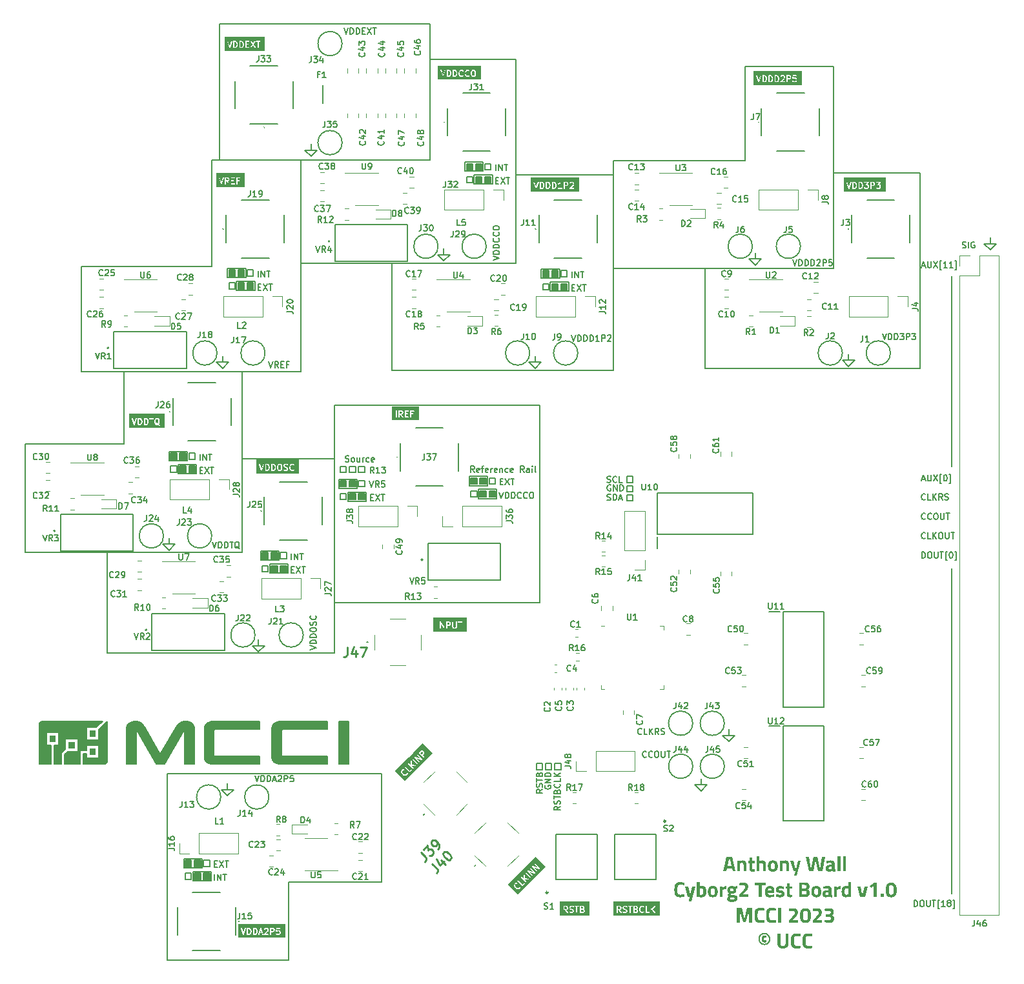
<source format=gbr>
%TF.GenerationSoftware,KiCad,Pcbnew,7.0.1-0*%
%TF.CreationDate,2023-04-17T18:56:10+01:00*%
%TF.ProjectId,cyborg65r2_pcb,6379626f-7267-4363-9572-325f7063622e,rev?*%
%TF.SameCoordinates,Original*%
%TF.FileFunction,Legend,Top*%
%TF.FilePolarity,Positive*%
%FSLAX46Y46*%
G04 Gerber Fmt 4.6, Leading zero omitted, Abs format (unit mm)*
G04 Created by KiCad (PCBNEW 7.0.1-0) date 2023-04-17 18:56:10*
%MOMM*%
%LPD*%
G01*
G04 APERTURE LIST*
%ADD10C,0.150000*%
%ADD11C,0.000000*%
%ADD12C,0.300000*%
%ADD13C,0.254000*%
%ADD14C,0.100000*%
%ADD15C,0.200000*%
%ADD16C,0.120000*%
%ADD17C,0.250000*%
G04 APERTURE END LIST*
D10*
X159600000Y-50250000D02*
X160400000Y-50250000D01*
X160400000Y-51050000D01*
X159600000Y-51050000D01*
X159600000Y-50250000D01*
G36*
X159600000Y-50250000D02*
G01*
X160400000Y-50250000D01*
X160400000Y-51050000D01*
X159600000Y-51050000D01*
X159600000Y-50250000D01*
G37*
X125000000Y-63750000D02*
X125000000Y-49800000D01*
X161175000Y-92500000D02*
X158775000Y-92500000D01*
X160800000Y-50250000D02*
X161600000Y-50250000D01*
X161600000Y-51050000D01*
X160800000Y-51050000D01*
X160800000Y-50250000D01*
X120800000Y-88250000D02*
X121600000Y-88250000D01*
X121600000Y-89050000D01*
X120800000Y-89050000D01*
X120800000Y-88250000D01*
G36*
X120800000Y-88250000D02*
G01*
X121600000Y-88250000D01*
X121600000Y-89050000D01*
X120800000Y-89050000D01*
X120800000Y-88250000D01*
G37*
X131100000Y-114300000D02*
X130300000Y-113500000D01*
X179400000Y-93700000D02*
X180200000Y-93700000D01*
X180200000Y-94500000D01*
X179400000Y-94500000D01*
X179400000Y-93700000D01*
X123925000Y-141650000D02*
X124725000Y-141650000D01*
X124725000Y-142450000D01*
X123925000Y-142450000D01*
X123925000Y-141650000D01*
X123000000Y-89750000D02*
X123000000Y-90950000D01*
X227075000Y-60775000D02*
X227875000Y-60775000D01*
X169600000Y-64300000D02*
X170400000Y-64300000D01*
X170400000Y-65100000D01*
X169600000Y-65100000D01*
X169600000Y-64300000D01*
G36*
X169600000Y-64300000D02*
G01*
X170400000Y-64300000D01*
X170400000Y-65100000D01*
X169600000Y-65100000D01*
X169600000Y-64300000D01*
G37*
X128450000Y-64200000D02*
X129250000Y-64200000D01*
X129250000Y-65000000D01*
X128450000Y-65000000D01*
X128450000Y-64200000D01*
G36*
X128450000Y-64200000D02*
G01*
X129250000Y-64200000D01*
X129250000Y-65000000D01*
X128450000Y-65000000D01*
X128450000Y-64200000D01*
G37*
X130650000Y-66900000D02*
X128250000Y-66900000D01*
X111300000Y-101300000D02*
X129000000Y-101300000D01*
D11*
G36*
X107008309Y-126978078D02*
G01*
X106219933Y-126978078D01*
X106219933Y-126189702D01*
X107008309Y-126189702D01*
X107008309Y-126978078D01*
G37*
D10*
X127250000Y-64200000D02*
X128050000Y-64200000D01*
X128050000Y-65000000D01*
X127250000Y-65000000D01*
X127250000Y-64200000D01*
G36*
X127250000Y-64200000D02*
G01*
X128050000Y-64200000D01*
X128050000Y-65000000D01*
X127250000Y-65000000D01*
X127250000Y-64200000D01*
G37*
X158200000Y-50050000D02*
X160600000Y-50050000D01*
X118600000Y-100200000D02*
X119400000Y-100200000D01*
X208500000Y-76050000D02*
X209300000Y-76050000D01*
X141850000Y-91850000D02*
X142650000Y-91850000D01*
X142650000Y-92650000D01*
X141850000Y-92650000D01*
X141850000Y-91850000D01*
G36*
X141850000Y-91850000D02*
G01*
X142650000Y-91850000D01*
X142650000Y-92650000D01*
X141850000Y-92650000D01*
X141850000Y-91850000D01*
G37*
X119600000Y-88250000D02*
X120400000Y-88250000D01*
X120400000Y-89050000D01*
X119600000Y-89050000D01*
X119600000Y-88250000D01*
G36*
X119600000Y-88250000D02*
G01*
X120400000Y-88250000D01*
X120400000Y-89050000D01*
X119600000Y-89050000D01*
X119600000Y-88250000D01*
G37*
X121525000Y-141650000D02*
X122325000Y-141650000D01*
X122325000Y-142450000D01*
X121525000Y-142450000D01*
X121525000Y-141650000D01*
G36*
X121525000Y-141650000D02*
G01*
X122325000Y-141650000D01*
X122325000Y-142450000D01*
X121525000Y-142450000D01*
X121525000Y-141650000D01*
G37*
X135000000Y-102800000D02*
X135000000Y-104000000D01*
X119400000Y-101000000D02*
X118600000Y-100200000D01*
X153600000Y-36550000D02*
X164900000Y-36550000D01*
X188350000Y-131775000D02*
X189150000Y-131775000D01*
X132800000Y-103000000D02*
X133600000Y-103000000D01*
X133600000Y-103800000D01*
X132800000Y-103800000D01*
X132800000Y-103000000D01*
G36*
X132800000Y-103000000D02*
G01*
X133600000Y-103000000D01*
X133600000Y-103800000D01*
X132800000Y-103800000D01*
X132800000Y-103000000D01*
G37*
X136700000Y-49750000D02*
X153600000Y-49750000D01*
X122525000Y-143150000D02*
X124925000Y-143150000D01*
X162375000Y-94200000D02*
X159975000Y-94200000D01*
X206550000Y-51450000D02*
X217850000Y-51450000D01*
X120600000Y-89750000D02*
X123000000Y-89750000D01*
X125600000Y-76300000D02*
X126400000Y-76300000D01*
X153600000Y-31900000D02*
X153600000Y-49750000D01*
X196250000Y-62750000D02*
X197050000Y-62750000D01*
X123000000Y-90950000D02*
X120600000Y-90950000D01*
X131600000Y-103000000D02*
X132400000Y-103000000D01*
X132400000Y-103800000D01*
X131600000Y-103800000D01*
X131600000Y-103000000D01*
X168025000Y-81975000D02*
X141100000Y-81975000D01*
X129650000Y-64200000D02*
X130450000Y-64200000D01*
X130450000Y-65000000D01*
X129650000Y-65000000D01*
X129650000Y-64200000D01*
X129450000Y-65200000D02*
X127050000Y-65200000D01*
X197050000Y-62750000D02*
X196250000Y-63550000D01*
X177650000Y-51700000D02*
X177650000Y-49850000D01*
X100500000Y-101300000D02*
X100500000Y-87000000D01*
X221996000Y-103378000D02*
X221996000Y-146050000D01*
X227875000Y-60775000D02*
X227075000Y-61575000D01*
X193600000Y-125275000D02*
X192800000Y-126075000D01*
X168400000Y-64300000D02*
X169200000Y-64300000D01*
X169200000Y-65100000D01*
X168400000Y-65100000D01*
X168400000Y-64300000D01*
G36*
X168400000Y-64300000D02*
G01*
X169200000Y-64300000D01*
X169200000Y-65100000D01*
X168400000Y-65100000D01*
X168400000Y-64300000D01*
G37*
X129450000Y-64000000D02*
X129450000Y-65200000D01*
X121325000Y-142650000D02*
X121325000Y-141450000D01*
X122725000Y-143350000D02*
X123525000Y-143350000D01*
X123525000Y-144150000D01*
X122725000Y-144150000D01*
X122725000Y-143350000D01*
G36*
X122725000Y-143350000D02*
G01*
X123525000Y-143350000D01*
X123525000Y-144150000D01*
X122725000Y-144150000D01*
X122725000Y-143350000D01*
G37*
X132800000Y-101300000D02*
X133600000Y-101300000D01*
X133600000Y-102100000D01*
X132800000Y-102100000D01*
X132800000Y-101300000D01*
G36*
X132800000Y-101300000D02*
G01*
X133600000Y-101300000D01*
X133600000Y-102100000D01*
X132800000Y-102100000D01*
X132800000Y-101300000D01*
G37*
X136700000Y-63350000D02*
X136700000Y-49750000D01*
X206550000Y-64000000D02*
X177650000Y-64000000D01*
X143050000Y-91850000D02*
X143850000Y-91850000D01*
X143850000Y-92650000D01*
X143050000Y-92650000D01*
X143050000Y-91850000D01*
G36*
X143050000Y-91850000D02*
G01*
X143850000Y-91850000D01*
X143850000Y-92650000D01*
X143050000Y-92650000D01*
X143050000Y-91850000D01*
G37*
X217850000Y-77150000D02*
X189700000Y-77150000D01*
X167575000Y-128975000D02*
X168375000Y-128975000D01*
X168375000Y-129775000D01*
X167575000Y-129775000D01*
X167575000Y-128975000D01*
X119150000Y-130300000D02*
X147225000Y-130300000D01*
X171800000Y-67000000D02*
X169400000Y-67000000D01*
X217850000Y-51450000D02*
X217850000Y-77150000D01*
X158975000Y-91500000D02*
X159775000Y-91500000D01*
X159775000Y-92300000D01*
X158975000Y-92300000D01*
X158975000Y-91500000D01*
G36*
X158975000Y-91500000D02*
G01*
X159775000Y-91500000D01*
X159775000Y-92300000D01*
X158975000Y-92300000D01*
X158975000Y-91500000D01*
G37*
X120600000Y-90950000D02*
X120600000Y-89750000D01*
X169975000Y-128975000D02*
X170775000Y-128975000D01*
X170775000Y-129775000D01*
X169975000Y-129775000D01*
X169975000Y-128975000D01*
X208500000Y-75250000D02*
X208500000Y-76050000D01*
X158400000Y-50250000D02*
X159200000Y-50250000D01*
X159200000Y-51050000D01*
X158400000Y-51050000D01*
X158400000Y-50250000D01*
G36*
X158400000Y-50250000D02*
G01*
X159200000Y-50250000D01*
X159200000Y-51050000D01*
X158400000Y-51050000D01*
X158400000Y-50250000D01*
G37*
X141650000Y-92850000D02*
X141650000Y-91650000D01*
D11*
G36*
X109757701Y-127823711D02*
G01*
X108969325Y-127823711D01*
X108969325Y-127035335D01*
X109757701Y-127035335D01*
X109757701Y-127823711D01*
G37*
D10*
X125000000Y-49800000D02*
X125000000Y-49750000D01*
X171800000Y-65800000D02*
X171800000Y-67000000D01*
X122000000Y-88250000D02*
X122800000Y-88250000D01*
X122800000Y-89050000D01*
X122000000Y-89050000D01*
X122000000Y-88250000D01*
X125000000Y-49750000D02*
X136700000Y-49750000D01*
X206550000Y-37500000D02*
X206550000Y-64000000D01*
X131900000Y-113500000D02*
X131100000Y-114300000D01*
X141850000Y-93550000D02*
X142650000Y-93550000D01*
X142650000Y-94350000D01*
X141850000Y-94350000D01*
X141850000Y-93550000D01*
X147225000Y-144525000D02*
X135050000Y-144525000D01*
X141100000Y-81975000D02*
X141100000Y-107900000D01*
X168775000Y-128975000D02*
X169575000Y-128975000D01*
X169575000Y-129775000D01*
X168775000Y-129775000D01*
X168775000Y-128975000D01*
X208500000Y-76850000D02*
X207700000Y-76050000D01*
X113500000Y-87000000D02*
X113500000Y-77550000D01*
X192800000Y-124475000D02*
X192800000Y-125275000D01*
X227075000Y-59975000D02*
X227075000Y-60775000D01*
X111300000Y-114500000D02*
X111300000Y-101300000D01*
X158775000Y-91300000D02*
X161175000Y-91300000D01*
X161800000Y-52950000D02*
X159400000Y-52950000D01*
X161800000Y-51750000D02*
X161800000Y-52950000D01*
X121325000Y-141450000D02*
X123725000Y-141450000D01*
X167400000Y-76300000D02*
X168200000Y-76300000D01*
X141100000Y-114500000D02*
X111300000Y-114500000D01*
X113500000Y-77550000D02*
X129000000Y-77550000D01*
X166600000Y-76300000D02*
X167400000Y-76300000D01*
X155400000Y-63000000D02*
X154600000Y-62200000D01*
X196250000Y-61950000D02*
X196250000Y-62750000D01*
X131100000Y-112700000D02*
X131100000Y-113500000D01*
X144250000Y-91850000D02*
X145050000Y-91850000D01*
X145050000Y-92650000D01*
X144250000Y-92650000D01*
X144250000Y-91850000D01*
X140122980Y-124480246D02*
X134336252Y-124480246D01*
X134323547Y-124480449D01*
X134311243Y-124481057D01*
X134299343Y-124482071D01*
X134287844Y-124483490D01*
X134276748Y-124485315D01*
X134266054Y-124487544D01*
X134255763Y-124490178D01*
X134245875Y-124493217D01*
X134236389Y-124496660D01*
X134227307Y-124500508D01*
X134218627Y-124504760D01*
X134210350Y-124509416D01*
X134202476Y-124514476D01*
X134195005Y-124519939D01*
X134187937Y-124525807D01*
X134181273Y-124532077D01*
X134175011Y-124538752D01*
X134169154Y-124545829D01*
X134163699Y-124553309D01*
X134158649Y-124561192D01*
X134154001Y-124569478D01*
X134149758Y-124578167D01*
X134145918Y-124587257D01*
X134142483Y-124596751D01*
X134139451Y-124606646D01*
X134136823Y-124616943D01*
X134134599Y-124627642D01*
X134132780Y-124638743D01*
X134131364Y-124650245D01*
X134130353Y-124662148D01*
X134129746Y-124674453D01*
X134129544Y-124687159D01*
X134129544Y-127787331D01*
X134129746Y-127800036D01*
X134130353Y-127812337D01*
X134131364Y-127824235D01*
X134132780Y-127835729D01*
X134134599Y-127846820D01*
X134136823Y-127857508D01*
X134139451Y-127867793D01*
X134142483Y-127877674D01*
X134145918Y-127887152D01*
X134149758Y-127896227D01*
X134154001Y-127904898D01*
X134158649Y-127913166D01*
X134163699Y-127921031D01*
X134169154Y-127928492D01*
X134175011Y-127935550D01*
X134181273Y-127942205D01*
X134187937Y-127948457D01*
X134195005Y-127954305D01*
X134202476Y-127959750D01*
X134210350Y-127964791D01*
X134218627Y-127969429D01*
X134227307Y-127973664D01*
X134236389Y-127977496D01*
X134245875Y-127980924D01*
X134255763Y-127983949D01*
X134266054Y-127986570D01*
X134276748Y-127988789D01*
X134287844Y-127990603D01*
X134299343Y-127992015D01*
X134311243Y-127993023D01*
X134323547Y-127993628D01*
X134336252Y-127993830D01*
X140126491Y-127986802D01*
X140126491Y-129020330D01*
X134129544Y-129027152D01*
X133979362Y-129023114D01*
X133838873Y-129011000D01*
X133708078Y-128990812D01*
X133646315Y-128977690D01*
X133586974Y-128962550D01*
X133530057Y-128945391D01*
X133475563Y-128926214D01*
X133423491Y-128905018D01*
X133373842Y-128881804D01*
X133326616Y-128856573D01*
X133281812Y-128829323D01*
X133239431Y-128800055D01*
X133199472Y-128768769D01*
X133161936Y-128735466D01*
X133126822Y-128700145D01*
X133094130Y-128662806D01*
X133063860Y-128623450D01*
X133036012Y-128582076D01*
X133010586Y-128538684D01*
X132987582Y-128493276D01*
X132967000Y-128445850D01*
X132948839Y-128396407D01*
X132933100Y-128344947D01*
X132919783Y-128291469D01*
X132908887Y-128235975D01*
X132900413Y-128178464D01*
X132894360Y-128118936D01*
X132890728Y-128057391D01*
X132889517Y-127993830D01*
X132889517Y-124480246D01*
X132890728Y-124416685D01*
X132894360Y-124355140D01*
X132900413Y-124295612D01*
X132908887Y-124238101D01*
X132919783Y-124182606D01*
X132933100Y-124129129D01*
X132948839Y-124077669D01*
X132967000Y-124028226D01*
X132987582Y-123980800D01*
X133010586Y-123935391D01*
X133036012Y-123892000D01*
X133063860Y-123850626D01*
X133094130Y-123811270D01*
X133126822Y-123773931D01*
X133161936Y-123738610D01*
X133199472Y-123705306D01*
X133239431Y-123674021D01*
X133281812Y-123644753D01*
X133326616Y-123617503D01*
X133373842Y-123592271D01*
X133423491Y-123569058D01*
X133475563Y-123547862D01*
X133530057Y-123528685D01*
X133586974Y-123511526D01*
X133646315Y-123496386D01*
X133708078Y-123483264D01*
X133772264Y-123472160D01*
X133838873Y-123463076D01*
X133907906Y-123456009D01*
X133979362Y-123450962D01*
X134053241Y-123447934D01*
X134129544Y-123446924D01*
X140122980Y-123446924D01*
X140122980Y-124480246D01*
G36*
X140122980Y-124480246D02*
G01*
X134336252Y-124480246D01*
X134323547Y-124480449D01*
X134311243Y-124481057D01*
X134299343Y-124482071D01*
X134287844Y-124483490D01*
X134276748Y-124485315D01*
X134266054Y-124487544D01*
X134255763Y-124490178D01*
X134245875Y-124493217D01*
X134236389Y-124496660D01*
X134227307Y-124500508D01*
X134218627Y-124504760D01*
X134210350Y-124509416D01*
X134202476Y-124514476D01*
X134195005Y-124519939D01*
X134187937Y-124525807D01*
X134181273Y-124532077D01*
X134175011Y-124538752D01*
X134169154Y-124545829D01*
X134163699Y-124553309D01*
X134158649Y-124561192D01*
X134154001Y-124569478D01*
X134149758Y-124578167D01*
X134145918Y-124587257D01*
X134142483Y-124596751D01*
X134139451Y-124606646D01*
X134136823Y-124616943D01*
X134134599Y-124627642D01*
X134132780Y-124638743D01*
X134131364Y-124650245D01*
X134130353Y-124662148D01*
X134129746Y-124674453D01*
X134129544Y-124687159D01*
X134129544Y-127787331D01*
X134129746Y-127800036D01*
X134130353Y-127812337D01*
X134131364Y-127824235D01*
X134132780Y-127835729D01*
X134134599Y-127846820D01*
X134136823Y-127857508D01*
X134139451Y-127867793D01*
X134142483Y-127877674D01*
X134145918Y-127887152D01*
X134149758Y-127896227D01*
X134154001Y-127904898D01*
X134158649Y-127913166D01*
X134163699Y-127921031D01*
X134169154Y-127928492D01*
X134175011Y-127935550D01*
X134181273Y-127942205D01*
X134187937Y-127948457D01*
X134195005Y-127954305D01*
X134202476Y-127959750D01*
X134210350Y-127964791D01*
X134218627Y-127969429D01*
X134227307Y-127973664D01*
X134236389Y-127977496D01*
X134245875Y-127980924D01*
X134255763Y-127983949D01*
X134266054Y-127986570D01*
X134276748Y-127988789D01*
X134287844Y-127990603D01*
X134299343Y-127992015D01*
X134311243Y-127993023D01*
X134323547Y-127993628D01*
X134336252Y-127993830D01*
X140126491Y-127986802D01*
X140126491Y-129020330D01*
X134129544Y-129027152D01*
X133979362Y-129023114D01*
X133838873Y-129011000D01*
X133708078Y-128990812D01*
X133646315Y-128977690D01*
X133586974Y-128962550D01*
X133530057Y-128945391D01*
X133475563Y-128926214D01*
X133423491Y-128905018D01*
X133373842Y-128881804D01*
X133326616Y-128856573D01*
X133281812Y-128829323D01*
X133239431Y-128800055D01*
X133199472Y-128768769D01*
X133161936Y-128735466D01*
X133126822Y-128700145D01*
X133094130Y-128662806D01*
X133063860Y-128623450D01*
X133036012Y-128582076D01*
X133010586Y-128538684D01*
X132987582Y-128493276D01*
X132967000Y-128445850D01*
X132948839Y-128396407D01*
X132933100Y-128344947D01*
X132919783Y-128291469D01*
X132908887Y-128235975D01*
X132900413Y-128178464D01*
X132894360Y-128118936D01*
X132890728Y-128057391D01*
X132889517Y-127993830D01*
X132889517Y-124480246D01*
X132890728Y-124416685D01*
X132894360Y-124355140D01*
X132900413Y-124295612D01*
X132908887Y-124238101D01*
X132919783Y-124182606D01*
X132933100Y-124129129D01*
X132948839Y-124077669D01*
X132967000Y-124028226D01*
X132987582Y-123980800D01*
X133010586Y-123935391D01*
X133036012Y-123892000D01*
X133063860Y-123850626D01*
X133094130Y-123811270D01*
X133126822Y-123773931D01*
X133161936Y-123738610D01*
X133199472Y-123705306D01*
X133239431Y-123674021D01*
X133281812Y-123644753D01*
X133326616Y-123617503D01*
X133373842Y-123592271D01*
X133423491Y-123569058D01*
X133475563Y-123547862D01*
X133530057Y-123528685D01*
X133586974Y-123511526D01*
X133646315Y-123496386D01*
X133708078Y-123483264D01*
X133772264Y-123472160D01*
X133838873Y-123463076D01*
X133907906Y-123456009D01*
X133979362Y-123450962D01*
X134053241Y-123447934D01*
X134129544Y-123446924D01*
X140122980Y-123446924D01*
X140122980Y-124480246D01*
G37*
X167400000Y-75500000D02*
X167400000Y-76300000D01*
X136700000Y-49750000D02*
X136700000Y-77550000D01*
X161175000Y-91300000D02*
X161175000Y-92500000D01*
X156200000Y-62200000D02*
X155400000Y-63000000D01*
X207700000Y-76050000D02*
X208500000Y-76050000D01*
X123725000Y-141450000D02*
X123725000Y-142650000D01*
X136700000Y-77550000D02*
X107900000Y-77550000D01*
X192000000Y-125275000D02*
X192800000Y-125275000D01*
X169600000Y-66000000D02*
X170400000Y-66000000D01*
X170400000Y-66800000D01*
X169600000Y-66800000D01*
X169600000Y-66000000D01*
G36*
X169600000Y-66000000D02*
G01*
X170400000Y-66000000D01*
X170400000Y-66800000D01*
X169600000Y-66800000D01*
X169600000Y-66000000D01*
G37*
X158200000Y-51250000D02*
X158200000Y-50050000D01*
X109881725Y-124229925D02*
X108545992Y-124229925D01*
X108545992Y-125864967D01*
X110181035Y-125864967D01*
X110181035Y-124529029D01*
X111261899Y-123448371D01*
X111261899Y-128627175D01*
X111261377Y-128647840D01*
X111259829Y-128668232D01*
X111257281Y-128688325D01*
X111253756Y-128708094D01*
X111249280Y-128727515D01*
X111243879Y-128746563D01*
X111237576Y-128765211D01*
X111230399Y-128783435D01*
X111222370Y-128801211D01*
X111213516Y-128818512D01*
X111203862Y-128835314D01*
X111193433Y-128851591D01*
X111182253Y-128867320D01*
X111170348Y-128882473D01*
X111157744Y-128897027D01*
X111144464Y-128910957D01*
X111130535Y-128924236D01*
X111115980Y-128936841D01*
X111100827Y-128948746D01*
X111085099Y-128959926D01*
X111068821Y-128970355D01*
X111052019Y-128980009D01*
X111034718Y-128988863D01*
X111016943Y-128996892D01*
X110998718Y-129004070D01*
X110980070Y-129010372D01*
X110961023Y-129015773D01*
X110941602Y-129020249D01*
X110921832Y-129023774D01*
X110901739Y-129026323D01*
X110881348Y-129027870D01*
X110860682Y-129028392D01*
X108128034Y-129028392D01*
X108128034Y-127641397D01*
X108545992Y-127641397D01*
X108545992Y-128247044D01*
X110181035Y-128247044D01*
X110181035Y-126612002D01*
X108545992Y-126612002D01*
X108545992Y-127218063D01*
X107704700Y-127218063D01*
X107704700Y-129028392D01*
X105706063Y-129028392D01*
X105706063Y-127791672D01*
X106095910Y-127401411D01*
X107431641Y-127401411D01*
X107431641Y-125766369D01*
X105796600Y-125766369D01*
X105796600Y-127102101D01*
X105282729Y-127615972D01*
X105282729Y-129028392D01*
X104365783Y-129028392D01*
X104365783Y-126542342D01*
X104971430Y-126542342D01*
X104971430Y-124907300D01*
X103336388Y-124907300D01*
X103336388Y-126542342D01*
X103942449Y-126542342D01*
X103942449Y-129028392D01*
X102375000Y-129028392D01*
X102375000Y-123850000D01*
X102375523Y-123829334D01*
X102377074Y-123808939D01*
X102379628Y-123788840D01*
X102383160Y-123769063D01*
X102387645Y-123749633D01*
X102393058Y-123730575D01*
X102399373Y-123711914D01*
X102406565Y-123693676D01*
X102414608Y-123675885D01*
X102423478Y-123658568D01*
X102433150Y-123641749D01*
X102443597Y-123625454D01*
X102454795Y-123609707D01*
X102466719Y-123594534D01*
X102479342Y-123579961D01*
X102492641Y-123566012D01*
X102506590Y-123552714D01*
X102521163Y-123540090D01*
X102536336Y-123528166D01*
X102552083Y-123516968D01*
X102568378Y-123506521D01*
X102585197Y-123496849D01*
X102602514Y-123487979D01*
X102620305Y-123479936D01*
X102638543Y-123472744D01*
X102657204Y-123466429D01*
X102676262Y-123461017D01*
X102695692Y-123456532D01*
X102715469Y-123452999D01*
X102735568Y-123450445D01*
X102755963Y-123448894D01*
X102776629Y-123448371D01*
X110663279Y-123448371D01*
X109881725Y-124229925D01*
G36*
X109881725Y-124229925D02*
G01*
X108545992Y-124229925D01*
X108545992Y-125864967D01*
X110181035Y-125864967D01*
X110181035Y-124529029D01*
X111261899Y-123448371D01*
X111261899Y-128627175D01*
X111261377Y-128647840D01*
X111259829Y-128668232D01*
X111257281Y-128688325D01*
X111253756Y-128708094D01*
X111249280Y-128727515D01*
X111243879Y-128746563D01*
X111237576Y-128765211D01*
X111230399Y-128783435D01*
X111222370Y-128801211D01*
X111213516Y-128818512D01*
X111203862Y-128835314D01*
X111193433Y-128851591D01*
X111182253Y-128867320D01*
X111170348Y-128882473D01*
X111157744Y-128897027D01*
X111144464Y-128910957D01*
X111130535Y-128924236D01*
X111115980Y-128936841D01*
X111100827Y-128948746D01*
X111085099Y-128959926D01*
X111068821Y-128970355D01*
X111052019Y-128980009D01*
X111034718Y-128988863D01*
X111016943Y-128996892D01*
X110998718Y-129004070D01*
X110980070Y-129010372D01*
X110961023Y-129015773D01*
X110941602Y-129020249D01*
X110921832Y-129023774D01*
X110901739Y-129026323D01*
X110881348Y-129027870D01*
X110860682Y-129028392D01*
X108128034Y-129028392D01*
X108128034Y-127641397D01*
X108545992Y-127641397D01*
X108545992Y-128247044D01*
X110181035Y-128247044D01*
X110181035Y-126612002D01*
X108545992Y-126612002D01*
X108545992Y-127218063D01*
X107704700Y-127218063D01*
X107704700Y-129028392D01*
X105706063Y-129028392D01*
X105706063Y-127791672D01*
X106095910Y-127401411D01*
X107431641Y-127401411D01*
X107431641Y-125766369D01*
X105796600Y-125766369D01*
X105796600Y-127102101D01*
X105282729Y-127615972D01*
X105282729Y-129028392D01*
X104365783Y-129028392D01*
X104365783Y-126542342D01*
X104971430Y-126542342D01*
X104971430Y-124907300D01*
X103336388Y-124907300D01*
X103336388Y-126542342D01*
X103942449Y-126542342D01*
X103942449Y-129028392D01*
X102375000Y-129028392D01*
X102375000Y-123850000D01*
X102375523Y-123829334D01*
X102377074Y-123808939D01*
X102379628Y-123788840D01*
X102383160Y-123769063D01*
X102387645Y-123749633D01*
X102393058Y-123730575D01*
X102399373Y-123711914D01*
X102406565Y-123693676D01*
X102414608Y-123675885D01*
X102423478Y-123658568D01*
X102433150Y-123641749D01*
X102443597Y-123625454D01*
X102454795Y-123609707D01*
X102466719Y-123594534D01*
X102479342Y-123579961D01*
X102492641Y-123566012D01*
X102506590Y-123552714D01*
X102521163Y-123540090D01*
X102536336Y-123528166D01*
X102552083Y-123516968D01*
X102568378Y-123506521D01*
X102585197Y-123496849D01*
X102602514Y-123487979D01*
X102620305Y-123479936D01*
X102638543Y-123472744D01*
X102657204Y-123466429D01*
X102676262Y-123461017D01*
X102695692Y-123456532D01*
X102715469Y-123452999D01*
X102735568Y-123450445D01*
X102755963Y-123448894D01*
X102776629Y-123448371D01*
X110663279Y-123448371D01*
X109881725Y-124229925D01*
G37*
X209300000Y-76050000D02*
X208500000Y-76850000D01*
X127050000Y-131575000D02*
X127050000Y-132375000D01*
X119400000Y-89250000D02*
X119400000Y-88050000D01*
X120200000Y-100200000D02*
X119400000Y-101000000D01*
X133800000Y-101100000D02*
X133800000Y-102300000D01*
X143050000Y-90000000D02*
X143850000Y-90000000D01*
X143850000Y-90800000D01*
X143050000Y-90800000D01*
X143050000Y-90000000D01*
X126400000Y-77100000D02*
X125600000Y-76300000D01*
X196250000Y-63550000D02*
X195450000Y-62750000D01*
X161375000Y-93200000D02*
X162175000Y-93200000D01*
X162175000Y-94000000D01*
X161375000Y-94000000D01*
X161375000Y-93200000D01*
G36*
X161375000Y-93200000D02*
G01*
X162175000Y-93200000D01*
X162175000Y-94000000D01*
X161375000Y-94000000D01*
X161375000Y-93200000D01*
G37*
X164900000Y-51700000D02*
X177650000Y-51700000D01*
X192800000Y-125275000D02*
X193600000Y-125275000D01*
X170800000Y-64300000D02*
X171600000Y-64300000D01*
X171600000Y-65100000D01*
X170800000Y-65100000D01*
X170800000Y-64300000D01*
X145250000Y-93350000D02*
X145250000Y-94550000D01*
X179400000Y-92500000D02*
X180200000Y-92500000D01*
X180200000Y-93300000D01*
X179400000Y-93300000D01*
X179400000Y-92500000D01*
X158400000Y-51950000D02*
X159200000Y-51950000D01*
X159200000Y-52750000D01*
X158400000Y-52750000D01*
X158400000Y-51950000D01*
X129000000Y-89000000D02*
X141100000Y-89000000D01*
X168200000Y-76300000D02*
X167400000Y-77100000D01*
X194950000Y-37500000D02*
X206550000Y-37500000D01*
X189700000Y-64000000D02*
X206550000Y-64000000D01*
X134000000Y-103000000D02*
X134800000Y-103000000D01*
X134800000Y-103800000D01*
X134000000Y-103800000D01*
X134000000Y-103000000D01*
G36*
X134000000Y-103000000D02*
G01*
X134800000Y-103000000D01*
X134800000Y-103800000D01*
X134000000Y-103800000D01*
X134000000Y-103000000D01*
G37*
X141100000Y-89000000D02*
X141100000Y-114500000D01*
X141100000Y-107900000D02*
X168025000Y-107900000D01*
X135050000Y-154750000D02*
X119150000Y-154750000D01*
X137200000Y-48500000D02*
X138000000Y-48500000D01*
X102500000Y-101300000D02*
X100500000Y-101300000D01*
X131100000Y-113500000D02*
X131900000Y-113500000D01*
X170600000Y-65300000D02*
X168200000Y-65300000D01*
X121525000Y-143350000D02*
X122325000Y-143350000D01*
X122325000Y-144150000D01*
X121525000Y-144150000D01*
X121525000Y-143350000D01*
X131400000Y-102300000D02*
X131400000Y-101100000D01*
X123925000Y-143350000D02*
X124725000Y-143350000D01*
X124725000Y-144150000D01*
X123925000Y-144150000D01*
X123925000Y-143350000D01*
G36*
X123925000Y-143350000D02*
G01*
X124725000Y-143350000D01*
X124725000Y-144150000D01*
X123925000Y-144150000D01*
X123925000Y-143350000D01*
G37*
X123725000Y-142650000D02*
X121325000Y-142650000D01*
X119150000Y-154750000D02*
X119150000Y-131000000D01*
X124925000Y-143150000D02*
X124925000Y-144350000D01*
X147225000Y-130300000D02*
X147225000Y-144525000D01*
X159400000Y-51750000D02*
X161800000Y-51750000D01*
X127050000Y-65200000D02*
X127050000Y-64000000D01*
X128250000Y-65700000D02*
X130650000Y-65700000D01*
X155400000Y-62200000D02*
X156200000Y-62200000D01*
X129000000Y-77550000D02*
X129000000Y-101300000D01*
X122000000Y-89950000D02*
X122800000Y-89950000D01*
X122800000Y-90750000D01*
X122000000Y-90750000D01*
X122000000Y-89950000D01*
G36*
X122000000Y-89950000D02*
G01*
X122800000Y-89950000D01*
X122800000Y-90750000D01*
X122000000Y-90750000D01*
X122000000Y-89950000D01*
G37*
X142850000Y-93350000D02*
X145250000Y-93350000D01*
X158775000Y-92500000D02*
X158775000Y-91300000D01*
X127050000Y-133175000D02*
X126250000Y-132375000D01*
X119400000Y-88050000D02*
X121800000Y-88050000D01*
X119150000Y-131025000D02*
X119150000Y-130300000D01*
X189150000Y-132575000D02*
X188350000Y-131775000D01*
X107900000Y-63750000D02*
X125000000Y-63750000D01*
X227075000Y-61575000D02*
X226275000Y-60775000D01*
X119400000Y-99400000D02*
X119400000Y-100200000D01*
X135050000Y-144525000D02*
X135050000Y-154750000D01*
X121800000Y-89250000D02*
X119400000Y-89250000D01*
X179400000Y-91300000D02*
X180200000Y-91300000D01*
X180200000Y-92100000D01*
X179400000Y-92100000D01*
X179400000Y-91300000D01*
X119600000Y-89950000D02*
X120400000Y-89950000D01*
X120400000Y-90750000D01*
X119600000Y-90750000D01*
X119600000Y-89950000D01*
X121615672Y-123451169D02*
X121753993Y-123463282D01*
X121882958Y-123483469D01*
X121943932Y-123496590D01*
X122002567Y-123511730D01*
X122058862Y-123528887D01*
X122112818Y-123548063D01*
X122164434Y-123569256D01*
X122213711Y-123592467D01*
X122260648Y-123617696D01*
X122305245Y-123644942D01*
X122347503Y-123674206D01*
X122387420Y-123705487D01*
X122424998Y-123738785D01*
X122460235Y-123774101D01*
X122493133Y-123811433D01*
X122523690Y-123850782D01*
X122551907Y-123892148D01*
X122577784Y-123935531D01*
X122601320Y-123980930D01*
X122622516Y-124028345D01*
X122641371Y-124077777D01*
X122657885Y-124129225D01*
X122672059Y-124182689D01*
X122683892Y-124238169D01*
X122693384Y-124295665D01*
X122700535Y-124355176D01*
X122705345Y-124416703D01*
X122707814Y-124480246D01*
X122707814Y-129027358D01*
X121467994Y-129027358D01*
X121467994Y-124480246D01*
X118781026Y-129027358D01*
X117747704Y-129027358D01*
X115061149Y-124480246D01*
X115061149Y-129027358D01*
X113820915Y-129027358D01*
X113820915Y-124480246D01*
X113822125Y-124416703D01*
X113825757Y-124355176D01*
X113831810Y-124295665D01*
X113840285Y-124238169D01*
X113851181Y-124182689D01*
X113864499Y-124129225D01*
X113880239Y-124077777D01*
X113898400Y-124028345D01*
X113918984Y-123980930D01*
X113941990Y-123935531D01*
X113967418Y-123892148D01*
X113995268Y-123850782D01*
X114025541Y-123811433D01*
X114058237Y-123774101D01*
X114093355Y-123738785D01*
X114130896Y-123705487D01*
X114170860Y-123674206D01*
X114213247Y-123644942D01*
X114258057Y-123617696D01*
X114305291Y-123592467D01*
X114354947Y-123569256D01*
X114407028Y-123548063D01*
X114461532Y-123528887D01*
X114518459Y-123511730D01*
X114577811Y-123496590D01*
X114639586Y-123483469D01*
X114703786Y-123472366D01*
X114770410Y-123463282D01*
X114839458Y-123456216D01*
X114910930Y-123451169D01*
X114984827Y-123448140D01*
X115061149Y-123447131D01*
X115137784Y-123449551D01*
X115212815Y-123456812D01*
X115286240Y-123468914D01*
X115358059Y-123485859D01*
X115428271Y-123507648D01*
X115496875Y-123534280D01*
X115563870Y-123565758D01*
X115629254Y-123602083D01*
X115693028Y-123643254D01*
X115755190Y-123689273D01*
X115815739Y-123740142D01*
X115874675Y-123795860D01*
X115931996Y-123856428D01*
X115987702Y-123921849D01*
X116041792Y-123992122D01*
X116094264Y-124067248D01*
X118264261Y-127787331D01*
X120434671Y-124067248D01*
X120487107Y-123992122D01*
X120541166Y-123921849D01*
X120596846Y-123856428D01*
X120654148Y-123795860D01*
X120713069Y-123740142D01*
X120773611Y-123689273D01*
X120835773Y-123643254D01*
X120899553Y-123602083D01*
X120932049Y-123583315D01*
X120964951Y-123565758D01*
X120998256Y-123549414D01*
X121031966Y-123534280D01*
X121066080Y-123520358D01*
X121100599Y-123507648D01*
X121135521Y-123496148D01*
X121170848Y-123485859D01*
X121206578Y-123476781D01*
X121242712Y-123468914D01*
X121279250Y-123462258D01*
X121316192Y-123456812D01*
X121353537Y-123452576D01*
X121391286Y-123449551D01*
X121467994Y-123447131D01*
X121615672Y-123451169D01*
G36*
X121615672Y-123451169D02*
G01*
X121753993Y-123463282D01*
X121882958Y-123483469D01*
X121943932Y-123496590D01*
X122002567Y-123511730D01*
X122058862Y-123528887D01*
X122112818Y-123548063D01*
X122164434Y-123569256D01*
X122213711Y-123592467D01*
X122260648Y-123617696D01*
X122305245Y-123644942D01*
X122347503Y-123674206D01*
X122387420Y-123705487D01*
X122424998Y-123738785D01*
X122460235Y-123774101D01*
X122493133Y-123811433D01*
X122523690Y-123850782D01*
X122551907Y-123892148D01*
X122577784Y-123935531D01*
X122601320Y-123980930D01*
X122622516Y-124028345D01*
X122641371Y-124077777D01*
X122657885Y-124129225D01*
X122672059Y-124182689D01*
X122683892Y-124238169D01*
X122693384Y-124295665D01*
X122700535Y-124355176D01*
X122705345Y-124416703D01*
X122707814Y-124480246D01*
X122707814Y-129027358D01*
X121467994Y-129027358D01*
X121467994Y-124480246D01*
X118781026Y-129027358D01*
X117747704Y-129027358D01*
X115061149Y-124480246D01*
X115061149Y-129027358D01*
X113820915Y-129027358D01*
X113820915Y-124480246D01*
X113822125Y-124416703D01*
X113825757Y-124355176D01*
X113831810Y-124295665D01*
X113840285Y-124238169D01*
X113851181Y-124182689D01*
X113864499Y-124129225D01*
X113880239Y-124077777D01*
X113898400Y-124028345D01*
X113918984Y-123980930D01*
X113941990Y-123935531D01*
X113967418Y-123892148D01*
X113995268Y-123850782D01*
X114025541Y-123811433D01*
X114058237Y-123774101D01*
X114093355Y-123738785D01*
X114130896Y-123705487D01*
X114170860Y-123674206D01*
X114213247Y-123644942D01*
X114258057Y-123617696D01*
X114305291Y-123592467D01*
X114354947Y-123569256D01*
X114407028Y-123548063D01*
X114461532Y-123528887D01*
X114518459Y-123511730D01*
X114577811Y-123496590D01*
X114639586Y-123483469D01*
X114703786Y-123472366D01*
X114770410Y-123463282D01*
X114839458Y-123456216D01*
X114910930Y-123451169D01*
X114984827Y-123448140D01*
X115061149Y-123447131D01*
X115137784Y-123449551D01*
X115212815Y-123456812D01*
X115286240Y-123468914D01*
X115358059Y-123485859D01*
X115428271Y-123507648D01*
X115496875Y-123534280D01*
X115563870Y-123565758D01*
X115629254Y-123602083D01*
X115693028Y-123643254D01*
X115755190Y-123689273D01*
X115815739Y-123740142D01*
X115874675Y-123795860D01*
X115931996Y-123856428D01*
X115987702Y-123921849D01*
X116041792Y-123992122D01*
X116094264Y-124067248D01*
X118264261Y-127787331D01*
X120434671Y-124067248D01*
X120487107Y-123992122D01*
X120541166Y-123921849D01*
X120596846Y-123856428D01*
X120654148Y-123795860D01*
X120713069Y-123740142D01*
X120773611Y-123689273D01*
X120835773Y-123643254D01*
X120899553Y-123602083D01*
X120932049Y-123583315D01*
X120964951Y-123565758D01*
X120998256Y-123549414D01*
X121031966Y-123534280D01*
X121066080Y-123520358D01*
X121100599Y-123507648D01*
X121135521Y-123496148D01*
X121170848Y-123485859D01*
X121206578Y-123476781D01*
X121242712Y-123468914D01*
X121279250Y-123462258D01*
X121316192Y-123456812D01*
X121353537Y-123452576D01*
X121391286Y-123449551D01*
X121467994Y-123447131D01*
X121615672Y-123451169D01*
G37*
X141850000Y-90000000D02*
X142650000Y-90000000D01*
X142650000Y-90800000D01*
X141850000Y-90800000D01*
X141850000Y-90000000D01*
X127050000Y-64000000D02*
X129450000Y-64000000D01*
X161375000Y-91500000D02*
X162175000Y-91500000D01*
X162175000Y-92300000D01*
X161375000Y-92300000D01*
X161375000Y-91500000D01*
X160175000Y-93200000D02*
X160975000Y-93200000D01*
X160975000Y-94000000D01*
X160175000Y-94000000D01*
X160175000Y-93200000D01*
G36*
X160175000Y-93200000D02*
G01*
X160975000Y-93200000D01*
X160975000Y-94000000D01*
X160175000Y-94000000D01*
X160175000Y-93200000D01*
G37*
X153600000Y-49750000D02*
X126000000Y-49750000D01*
X159975000Y-94200000D02*
X159975000Y-93000000D01*
X100500000Y-87000000D02*
X113500000Y-87000000D01*
X167400000Y-77100000D02*
X166600000Y-76300000D01*
X138000000Y-47700000D02*
X138000000Y-48500000D01*
X136700000Y-63350000D02*
X164900000Y-63350000D01*
X138000000Y-49300000D02*
X137200000Y-48500000D01*
X132600000Y-102800000D02*
X135000000Y-102800000D01*
X138000000Y-48500000D02*
X138800000Y-48500000D01*
X144250000Y-93550000D02*
X145050000Y-93550000D01*
X145050000Y-94350000D01*
X144250000Y-94350000D01*
X144250000Y-93550000D01*
G36*
X144250000Y-93550000D02*
G01*
X145050000Y-93550000D01*
X145050000Y-94350000D01*
X144250000Y-94350000D01*
X144250000Y-93550000D01*
G37*
X192800000Y-126075000D02*
X192000000Y-125275000D01*
X130300000Y-113500000D02*
X131100000Y-113500000D01*
X126250000Y-132375000D02*
X127050000Y-132375000D01*
X160175000Y-91500000D02*
X160975000Y-91500000D01*
X160975000Y-92300000D01*
X160175000Y-92300000D01*
X160175000Y-91500000D01*
G36*
X160175000Y-91500000D02*
G01*
X160975000Y-91500000D01*
X160975000Y-92300000D01*
X160175000Y-92300000D01*
X160175000Y-91500000D01*
G37*
X154600000Y-62200000D02*
X155400000Y-62200000D01*
X168400000Y-66000000D02*
X169200000Y-66000000D01*
X169200000Y-66800000D01*
X168400000Y-66800000D01*
X168400000Y-66000000D01*
X144050000Y-92850000D02*
X141650000Y-92850000D01*
X127200000Y-76300000D02*
X126400000Y-77100000D01*
X164900000Y-36550000D02*
X164900000Y-63350000D01*
X148600000Y-63350000D02*
X164900000Y-63350000D01*
X128250000Y-66900000D02*
X128250000Y-65700000D01*
X119400000Y-100200000D02*
X120200000Y-100200000D01*
X129000000Y-101300000D02*
X102500000Y-101300000D01*
X222000000Y-65000000D02*
X222000000Y-90000000D01*
X131268739Y-124480246D02*
X125481805Y-124480246D01*
X125469118Y-124480449D01*
X125456831Y-124481057D01*
X125444944Y-124482071D01*
X125433457Y-124483490D01*
X125422371Y-124485315D01*
X125411685Y-124487544D01*
X125401400Y-124490178D01*
X125391516Y-124493217D01*
X125382034Y-124496660D01*
X125372952Y-124500508D01*
X125364273Y-124504760D01*
X125355995Y-124509416D01*
X125348119Y-124514476D01*
X125340645Y-124519939D01*
X125333574Y-124525807D01*
X125326905Y-124532077D01*
X125320638Y-124538752D01*
X125314775Y-124545829D01*
X125309315Y-124553309D01*
X125304258Y-124561192D01*
X125299604Y-124569478D01*
X125295355Y-124578167D01*
X125291509Y-124587257D01*
X125288067Y-124596751D01*
X125285029Y-124606646D01*
X125282396Y-124616943D01*
X125280167Y-124627642D01*
X125278343Y-124638743D01*
X125276924Y-124650245D01*
X125275910Y-124662148D01*
X125275302Y-124674453D01*
X125275099Y-124687159D01*
X125275099Y-127787331D01*
X125275302Y-127800036D01*
X125275910Y-127812337D01*
X125276924Y-127824235D01*
X125278343Y-127835729D01*
X125280167Y-127846820D01*
X125282396Y-127857508D01*
X125285029Y-127867793D01*
X125288067Y-127877674D01*
X125291509Y-127887152D01*
X125295355Y-127896227D01*
X125299604Y-127904898D01*
X125304258Y-127913166D01*
X125309315Y-127921031D01*
X125314775Y-127928492D01*
X125320638Y-127935550D01*
X125326905Y-127942205D01*
X125333574Y-127948457D01*
X125340645Y-127954305D01*
X125348119Y-127959750D01*
X125355995Y-127964791D01*
X125364273Y-127969429D01*
X125372952Y-127973664D01*
X125382034Y-127977496D01*
X125391516Y-127980924D01*
X125401400Y-127983949D01*
X125411685Y-127986570D01*
X125422371Y-127988789D01*
X125433457Y-127990603D01*
X125444944Y-127992015D01*
X125456831Y-127993023D01*
X125469118Y-127993628D01*
X125481805Y-127993830D01*
X131272046Y-127986802D01*
X131272046Y-129020330D01*
X125275099Y-129027152D01*
X125124951Y-129023114D01*
X124984488Y-129011000D01*
X124853709Y-128990812D01*
X124791952Y-128977690D01*
X124732616Y-128962550D01*
X124675702Y-128945391D01*
X124621209Y-128926214D01*
X124569137Y-128905018D01*
X124519487Y-128881804D01*
X124472259Y-128856573D01*
X124427452Y-128829323D01*
X124385067Y-128800055D01*
X124345104Y-128768769D01*
X124307562Y-128735466D01*
X124272442Y-128700145D01*
X124239744Y-128662806D01*
X124209468Y-128623450D01*
X124181613Y-128582076D01*
X124156181Y-128538684D01*
X124133170Y-128493276D01*
X124112582Y-128445850D01*
X124094415Y-128396407D01*
X124078671Y-128344947D01*
X124065349Y-128291469D01*
X124054448Y-128235975D01*
X124045970Y-128178464D01*
X124039915Y-128118936D01*
X124036281Y-128057391D01*
X124035070Y-127993830D01*
X124035070Y-124480246D01*
X124036281Y-124416685D01*
X124039915Y-124355140D01*
X124045970Y-124295612D01*
X124054448Y-124238101D01*
X124065349Y-124182606D01*
X124078671Y-124129129D01*
X124094415Y-124077669D01*
X124112582Y-124028226D01*
X124133170Y-123980800D01*
X124156181Y-123935391D01*
X124181613Y-123892000D01*
X124209468Y-123850626D01*
X124239744Y-123811270D01*
X124272442Y-123773931D01*
X124307562Y-123738610D01*
X124345104Y-123705306D01*
X124385067Y-123674021D01*
X124427452Y-123644753D01*
X124472259Y-123617503D01*
X124519487Y-123592271D01*
X124569137Y-123569058D01*
X124621209Y-123547862D01*
X124675702Y-123528685D01*
X124732616Y-123511526D01*
X124791952Y-123496386D01*
X124853709Y-123483264D01*
X124917888Y-123472160D01*
X124984488Y-123463076D01*
X125053509Y-123456009D01*
X125124951Y-123450962D01*
X125198815Y-123447934D01*
X125275099Y-123446924D01*
X131268739Y-123446924D01*
X131268739Y-124480246D01*
G36*
X131268739Y-124480246D02*
G01*
X125481805Y-124480246D01*
X125469118Y-124480449D01*
X125456831Y-124481057D01*
X125444944Y-124482071D01*
X125433457Y-124483490D01*
X125422371Y-124485315D01*
X125411685Y-124487544D01*
X125401400Y-124490178D01*
X125391516Y-124493217D01*
X125382034Y-124496660D01*
X125372952Y-124500508D01*
X125364273Y-124504760D01*
X125355995Y-124509416D01*
X125348119Y-124514476D01*
X125340645Y-124519939D01*
X125333574Y-124525807D01*
X125326905Y-124532077D01*
X125320638Y-124538752D01*
X125314775Y-124545829D01*
X125309315Y-124553309D01*
X125304258Y-124561192D01*
X125299604Y-124569478D01*
X125295355Y-124578167D01*
X125291509Y-124587257D01*
X125288067Y-124596751D01*
X125285029Y-124606646D01*
X125282396Y-124616943D01*
X125280167Y-124627642D01*
X125278343Y-124638743D01*
X125276924Y-124650245D01*
X125275910Y-124662148D01*
X125275302Y-124674453D01*
X125275099Y-124687159D01*
X125275099Y-127787331D01*
X125275302Y-127800036D01*
X125275910Y-127812337D01*
X125276924Y-127824235D01*
X125278343Y-127835729D01*
X125280167Y-127846820D01*
X125282396Y-127857508D01*
X125285029Y-127867793D01*
X125288067Y-127877674D01*
X125291509Y-127887152D01*
X125295355Y-127896227D01*
X125299604Y-127904898D01*
X125304258Y-127913166D01*
X125309315Y-127921031D01*
X125314775Y-127928492D01*
X125320638Y-127935550D01*
X125326905Y-127942205D01*
X125333574Y-127948457D01*
X125340645Y-127954305D01*
X125348119Y-127959750D01*
X125355995Y-127964791D01*
X125364273Y-127969429D01*
X125372952Y-127973664D01*
X125382034Y-127977496D01*
X125391516Y-127980924D01*
X125401400Y-127983949D01*
X125411685Y-127986570D01*
X125422371Y-127988789D01*
X125433457Y-127990603D01*
X125444944Y-127992015D01*
X125456831Y-127993023D01*
X125469118Y-127993628D01*
X125481805Y-127993830D01*
X131272046Y-127986802D01*
X131272046Y-129020330D01*
X125275099Y-129027152D01*
X125124951Y-129023114D01*
X124984488Y-129011000D01*
X124853709Y-128990812D01*
X124791952Y-128977690D01*
X124732616Y-128962550D01*
X124675702Y-128945391D01*
X124621209Y-128926214D01*
X124569137Y-128905018D01*
X124519487Y-128881804D01*
X124472259Y-128856573D01*
X124427452Y-128829323D01*
X124385067Y-128800055D01*
X124345104Y-128768769D01*
X124307562Y-128735466D01*
X124272442Y-128700145D01*
X124239744Y-128662806D01*
X124209468Y-128623450D01*
X124181613Y-128582076D01*
X124156181Y-128538684D01*
X124133170Y-128493276D01*
X124112582Y-128445850D01*
X124094415Y-128396407D01*
X124078671Y-128344947D01*
X124065349Y-128291469D01*
X124054448Y-128235975D01*
X124045970Y-128178464D01*
X124039915Y-128118936D01*
X124036281Y-128057391D01*
X124035070Y-127993830D01*
X124035070Y-124480246D01*
X124036281Y-124416685D01*
X124039915Y-124355140D01*
X124045970Y-124295612D01*
X124054448Y-124238101D01*
X124065349Y-124182606D01*
X124078671Y-124129129D01*
X124094415Y-124077669D01*
X124112582Y-124028226D01*
X124133170Y-123980800D01*
X124156181Y-123935391D01*
X124181613Y-123892000D01*
X124209468Y-123850626D01*
X124239744Y-123811270D01*
X124272442Y-123773931D01*
X124307562Y-123738610D01*
X124345104Y-123705306D01*
X124385067Y-123674021D01*
X124427452Y-123644753D01*
X124472259Y-123617503D01*
X124519487Y-123592271D01*
X124569137Y-123569058D01*
X124621209Y-123547862D01*
X124675702Y-123528685D01*
X124732616Y-123511526D01*
X124791952Y-123496386D01*
X124853709Y-123483264D01*
X124917888Y-123472160D01*
X124984488Y-123463076D01*
X125053509Y-123456009D01*
X125124951Y-123450962D01*
X125198815Y-123447934D01*
X125275099Y-123446924D01*
X131268739Y-123446924D01*
X131268739Y-124480246D01*
G37*
X159400000Y-52950000D02*
X159400000Y-51750000D01*
X127250000Y-65900000D02*
X128050000Y-65900000D01*
X128050000Y-66700000D01*
X127250000Y-66700000D01*
X127250000Y-65900000D01*
X169400000Y-67000000D02*
X169400000Y-65800000D01*
X148600000Y-77400000D02*
X148600000Y-63350000D01*
X131400000Y-101100000D02*
X133800000Y-101100000D01*
X124925000Y-144350000D02*
X122525000Y-144350000D01*
X126400000Y-75500000D02*
X126400000Y-76300000D01*
X177650000Y-64000000D02*
X177650000Y-51700000D01*
X120800000Y-89950000D02*
X121600000Y-89950000D01*
X121600000Y-90750000D01*
X120800000Y-90750000D01*
X120800000Y-89950000D01*
G36*
X120800000Y-89950000D02*
G01*
X121600000Y-89950000D01*
X121600000Y-90750000D01*
X120800000Y-90750000D01*
X120800000Y-89950000D01*
G37*
X189700000Y-77150000D02*
X189700000Y-64000000D01*
X130650000Y-65700000D02*
X130650000Y-66900000D01*
X138800000Y-48500000D02*
X138000000Y-49300000D01*
X162375000Y-93000000D02*
X162375000Y-94200000D01*
X189150000Y-131775000D02*
X189950000Y-131775000D01*
X168025000Y-107900000D02*
X168025000Y-81975000D01*
X195450000Y-62750000D02*
X196250000Y-62750000D01*
X135000000Y-104000000D02*
X132600000Y-104000000D01*
X177650000Y-51700000D02*
X177650000Y-77400000D01*
X121800000Y-88050000D02*
X121800000Y-89250000D01*
X194950000Y-49850000D02*
X194950000Y-37500000D01*
D11*
G36*
X109757701Y-125441634D02*
G01*
X108969325Y-125441634D01*
X108969325Y-124653259D01*
X109757701Y-124653259D01*
X109757701Y-125441634D01*
G37*
D10*
X132600000Y-104000000D02*
X132600000Y-102800000D01*
X159600000Y-51950000D02*
X160400000Y-51950000D01*
X160400000Y-52750000D01*
X159600000Y-52750000D01*
X159600000Y-51950000D01*
G36*
X159600000Y-51950000D02*
G01*
X160400000Y-51950000D01*
X160400000Y-52750000D01*
X159600000Y-52750000D01*
X159600000Y-51950000D01*
G37*
X189150000Y-130975000D02*
X189150000Y-131775000D01*
X129650000Y-65900000D02*
X130450000Y-65900000D01*
X130450000Y-66700000D01*
X129650000Y-66700000D01*
X129650000Y-65900000D01*
G36*
X129650000Y-65900000D02*
G01*
X130450000Y-65900000D01*
X130450000Y-66700000D01*
X129650000Y-66700000D01*
X129650000Y-65900000D01*
G37*
X126400000Y-76300000D02*
X127200000Y-76300000D01*
X160600000Y-51250000D02*
X158200000Y-51250000D01*
X142924049Y-129026945D02*
X141684018Y-129026945D01*
X141684018Y-123440516D01*
X142924667Y-123439896D01*
X142924049Y-129026945D01*
G36*
X142924049Y-129026945D02*
G01*
X141684018Y-129026945D01*
X141684018Y-123440516D01*
X142924667Y-123439896D01*
X142924049Y-129026945D01*
G37*
X177650000Y-49850000D02*
X194950000Y-49850000D01*
X127850000Y-132375000D02*
X127050000Y-133175000D01*
X168200000Y-65300000D02*
X168200000Y-64100000D01*
X122525000Y-144350000D02*
X122525000Y-143150000D01*
X143050000Y-93550000D02*
X143850000Y-93550000D01*
X143850000Y-94350000D01*
X143050000Y-94350000D01*
X143050000Y-93550000D01*
G36*
X143050000Y-93550000D02*
G01*
X143850000Y-93550000D01*
X143850000Y-94350000D01*
X143050000Y-94350000D01*
X143050000Y-93550000D01*
G37*
X142850000Y-94550000D02*
X142850000Y-93350000D01*
X131600000Y-101300000D02*
X132400000Y-101300000D01*
X132400000Y-102100000D01*
X131600000Y-102100000D01*
X131600000Y-101300000D01*
G36*
X131600000Y-101300000D02*
G01*
X132400000Y-101300000D01*
X132400000Y-102100000D01*
X131600000Y-102100000D01*
X131600000Y-101300000D01*
G37*
X126000000Y-49750000D02*
X126000000Y-31900000D01*
X226275000Y-60775000D02*
X227075000Y-60775000D01*
X144050000Y-91650000D02*
X144050000Y-92850000D01*
X127050000Y-132375000D02*
X127850000Y-132375000D01*
X122725000Y-141650000D02*
X123525000Y-141650000D01*
X123525000Y-142450000D01*
X122725000Y-142450000D01*
X122725000Y-141650000D01*
G36*
X122725000Y-141650000D02*
G01*
X123525000Y-141650000D01*
X123525000Y-142450000D01*
X122725000Y-142450000D01*
X122725000Y-141650000D01*
G37*
X133800000Y-102300000D02*
X131400000Y-102300000D01*
X160800000Y-51950000D02*
X161600000Y-51950000D01*
X161600000Y-52750000D01*
X160800000Y-52750000D01*
X160800000Y-51950000D01*
G36*
X160800000Y-51950000D02*
G01*
X161600000Y-51950000D01*
X161600000Y-52750000D01*
X160800000Y-52750000D01*
X160800000Y-51950000D01*
G37*
X177650000Y-77400000D02*
X148600000Y-77400000D01*
X168200000Y-64100000D02*
X170600000Y-64100000D01*
X159975000Y-93000000D02*
X162375000Y-93000000D01*
X107900000Y-77550000D02*
X107900000Y-63750000D01*
X126000000Y-31900000D02*
X153600000Y-31900000D01*
X160600000Y-50050000D02*
X160600000Y-51250000D01*
D11*
G36*
X104548097Y-126119009D02*
G01*
X103759722Y-126119009D01*
X103759722Y-125330633D01*
X104548097Y-125330633D01*
X104548097Y-126119009D01*
G37*
D10*
X169400000Y-65800000D02*
X171800000Y-65800000D01*
X145250000Y-94550000D02*
X142850000Y-94550000D01*
X158975000Y-93200000D02*
X159775000Y-93200000D01*
X159775000Y-94000000D01*
X158975000Y-94000000D01*
X158975000Y-93200000D01*
X141650000Y-91650000D02*
X144050000Y-91650000D01*
X170600000Y-64100000D02*
X170600000Y-65300000D01*
X134000000Y-101300000D02*
X134800000Y-101300000D01*
X134800000Y-102100000D01*
X134000000Y-102100000D01*
X134000000Y-101300000D01*
X189950000Y-131775000D02*
X189150000Y-132575000D01*
X144250000Y-90000000D02*
X145050000Y-90000000D01*
X145050000Y-90800000D01*
X144250000Y-90800000D01*
X144250000Y-90000000D01*
X170800000Y-66000000D02*
X171600000Y-66000000D01*
X171600000Y-66800000D01*
X170800000Y-66800000D01*
X170800000Y-66000000D01*
G36*
X170800000Y-66000000D02*
G01*
X171600000Y-66000000D01*
X171600000Y-66800000D01*
X170800000Y-66800000D01*
X170800000Y-66000000D01*
G37*
X128450000Y-65900000D02*
X129250000Y-65900000D01*
X129250000Y-66700000D01*
X128450000Y-66700000D01*
X128450000Y-65900000D01*
G36*
X128450000Y-65900000D02*
G01*
X129250000Y-65900000D01*
X129250000Y-66700000D01*
X128450000Y-66700000D01*
X128450000Y-65900000D01*
G37*
X155400000Y-61400000D02*
X155400000Y-62200000D01*
G36*
X117807953Y-84411353D02*
G01*
X117823695Y-84427095D01*
X117755800Y-84427095D01*
X117706329Y-84402360D01*
X117690589Y-84386619D01*
X117758484Y-84386619D01*
X117807953Y-84411353D01*
G37*
G36*
X117922238Y-83801828D02*
G01*
X117975134Y-83854723D01*
X118005952Y-83977995D01*
X118005952Y-84226193D01*
X117975134Y-84349465D01*
X117966666Y-84357934D01*
X117912061Y-84303329D01*
X117905618Y-84292480D01*
X117887118Y-84283230D01*
X117868995Y-84273334D01*
X117867534Y-84273438D01*
X117813341Y-84246342D01*
X117798212Y-84236619D01*
X117782882Y-84236619D01*
X117767799Y-84233905D01*
X117761255Y-84236619D01*
X117689217Y-84236619D01*
X117657739Y-84245862D01*
X117634298Y-84272914D01*
X117622618Y-84226193D01*
X117622618Y-83977993D01*
X117653436Y-83854723D01*
X117706330Y-83801829D01*
X117755799Y-83777095D01*
X117872770Y-83777095D01*
X117922238Y-83801828D01*
G37*
G36*
X116440438Y-83805742D02*
G01*
X116495502Y-83860806D01*
X116524472Y-83918745D01*
X116558333Y-84054187D01*
X116558333Y-84150006D01*
X116524473Y-84285440D01*
X116495502Y-84343382D01*
X116440438Y-84398447D01*
X116354494Y-84427095D01*
X116251190Y-84427095D01*
X116251190Y-83777095D01*
X116354496Y-83777095D01*
X116440438Y-83805742D01*
G37*
G36*
X115640438Y-83805742D02*
G01*
X115695502Y-83860806D01*
X115724472Y-83918745D01*
X115758333Y-84054187D01*
X115758333Y-84150006D01*
X115724473Y-84285440D01*
X115695502Y-84343382D01*
X115640438Y-84398447D01*
X115554494Y-84427095D01*
X115451190Y-84427095D01*
X115451190Y-83777095D01*
X115554496Y-83777095D01*
X115640438Y-83805742D01*
G37*
G36*
X118787619Y-84939286D02*
G01*
X114160714Y-84939286D01*
X114160714Y-83704920D01*
X114498075Y-83704920D01*
X114767416Y-84512944D01*
X114767111Y-84521392D01*
X114774242Y-84533424D01*
X114775115Y-84536041D01*
X114779726Y-84542676D01*
X114789568Y-84559280D01*
X114792174Y-84560585D01*
X114793838Y-84562980D01*
X114811680Y-84570360D01*
X114828944Y-84579012D01*
X114831843Y-84578701D01*
X114834537Y-84579816D01*
X114853530Y-84576380D01*
X114872737Y-84574325D01*
X114875009Y-84572495D01*
X114877877Y-84571977D01*
X114891999Y-84558816D01*
X114907044Y-84546704D01*
X114907966Y-84543937D01*
X114910099Y-84541950D01*
X114914866Y-84523237D01*
X114918205Y-84513219D01*
X115298820Y-84513219D01*
X115305739Y-84528371D01*
X115310433Y-84544355D01*
X115314745Y-84548091D01*
X115317116Y-84553283D01*
X115331132Y-84562290D01*
X115343719Y-84573197D01*
X115349365Y-84574008D01*
X115354168Y-84577095D01*
X115370830Y-84577095D01*
X115387314Y-84579465D01*
X115392504Y-84577095D01*
X115557263Y-84577095D01*
X115569491Y-84580210D01*
X115589105Y-84573671D01*
X115608926Y-84567852D01*
X115609884Y-84566745D01*
X115700840Y-84536427D01*
X115718414Y-84532605D01*
X115729255Y-84521763D01*
X115741549Y-84513219D01*
X116098820Y-84513219D01*
X116105739Y-84528371D01*
X116110433Y-84544355D01*
X116114745Y-84548091D01*
X116117116Y-84553283D01*
X116131132Y-84562290D01*
X116143719Y-84573197D01*
X116149365Y-84574008D01*
X116154168Y-84577095D01*
X116170830Y-84577095D01*
X116187314Y-84579465D01*
X116192504Y-84577095D01*
X116357263Y-84577095D01*
X116369491Y-84580210D01*
X116389105Y-84573671D01*
X116408926Y-84567852D01*
X116409884Y-84566745D01*
X116500840Y-84536427D01*
X116518414Y-84532605D01*
X116529255Y-84521763D01*
X116541837Y-84513019D01*
X116544544Y-84506473D01*
X116603526Y-84447490D01*
X116614376Y-84441047D01*
X116623624Y-84422548D01*
X116633522Y-84404423D01*
X116633417Y-84402963D01*
X116656345Y-84357107D01*
X116662656Y-84351174D01*
X116666000Y-84337797D01*
X116667141Y-84335516D01*
X116668605Y-84327375D01*
X116703100Y-84189402D01*
X116708333Y-84181260D01*
X116708333Y-84168472D01*
X116708709Y-84166968D01*
X116708333Y-84157722D01*
X116708333Y-84057295D01*
X116711435Y-84048126D01*
X116708333Y-84035718D01*
X116708333Y-84034170D01*
X116705728Y-84025299D01*
X116671238Y-83887340D01*
X116672168Y-83878728D01*
X116666002Y-83866396D01*
X116665383Y-83863920D01*
X116661195Y-83856782D01*
X116628429Y-83791251D01*
X116625747Y-83778919D01*
X116611119Y-83764291D01*
X116597058Y-83749174D01*
X116595639Y-83748811D01*
X116560047Y-83713219D01*
X116784534Y-83713219D01*
X116802830Y-83753283D01*
X116839882Y-83777095D01*
X117015475Y-83777095D01*
X117015475Y-84512877D01*
X117024718Y-84544355D01*
X117058004Y-84573197D01*
X117101599Y-84579465D01*
X117141663Y-84561169D01*
X117165475Y-84524117D01*
X117165475Y-84232254D01*
X117469516Y-84232254D01*
X117472618Y-84244662D01*
X117472618Y-84246210D01*
X117475222Y-84255080D01*
X117512677Y-84404899D01*
X117517109Y-84425270D01*
X117525887Y-84434049D01*
X117532170Y-84444756D01*
X117541140Y-84449301D01*
X117602221Y-84510383D01*
X117608666Y-84521234D01*
X117627164Y-84530482D01*
X117645289Y-84540380D01*
X117646749Y-84540275D01*
X117700943Y-84567372D01*
X117716073Y-84577095D01*
X117731404Y-84577095D01*
X117746487Y-84579809D01*
X117753031Y-84577095D01*
X117886436Y-84577095D01*
X117904320Y-84579026D01*
X117918033Y-84572169D01*
X117932736Y-84567852D01*
X117937374Y-84562498D01*
X117951857Y-84555257D01*
X117983175Y-84586574D01*
X117989619Y-84597424D01*
X118008117Y-84606672D01*
X118026243Y-84616570D01*
X118027702Y-84616465D01*
X118095150Y-84650189D01*
X118127438Y-84655999D01*
X118168121Y-84639126D01*
X118193224Y-84602936D01*
X118194776Y-84558920D01*
X118172285Y-84521051D01*
X118087283Y-84478550D01*
X118072732Y-84463999D01*
X118095069Y-84441662D01*
X118110277Y-84427364D01*
X118113289Y-84415315D01*
X118119236Y-84404424D01*
X118118518Y-84394396D01*
X118150719Y-84265591D01*
X118155952Y-84257450D01*
X118155952Y-84244662D01*
X118156328Y-84243158D01*
X118155952Y-84233905D01*
X118155952Y-83981105D01*
X118159054Y-83971936D01*
X118155952Y-83959528D01*
X118155952Y-83957979D01*
X118153346Y-83949105D01*
X118115896Y-83799302D01*
X118111462Y-83778919D01*
X118102682Y-83770139D01*
X118096401Y-83759433D01*
X118087430Y-83754887D01*
X118026347Y-83693805D01*
X118019904Y-83682956D01*
X118001399Y-83673703D01*
X117983280Y-83663810D01*
X117981820Y-83663914D01*
X117927627Y-83636818D01*
X117912498Y-83627095D01*
X117897168Y-83627095D01*
X117882085Y-83624381D01*
X117875541Y-83627095D01*
X117742136Y-83627095D01*
X117724252Y-83625164D01*
X117710539Y-83632020D01*
X117695835Y-83636338D01*
X117691195Y-83641692D01*
X117636775Y-83668902D01*
X117624443Y-83671585D01*
X117609815Y-83686212D01*
X117594698Y-83700274D01*
X117594335Y-83701692D01*
X117533493Y-83762534D01*
X117518295Y-83776825D01*
X117515284Y-83788868D01*
X117509334Y-83799765D01*
X117510051Y-83809797D01*
X117477850Y-83938596D01*
X117472618Y-83946739D01*
X117472618Y-83959527D01*
X117472242Y-83961031D01*
X117472618Y-83970277D01*
X117472618Y-84223085D01*
X117469516Y-84232254D01*
X117165475Y-84232254D01*
X117165475Y-83777095D01*
X117329829Y-83777095D01*
X117361307Y-83767852D01*
X117390149Y-83734566D01*
X117396417Y-83690971D01*
X117378121Y-83650907D01*
X117341069Y-83627095D01*
X117095835Y-83627095D01*
X117079351Y-83624725D01*
X117074161Y-83627095D01*
X116851122Y-83627095D01*
X116819644Y-83636338D01*
X116790802Y-83669624D01*
X116784534Y-83713219D01*
X116560047Y-83713219D01*
X116536840Y-83690012D01*
X116525561Y-83676003D01*
X116511019Y-83671155D01*
X116497567Y-83663810D01*
X116490499Y-83664315D01*
X116399303Y-83633917D01*
X116388688Y-83627095D01*
X116368008Y-83627095D01*
X116347369Y-83626349D01*
X116346110Y-83627095D01*
X116181550Y-83627095D01*
X116165066Y-83624725D01*
X116149913Y-83631644D01*
X116133930Y-83636338D01*
X116130193Y-83640650D01*
X116125002Y-83643021D01*
X116115994Y-83657037D01*
X116105088Y-83669624D01*
X116104276Y-83675270D01*
X116101190Y-83680073D01*
X116101190Y-83696735D01*
X116098820Y-83713219D01*
X116101190Y-83718409D01*
X116101190Y-84496735D01*
X116098820Y-84513219D01*
X115741549Y-84513219D01*
X115741837Y-84513019D01*
X115744544Y-84506473D01*
X115803526Y-84447490D01*
X115814376Y-84441047D01*
X115823624Y-84422548D01*
X115833522Y-84404423D01*
X115833417Y-84402963D01*
X115856345Y-84357107D01*
X115862656Y-84351174D01*
X115866000Y-84337797D01*
X115867141Y-84335516D01*
X115868605Y-84327375D01*
X115903100Y-84189402D01*
X115908333Y-84181260D01*
X115908333Y-84168472D01*
X115908709Y-84166968D01*
X115908333Y-84157722D01*
X115908333Y-84057295D01*
X115911435Y-84048126D01*
X115908333Y-84035718D01*
X115908333Y-84034170D01*
X115905728Y-84025299D01*
X115871238Y-83887340D01*
X115872168Y-83878728D01*
X115866002Y-83866396D01*
X115865383Y-83863920D01*
X115861195Y-83856782D01*
X115828429Y-83791251D01*
X115825747Y-83778919D01*
X115811119Y-83764291D01*
X115797058Y-83749174D01*
X115795639Y-83748811D01*
X115736840Y-83690012D01*
X115725561Y-83676003D01*
X115711019Y-83671155D01*
X115697567Y-83663810D01*
X115690499Y-83664315D01*
X115599303Y-83633917D01*
X115588688Y-83627095D01*
X115568008Y-83627095D01*
X115547369Y-83626349D01*
X115546110Y-83627095D01*
X115381550Y-83627095D01*
X115365066Y-83624725D01*
X115349913Y-83631644D01*
X115333930Y-83636338D01*
X115330193Y-83640650D01*
X115325002Y-83643021D01*
X115315994Y-83657037D01*
X115305088Y-83669624D01*
X115304276Y-83675270D01*
X115301190Y-83680073D01*
X115301190Y-83696735D01*
X115298820Y-83713219D01*
X115301190Y-83718409D01*
X115301190Y-84496735D01*
X115298820Y-84513219D01*
X114918205Y-84513219D01*
X115184084Y-83715583D01*
X115185269Y-83682798D01*
X115162812Y-83644910D01*
X115123436Y-83625177D01*
X115079643Y-83629865D01*
X115045336Y-83657486D01*
X114842856Y-84264924D01*
X114643932Y-83668149D01*
X114625209Y-83641209D01*
X114584510Y-83624373D01*
X114541170Y-83632213D01*
X114508948Y-83662240D01*
X114498075Y-83704920D01*
X114160714Y-83704920D01*
X114160714Y-83085714D01*
X118787619Y-83085714D01*
X118787619Y-84939286D01*
G37*
X142527380Y-89339000D02*
X142641666Y-89377095D01*
X142641666Y-89377095D02*
X142832142Y-89377095D01*
X142832142Y-89377095D02*
X142908333Y-89339000D01*
X142908333Y-89339000D02*
X142946428Y-89300904D01*
X142946428Y-89300904D02*
X142984523Y-89224714D01*
X142984523Y-89224714D02*
X142984523Y-89148523D01*
X142984523Y-89148523D02*
X142946428Y-89072333D01*
X142946428Y-89072333D02*
X142908333Y-89034238D01*
X142908333Y-89034238D02*
X142832142Y-88996142D01*
X142832142Y-88996142D02*
X142679761Y-88958047D01*
X142679761Y-88958047D02*
X142603571Y-88919952D01*
X142603571Y-88919952D02*
X142565476Y-88881857D01*
X142565476Y-88881857D02*
X142527380Y-88805666D01*
X142527380Y-88805666D02*
X142527380Y-88729476D01*
X142527380Y-88729476D02*
X142565476Y-88653285D01*
X142565476Y-88653285D02*
X142603571Y-88615190D01*
X142603571Y-88615190D02*
X142679761Y-88577095D01*
X142679761Y-88577095D02*
X142870238Y-88577095D01*
X142870238Y-88577095D02*
X142984523Y-88615190D01*
X143441666Y-89377095D02*
X143365476Y-89339000D01*
X143365476Y-89339000D02*
X143327381Y-89300904D01*
X143327381Y-89300904D02*
X143289285Y-89224714D01*
X143289285Y-89224714D02*
X143289285Y-88996142D01*
X143289285Y-88996142D02*
X143327381Y-88919952D01*
X143327381Y-88919952D02*
X143365476Y-88881857D01*
X143365476Y-88881857D02*
X143441666Y-88843761D01*
X143441666Y-88843761D02*
X143555952Y-88843761D01*
X143555952Y-88843761D02*
X143632143Y-88881857D01*
X143632143Y-88881857D02*
X143670238Y-88919952D01*
X143670238Y-88919952D02*
X143708333Y-88996142D01*
X143708333Y-88996142D02*
X143708333Y-89224714D01*
X143708333Y-89224714D02*
X143670238Y-89300904D01*
X143670238Y-89300904D02*
X143632143Y-89339000D01*
X143632143Y-89339000D02*
X143555952Y-89377095D01*
X143555952Y-89377095D02*
X143441666Y-89377095D01*
X144394048Y-88843761D02*
X144394048Y-89377095D01*
X144051191Y-88843761D02*
X144051191Y-89262809D01*
X144051191Y-89262809D02*
X144089286Y-89339000D01*
X144089286Y-89339000D02*
X144165476Y-89377095D01*
X144165476Y-89377095D02*
X144279762Y-89377095D01*
X144279762Y-89377095D02*
X144355953Y-89339000D01*
X144355953Y-89339000D02*
X144394048Y-89300904D01*
X144775001Y-89377095D02*
X144775001Y-88843761D01*
X144775001Y-88996142D02*
X144813096Y-88919952D01*
X144813096Y-88919952D02*
X144851191Y-88881857D01*
X144851191Y-88881857D02*
X144927382Y-88843761D01*
X144927382Y-88843761D02*
X145003572Y-88843761D01*
X145613096Y-89339000D02*
X145536905Y-89377095D01*
X145536905Y-89377095D02*
X145384524Y-89377095D01*
X145384524Y-89377095D02*
X145308334Y-89339000D01*
X145308334Y-89339000D02*
X145270239Y-89300904D01*
X145270239Y-89300904D02*
X145232143Y-89224714D01*
X145232143Y-89224714D02*
X145232143Y-88996142D01*
X145232143Y-88996142D02*
X145270239Y-88919952D01*
X145270239Y-88919952D02*
X145308334Y-88881857D01*
X145308334Y-88881857D02*
X145384524Y-88843761D01*
X145384524Y-88843761D02*
X145536905Y-88843761D01*
X145536905Y-88843761D02*
X145613096Y-88881857D01*
X146260715Y-89339000D02*
X146184524Y-89377095D01*
X146184524Y-89377095D02*
X146032143Y-89377095D01*
X146032143Y-89377095D02*
X145955953Y-89339000D01*
X145955953Y-89339000D02*
X145917857Y-89262809D01*
X145917857Y-89262809D02*
X145917857Y-88958047D01*
X145917857Y-88958047D02*
X145955953Y-88881857D01*
X145955953Y-88881857D02*
X146032143Y-88843761D01*
X146032143Y-88843761D02*
X146184524Y-88843761D01*
X146184524Y-88843761D02*
X146260715Y-88881857D01*
X146260715Y-88881857D02*
X146298810Y-88958047D01*
X146298810Y-88958047D02*
X146298810Y-89034238D01*
X146298810Y-89034238D02*
X145917857Y-89110428D01*
X212926190Y-72552095D02*
X213192857Y-73352095D01*
X213192857Y-73352095D02*
X213459523Y-72552095D01*
X213726190Y-73352095D02*
X213726190Y-72552095D01*
X213726190Y-72552095D02*
X213916666Y-72552095D01*
X213916666Y-72552095D02*
X214030952Y-72590190D01*
X214030952Y-72590190D02*
X214107142Y-72666380D01*
X214107142Y-72666380D02*
X214145237Y-72742571D01*
X214145237Y-72742571D02*
X214183333Y-72894952D01*
X214183333Y-72894952D02*
X214183333Y-73009238D01*
X214183333Y-73009238D02*
X214145237Y-73161619D01*
X214145237Y-73161619D02*
X214107142Y-73237809D01*
X214107142Y-73237809D02*
X214030952Y-73314000D01*
X214030952Y-73314000D02*
X213916666Y-73352095D01*
X213916666Y-73352095D02*
X213726190Y-73352095D01*
X214526190Y-73352095D02*
X214526190Y-72552095D01*
X214526190Y-72552095D02*
X214716666Y-72552095D01*
X214716666Y-72552095D02*
X214830952Y-72590190D01*
X214830952Y-72590190D02*
X214907142Y-72666380D01*
X214907142Y-72666380D02*
X214945237Y-72742571D01*
X214945237Y-72742571D02*
X214983333Y-72894952D01*
X214983333Y-72894952D02*
X214983333Y-73009238D01*
X214983333Y-73009238D02*
X214945237Y-73161619D01*
X214945237Y-73161619D02*
X214907142Y-73237809D01*
X214907142Y-73237809D02*
X214830952Y-73314000D01*
X214830952Y-73314000D02*
X214716666Y-73352095D01*
X214716666Y-73352095D02*
X214526190Y-73352095D01*
X215249999Y-72552095D02*
X215745237Y-72552095D01*
X215745237Y-72552095D02*
X215478571Y-72856857D01*
X215478571Y-72856857D02*
X215592856Y-72856857D01*
X215592856Y-72856857D02*
X215669047Y-72894952D01*
X215669047Y-72894952D02*
X215707142Y-72933047D01*
X215707142Y-72933047D02*
X215745237Y-73009238D01*
X215745237Y-73009238D02*
X215745237Y-73199714D01*
X215745237Y-73199714D02*
X215707142Y-73275904D01*
X215707142Y-73275904D02*
X215669047Y-73314000D01*
X215669047Y-73314000D02*
X215592856Y-73352095D01*
X215592856Y-73352095D02*
X215364285Y-73352095D01*
X215364285Y-73352095D02*
X215288094Y-73314000D01*
X215288094Y-73314000D02*
X215249999Y-73275904D01*
X216088095Y-73352095D02*
X216088095Y-72552095D01*
X216088095Y-72552095D02*
X216392857Y-72552095D01*
X216392857Y-72552095D02*
X216469047Y-72590190D01*
X216469047Y-72590190D02*
X216507142Y-72628285D01*
X216507142Y-72628285D02*
X216545238Y-72704476D01*
X216545238Y-72704476D02*
X216545238Y-72818761D01*
X216545238Y-72818761D02*
X216507142Y-72894952D01*
X216507142Y-72894952D02*
X216469047Y-72933047D01*
X216469047Y-72933047D02*
X216392857Y-72971142D01*
X216392857Y-72971142D02*
X216088095Y-72971142D01*
X216811904Y-72552095D02*
X217307142Y-72552095D01*
X217307142Y-72552095D02*
X217040476Y-72856857D01*
X217040476Y-72856857D02*
X217154761Y-72856857D01*
X217154761Y-72856857D02*
X217230952Y-72894952D01*
X217230952Y-72894952D02*
X217269047Y-72933047D01*
X217269047Y-72933047D02*
X217307142Y-73009238D01*
X217307142Y-73009238D02*
X217307142Y-73199714D01*
X217307142Y-73199714D02*
X217269047Y-73275904D01*
X217269047Y-73275904D02*
X217230952Y-73314000D01*
X217230952Y-73314000D02*
X217154761Y-73352095D01*
X217154761Y-73352095D02*
X216926190Y-73352095D01*
X216926190Y-73352095D02*
X216849999Y-73314000D01*
X216849999Y-73314000D02*
X216811904Y-73275904D01*
X145676190Y-91902095D02*
X145942857Y-92702095D01*
X145942857Y-92702095D02*
X146209523Y-91902095D01*
X146933333Y-92702095D02*
X146666666Y-92321142D01*
X146476190Y-92702095D02*
X146476190Y-91902095D01*
X146476190Y-91902095D02*
X146780952Y-91902095D01*
X146780952Y-91902095D02*
X146857142Y-91940190D01*
X146857142Y-91940190D02*
X146895237Y-91978285D01*
X146895237Y-91978285D02*
X146933333Y-92054476D01*
X146933333Y-92054476D02*
X146933333Y-92168761D01*
X146933333Y-92168761D02*
X146895237Y-92244952D01*
X146895237Y-92244952D02*
X146857142Y-92283047D01*
X146857142Y-92283047D02*
X146780952Y-92321142D01*
X146780952Y-92321142D02*
X146476190Y-92321142D01*
X147657142Y-91902095D02*
X147276190Y-91902095D01*
X147276190Y-91902095D02*
X147238094Y-92283047D01*
X147238094Y-92283047D02*
X147276190Y-92244952D01*
X147276190Y-92244952D02*
X147352380Y-92206857D01*
X147352380Y-92206857D02*
X147542856Y-92206857D01*
X147542856Y-92206857D02*
X147619047Y-92244952D01*
X147619047Y-92244952D02*
X147657142Y-92283047D01*
X147657142Y-92283047D02*
X147695237Y-92359238D01*
X147695237Y-92359238D02*
X147695237Y-92549714D01*
X147695237Y-92549714D02*
X147657142Y-92625904D01*
X147657142Y-92625904D02*
X147619047Y-92664000D01*
X147619047Y-92664000D02*
X147542856Y-92702095D01*
X147542856Y-92702095D02*
X147352380Y-92702095D01*
X147352380Y-92702095D02*
X147276190Y-92664000D01*
X147276190Y-92664000D02*
X147238094Y-92625904D01*
G36*
X169940438Y-52805742D02*
G01*
X169995502Y-52860806D01*
X170024472Y-52918745D01*
X170058333Y-53054187D01*
X170058333Y-53150006D01*
X170024473Y-53285440D01*
X169995502Y-53343382D01*
X169940438Y-53398447D01*
X169854494Y-53427095D01*
X169751190Y-53427095D01*
X169751190Y-52777095D01*
X169854496Y-52777095D01*
X169940438Y-52805742D01*
G37*
G36*
X169140438Y-52805742D02*
G01*
X169195502Y-52860806D01*
X169224472Y-52918745D01*
X169258333Y-53054187D01*
X169258333Y-53150006D01*
X169224473Y-53285440D01*
X169195502Y-53343382D01*
X169140438Y-53398447D01*
X169054494Y-53427095D01*
X168951190Y-53427095D01*
X168951190Y-52777095D01*
X169054496Y-52777095D01*
X169140438Y-52805742D01*
G37*
G36*
X168340438Y-52805742D02*
G01*
X168395502Y-52860806D01*
X168424472Y-52918745D01*
X168458333Y-53054187D01*
X168458333Y-53150006D01*
X168424473Y-53285440D01*
X168395502Y-53343382D01*
X168340438Y-53398447D01*
X168254494Y-53427095D01*
X168151190Y-53427095D01*
X168151190Y-52777095D01*
X168254496Y-52777095D01*
X168340438Y-52805742D01*
G37*
G36*
X171574620Y-52801829D02*
G01*
X171595502Y-52822711D01*
X171620238Y-52872181D01*
X171620238Y-52951056D01*
X171595502Y-53000525D01*
X171574620Y-53021407D01*
X171525152Y-53046142D01*
X171313095Y-53046142D01*
X171313095Y-52777095D01*
X171525151Y-52777095D01*
X171574620Y-52801829D01*
G37*
G36*
X173163810Y-53939286D02*
G01*
X166860714Y-53939286D01*
X166860714Y-52704920D01*
X167198075Y-52704920D01*
X167467416Y-53512944D01*
X167467111Y-53521392D01*
X167474242Y-53533424D01*
X167475115Y-53536041D01*
X167479726Y-53542676D01*
X167489568Y-53559280D01*
X167492174Y-53560585D01*
X167493838Y-53562980D01*
X167511680Y-53570360D01*
X167528944Y-53579012D01*
X167531843Y-53578701D01*
X167534537Y-53579816D01*
X167553530Y-53576380D01*
X167572737Y-53574325D01*
X167575009Y-53572495D01*
X167577877Y-53571977D01*
X167591999Y-53558816D01*
X167607044Y-53546704D01*
X167607966Y-53543937D01*
X167610099Y-53541950D01*
X167614866Y-53523237D01*
X167618205Y-53513219D01*
X167998820Y-53513219D01*
X168005739Y-53528371D01*
X168010433Y-53544355D01*
X168014745Y-53548091D01*
X168017116Y-53553283D01*
X168031132Y-53562290D01*
X168043719Y-53573197D01*
X168049365Y-53574008D01*
X168054168Y-53577095D01*
X168070830Y-53577095D01*
X168087314Y-53579465D01*
X168092504Y-53577095D01*
X168257263Y-53577095D01*
X168269491Y-53580210D01*
X168289105Y-53573671D01*
X168308926Y-53567852D01*
X168309884Y-53566745D01*
X168400840Y-53536427D01*
X168418414Y-53532605D01*
X168429255Y-53521763D01*
X168441549Y-53513219D01*
X168798820Y-53513219D01*
X168805739Y-53528371D01*
X168810433Y-53544355D01*
X168814745Y-53548091D01*
X168817116Y-53553283D01*
X168831132Y-53562290D01*
X168843719Y-53573197D01*
X168849365Y-53574008D01*
X168854168Y-53577095D01*
X168870830Y-53577095D01*
X168887314Y-53579465D01*
X168892504Y-53577095D01*
X169057263Y-53577095D01*
X169069491Y-53580210D01*
X169089105Y-53573671D01*
X169108926Y-53567852D01*
X169109884Y-53566745D01*
X169200840Y-53536427D01*
X169218414Y-53532605D01*
X169229255Y-53521763D01*
X169241549Y-53513219D01*
X169598820Y-53513219D01*
X169605739Y-53528371D01*
X169610433Y-53544355D01*
X169614745Y-53548091D01*
X169617116Y-53553283D01*
X169631132Y-53562290D01*
X169643719Y-53573197D01*
X169649365Y-53574008D01*
X169654168Y-53577095D01*
X169670830Y-53577095D01*
X169687314Y-53579465D01*
X169692504Y-53577095D01*
X169857263Y-53577095D01*
X169869491Y-53580210D01*
X169889105Y-53573671D01*
X169908926Y-53567852D01*
X169909884Y-53566745D01*
X170000840Y-53536427D01*
X170018414Y-53532605D01*
X170029255Y-53521763D01*
X170041837Y-53513019D01*
X170044544Y-53506473D01*
X170103526Y-53447490D01*
X170114376Y-53441047D01*
X170123624Y-53422548D01*
X170133522Y-53404423D01*
X170133417Y-53402963D01*
X170156345Y-53357107D01*
X170162656Y-53351174D01*
X170166000Y-53337797D01*
X170167141Y-53335516D01*
X170168605Y-53327375D01*
X170203100Y-53189402D01*
X170208333Y-53181260D01*
X170208333Y-53168472D01*
X170208709Y-53166968D01*
X170208333Y-53157722D01*
X170208333Y-53057295D01*
X170211435Y-53048126D01*
X170208333Y-53035718D01*
X170208333Y-53034170D01*
X170205728Y-53025299D01*
X170182758Y-52933420D01*
X170359977Y-52933420D01*
X170373867Y-52975216D01*
X170408148Y-53002868D01*
X170451938Y-53007597D01*
X170539413Y-52963858D01*
X170551747Y-52961176D01*
X170566383Y-52946539D01*
X170581491Y-52932487D01*
X170581853Y-52931068D01*
X170591666Y-52921256D01*
X170591666Y-53427095D01*
X170427312Y-53427095D01*
X170395834Y-53436338D01*
X170366992Y-53469624D01*
X170360724Y-53513219D01*
X170379020Y-53553283D01*
X170416072Y-53577095D01*
X170661306Y-53577095D01*
X170677790Y-53579465D01*
X170682980Y-53577095D01*
X170906019Y-53577095D01*
X170937497Y-53567852D01*
X170966339Y-53534566D01*
X170972607Y-53490971D01*
X170954311Y-53450907D01*
X170917259Y-53427095D01*
X170741666Y-53427095D01*
X170741666Y-53132266D01*
X171160725Y-53132266D01*
X171163095Y-53137456D01*
X171163095Y-53512877D01*
X171172338Y-53544355D01*
X171205624Y-53573197D01*
X171249219Y-53579465D01*
X171289283Y-53561169D01*
X171313095Y-53524117D01*
X171313095Y-53513219D01*
X171884534Y-53513219D01*
X171888061Y-53520942D01*
X171888667Y-53529411D01*
X171897030Y-53540583D01*
X171902830Y-53553283D01*
X171909973Y-53557873D01*
X171915061Y-53564670D01*
X171928137Y-53569547D01*
X171939882Y-53577095D01*
X171948373Y-53577095D01*
X171956328Y-53580062D01*
X171969967Y-53577095D01*
X172467924Y-53577095D01*
X172499402Y-53567852D01*
X172528244Y-53534566D01*
X172534512Y-53490971D01*
X172516216Y-53450907D01*
X172479164Y-53427095D01*
X172142970Y-53427095D01*
X172469224Y-53100840D01*
X172483234Y-53089561D01*
X172488081Y-53075019D01*
X172495427Y-53061567D01*
X172494921Y-53054499D01*
X172525319Y-52963303D01*
X172532142Y-52952688D01*
X172532142Y-52932008D01*
X172532888Y-52911369D01*
X172532142Y-52910110D01*
X172532142Y-52858517D01*
X172534073Y-52840633D01*
X172527216Y-52826920D01*
X172522899Y-52812216D01*
X172517544Y-52807576D01*
X172490334Y-52753156D01*
X172487652Y-52740824D01*
X172473024Y-52726196D01*
X172458963Y-52711079D01*
X172457544Y-52710716D01*
X172440634Y-52693806D01*
X172434190Y-52682956D01*
X172415691Y-52673707D01*
X172397567Y-52663810D01*
X172396106Y-52663914D01*
X172341912Y-52636817D01*
X172326783Y-52627095D01*
X172311453Y-52627095D01*
X172296370Y-52624381D01*
X172289827Y-52627095D01*
X172118325Y-52627095D01*
X172100441Y-52625164D01*
X172086727Y-52632020D01*
X172072025Y-52636338D01*
X172067386Y-52641691D01*
X172012963Y-52668903D01*
X172000635Y-52671585D01*
X171986022Y-52686197D01*
X171970889Y-52700274D01*
X171970526Y-52701692D01*
X171939343Y-52732875D01*
X171923620Y-52761669D01*
X171926761Y-52805600D01*
X171953155Y-52840859D01*
X171994422Y-52856252D01*
X172037459Y-52846890D01*
X172082520Y-52801830D01*
X172131990Y-52777095D01*
X172287056Y-52777095D01*
X172336525Y-52801829D01*
X172357407Y-52822711D01*
X172382142Y-52872180D01*
X172382142Y-52918496D01*
X172353494Y-53004438D01*
X171922406Y-53435526D01*
X171919644Y-53436338D01*
X171906981Y-53450951D01*
X171901247Y-53456686D01*
X171899942Y-53459075D01*
X171890802Y-53469624D01*
X171889593Y-53478026D01*
X171885524Y-53485480D01*
X171886520Y-53499404D01*
X171884534Y-53513219D01*
X171313095Y-53513219D01*
X171313095Y-53196142D01*
X171538817Y-53196142D01*
X171556701Y-53198073D01*
X171570414Y-53191216D01*
X171585117Y-53186899D01*
X171589755Y-53181545D01*
X171644177Y-53154334D01*
X171656508Y-53151652D01*
X171671127Y-53137032D01*
X171686253Y-53122963D01*
X171686615Y-53121544D01*
X171703527Y-53104632D01*
X171714375Y-53098190D01*
X171723622Y-53079696D01*
X171733521Y-53061567D01*
X171733416Y-53060107D01*
X171760515Y-53005910D01*
X171770238Y-52990783D01*
X171770238Y-52975454D01*
X171772952Y-52960371D01*
X171770238Y-52953827D01*
X171770238Y-52858510D01*
X171772168Y-52840631D01*
X171765312Y-52826920D01*
X171760995Y-52812216D01*
X171755640Y-52807576D01*
X171728429Y-52753154D01*
X171725747Y-52740824D01*
X171711122Y-52726199D01*
X171697057Y-52711079D01*
X171695639Y-52710716D01*
X171678728Y-52693805D01*
X171672285Y-52682956D01*
X171653785Y-52673706D01*
X171635662Y-52663810D01*
X171634201Y-52663914D01*
X171580008Y-52636818D01*
X171564879Y-52627095D01*
X171549549Y-52627095D01*
X171534466Y-52624381D01*
X171527922Y-52627095D01*
X171243455Y-52627095D01*
X171226971Y-52624725D01*
X171211818Y-52631644D01*
X171195835Y-52636338D01*
X171192098Y-52640650D01*
X171186907Y-52643021D01*
X171177899Y-52657037D01*
X171166993Y-52669624D01*
X171166181Y-52675270D01*
X171163095Y-52680073D01*
X171163095Y-52696735D01*
X171160725Y-52713219D01*
X171163095Y-52718409D01*
X171163095Y-53115782D01*
X171160725Y-53132266D01*
X170741666Y-53132266D01*
X170741666Y-52713521D01*
X170744821Y-52703408D01*
X170741666Y-52691955D01*
X170741666Y-52691313D01*
X170738805Y-52681571D01*
X170733124Y-52660947D01*
X170732615Y-52660491D01*
X170732423Y-52659835D01*
X170716247Y-52645819D01*
X170700328Y-52631549D01*
X170699653Y-52631440D01*
X170699137Y-52630993D01*
X170677989Y-52627952D01*
X170656844Y-52624548D01*
X170656216Y-52624821D01*
X170655542Y-52624725D01*
X170636108Y-52633599D01*
X170616478Y-52642169D01*
X170616099Y-52642737D01*
X170615478Y-52643021D01*
X170603914Y-52661013D01*
X170532190Y-52768598D01*
X170469857Y-52830932D01*
X170394910Y-52868406D01*
X170370888Y-52890750D01*
X170359977Y-52933420D01*
X170182758Y-52933420D01*
X170171238Y-52887340D01*
X170172168Y-52878728D01*
X170166002Y-52866396D01*
X170165383Y-52863920D01*
X170161195Y-52856782D01*
X170128429Y-52791251D01*
X170125747Y-52778919D01*
X170111119Y-52764291D01*
X170097058Y-52749174D01*
X170095639Y-52748811D01*
X170036840Y-52690012D01*
X170025561Y-52676003D01*
X170011019Y-52671155D01*
X169997567Y-52663810D01*
X169990499Y-52664315D01*
X169899303Y-52633917D01*
X169888688Y-52627095D01*
X169868008Y-52627095D01*
X169847369Y-52626349D01*
X169846110Y-52627095D01*
X169681550Y-52627095D01*
X169665066Y-52624725D01*
X169649913Y-52631644D01*
X169633930Y-52636338D01*
X169630193Y-52640650D01*
X169625002Y-52643021D01*
X169615994Y-52657037D01*
X169605088Y-52669624D01*
X169604276Y-52675270D01*
X169601190Y-52680073D01*
X169601190Y-52696735D01*
X169598820Y-52713219D01*
X169601190Y-52718409D01*
X169601190Y-53496735D01*
X169598820Y-53513219D01*
X169241549Y-53513219D01*
X169241837Y-53513019D01*
X169244544Y-53506473D01*
X169303526Y-53447490D01*
X169314376Y-53441047D01*
X169323624Y-53422548D01*
X169333522Y-53404423D01*
X169333417Y-53402963D01*
X169356345Y-53357107D01*
X169362656Y-53351174D01*
X169366000Y-53337797D01*
X169367141Y-53335516D01*
X169368605Y-53327375D01*
X169403100Y-53189402D01*
X169408333Y-53181260D01*
X169408333Y-53168472D01*
X169408709Y-53166968D01*
X169408333Y-53157722D01*
X169408333Y-53057295D01*
X169411435Y-53048126D01*
X169408333Y-53035718D01*
X169408333Y-53034170D01*
X169405728Y-53025299D01*
X169371238Y-52887340D01*
X169372168Y-52878728D01*
X169366002Y-52866396D01*
X169365383Y-52863920D01*
X169361195Y-52856782D01*
X169328429Y-52791251D01*
X169325747Y-52778919D01*
X169311119Y-52764291D01*
X169297058Y-52749174D01*
X169295639Y-52748811D01*
X169236840Y-52690012D01*
X169225561Y-52676003D01*
X169211019Y-52671155D01*
X169197567Y-52663810D01*
X169190499Y-52664315D01*
X169099303Y-52633917D01*
X169088688Y-52627095D01*
X169068008Y-52627095D01*
X169047369Y-52626349D01*
X169046110Y-52627095D01*
X168881550Y-52627095D01*
X168865066Y-52624725D01*
X168849913Y-52631644D01*
X168833930Y-52636338D01*
X168830193Y-52640650D01*
X168825002Y-52643021D01*
X168815994Y-52657037D01*
X168805088Y-52669624D01*
X168804276Y-52675270D01*
X168801190Y-52680073D01*
X168801190Y-52696735D01*
X168798820Y-52713219D01*
X168801190Y-52718409D01*
X168801190Y-53496735D01*
X168798820Y-53513219D01*
X168441549Y-53513219D01*
X168441837Y-53513019D01*
X168444544Y-53506473D01*
X168503526Y-53447490D01*
X168514376Y-53441047D01*
X168523624Y-53422548D01*
X168533522Y-53404423D01*
X168533417Y-53402963D01*
X168556345Y-53357107D01*
X168562656Y-53351174D01*
X168566000Y-53337797D01*
X168567141Y-53335516D01*
X168568605Y-53327375D01*
X168603100Y-53189402D01*
X168608333Y-53181260D01*
X168608333Y-53168472D01*
X168608709Y-53166968D01*
X168608333Y-53157722D01*
X168608333Y-53057295D01*
X168611435Y-53048126D01*
X168608333Y-53035718D01*
X168608333Y-53034170D01*
X168605728Y-53025299D01*
X168571238Y-52887340D01*
X168572168Y-52878728D01*
X168566002Y-52866396D01*
X168565383Y-52863920D01*
X168561195Y-52856782D01*
X168528429Y-52791251D01*
X168525747Y-52778919D01*
X168511119Y-52764291D01*
X168497058Y-52749174D01*
X168495639Y-52748811D01*
X168436840Y-52690012D01*
X168425561Y-52676003D01*
X168411019Y-52671155D01*
X168397567Y-52663810D01*
X168390499Y-52664315D01*
X168299303Y-52633917D01*
X168288688Y-52627095D01*
X168268008Y-52627095D01*
X168247369Y-52626349D01*
X168246110Y-52627095D01*
X168081550Y-52627095D01*
X168065066Y-52624725D01*
X168049913Y-52631644D01*
X168033930Y-52636338D01*
X168030193Y-52640650D01*
X168025002Y-52643021D01*
X168015994Y-52657037D01*
X168005088Y-52669624D01*
X168004276Y-52675270D01*
X168001190Y-52680073D01*
X168001190Y-52696735D01*
X167998820Y-52713219D01*
X168001190Y-52718409D01*
X168001190Y-53496735D01*
X167998820Y-53513219D01*
X167618205Y-53513219D01*
X167884084Y-52715583D01*
X167885269Y-52682798D01*
X167862812Y-52644910D01*
X167823436Y-52625177D01*
X167779643Y-52629865D01*
X167745336Y-52657486D01*
X167542856Y-53264924D01*
X167343932Y-52668149D01*
X167325209Y-52641209D01*
X167284510Y-52624373D01*
X167241170Y-52632213D01*
X167208948Y-52662240D01*
X167198075Y-52704920D01*
X166860714Y-52704920D01*
X166860714Y-52085714D01*
X173163810Y-52085714D01*
X173163810Y-53939286D01*
G37*
X217106476Y-147730095D02*
X217106476Y-146930095D01*
X217106476Y-146930095D02*
X217296952Y-146930095D01*
X217296952Y-146930095D02*
X217411238Y-146968190D01*
X217411238Y-146968190D02*
X217487428Y-147044380D01*
X217487428Y-147044380D02*
X217525523Y-147120571D01*
X217525523Y-147120571D02*
X217563619Y-147272952D01*
X217563619Y-147272952D02*
X217563619Y-147387238D01*
X217563619Y-147387238D02*
X217525523Y-147539619D01*
X217525523Y-147539619D02*
X217487428Y-147615809D01*
X217487428Y-147615809D02*
X217411238Y-147692000D01*
X217411238Y-147692000D02*
X217296952Y-147730095D01*
X217296952Y-147730095D02*
X217106476Y-147730095D01*
X218058857Y-146930095D02*
X218211238Y-146930095D01*
X218211238Y-146930095D02*
X218287428Y-146968190D01*
X218287428Y-146968190D02*
X218363619Y-147044380D01*
X218363619Y-147044380D02*
X218401714Y-147196761D01*
X218401714Y-147196761D02*
X218401714Y-147463428D01*
X218401714Y-147463428D02*
X218363619Y-147615809D01*
X218363619Y-147615809D02*
X218287428Y-147692000D01*
X218287428Y-147692000D02*
X218211238Y-147730095D01*
X218211238Y-147730095D02*
X218058857Y-147730095D01*
X218058857Y-147730095D02*
X217982666Y-147692000D01*
X217982666Y-147692000D02*
X217906476Y-147615809D01*
X217906476Y-147615809D02*
X217868380Y-147463428D01*
X217868380Y-147463428D02*
X217868380Y-147196761D01*
X217868380Y-147196761D02*
X217906476Y-147044380D01*
X217906476Y-147044380D02*
X217982666Y-146968190D01*
X217982666Y-146968190D02*
X218058857Y-146930095D01*
X218744571Y-146930095D02*
X218744571Y-147577714D01*
X218744571Y-147577714D02*
X218782666Y-147653904D01*
X218782666Y-147653904D02*
X218820761Y-147692000D01*
X218820761Y-147692000D02*
X218896952Y-147730095D01*
X218896952Y-147730095D02*
X219049333Y-147730095D01*
X219049333Y-147730095D02*
X219125523Y-147692000D01*
X219125523Y-147692000D02*
X219163618Y-147653904D01*
X219163618Y-147653904D02*
X219201714Y-147577714D01*
X219201714Y-147577714D02*
X219201714Y-146930095D01*
X219468380Y-146930095D02*
X219925523Y-146930095D01*
X219696951Y-147730095D02*
X219696951Y-146930095D01*
X220420761Y-147996761D02*
X220230285Y-147996761D01*
X220230285Y-147996761D02*
X220230285Y-146853904D01*
X220230285Y-146853904D02*
X220420761Y-146853904D01*
X221144570Y-147730095D02*
X220687427Y-147730095D01*
X220915999Y-147730095D02*
X220915999Y-146930095D01*
X220915999Y-146930095D02*
X220839808Y-147044380D01*
X220839808Y-147044380D02*
X220763618Y-147120571D01*
X220763618Y-147120571D02*
X220687427Y-147158666D01*
X221601713Y-147272952D02*
X221525523Y-147234857D01*
X221525523Y-147234857D02*
X221487428Y-147196761D01*
X221487428Y-147196761D02*
X221449332Y-147120571D01*
X221449332Y-147120571D02*
X221449332Y-147082476D01*
X221449332Y-147082476D02*
X221487428Y-147006285D01*
X221487428Y-147006285D02*
X221525523Y-146968190D01*
X221525523Y-146968190D02*
X221601713Y-146930095D01*
X221601713Y-146930095D02*
X221754094Y-146930095D01*
X221754094Y-146930095D02*
X221830285Y-146968190D01*
X221830285Y-146968190D02*
X221868380Y-147006285D01*
X221868380Y-147006285D02*
X221906475Y-147082476D01*
X221906475Y-147082476D02*
X221906475Y-147120571D01*
X221906475Y-147120571D02*
X221868380Y-147196761D01*
X221868380Y-147196761D02*
X221830285Y-147234857D01*
X221830285Y-147234857D02*
X221754094Y-147272952D01*
X221754094Y-147272952D02*
X221601713Y-147272952D01*
X221601713Y-147272952D02*
X221525523Y-147311047D01*
X221525523Y-147311047D02*
X221487428Y-147349142D01*
X221487428Y-147349142D02*
X221449332Y-147425333D01*
X221449332Y-147425333D02*
X221449332Y-147577714D01*
X221449332Y-147577714D02*
X221487428Y-147653904D01*
X221487428Y-147653904D02*
X221525523Y-147692000D01*
X221525523Y-147692000D02*
X221601713Y-147730095D01*
X221601713Y-147730095D02*
X221754094Y-147730095D01*
X221754094Y-147730095D02*
X221830285Y-147692000D01*
X221830285Y-147692000D02*
X221868380Y-147653904D01*
X221868380Y-147653904D02*
X221906475Y-147577714D01*
X221906475Y-147577714D02*
X221906475Y-147425333D01*
X221906475Y-147425333D02*
X221868380Y-147349142D01*
X221868380Y-147349142D02*
X221830285Y-147311047D01*
X221830285Y-147311047D02*
X221754094Y-147272952D01*
X222173142Y-147996761D02*
X222363618Y-147996761D01*
X222363618Y-147996761D02*
X222363618Y-146853904D01*
X222363618Y-146853904D02*
X222173142Y-146853904D01*
X223427380Y-61289000D02*
X223541666Y-61327095D01*
X223541666Y-61327095D02*
X223732142Y-61327095D01*
X223732142Y-61327095D02*
X223808333Y-61289000D01*
X223808333Y-61289000D02*
X223846428Y-61250904D01*
X223846428Y-61250904D02*
X223884523Y-61174714D01*
X223884523Y-61174714D02*
X223884523Y-61098523D01*
X223884523Y-61098523D02*
X223846428Y-61022333D01*
X223846428Y-61022333D02*
X223808333Y-60984238D01*
X223808333Y-60984238D02*
X223732142Y-60946142D01*
X223732142Y-60946142D02*
X223579761Y-60908047D01*
X223579761Y-60908047D02*
X223503571Y-60869952D01*
X223503571Y-60869952D02*
X223465476Y-60831857D01*
X223465476Y-60831857D02*
X223427380Y-60755666D01*
X223427380Y-60755666D02*
X223427380Y-60679476D01*
X223427380Y-60679476D02*
X223465476Y-60603285D01*
X223465476Y-60603285D02*
X223503571Y-60565190D01*
X223503571Y-60565190D02*
X223579761Y-60527095D01*
X223579761Y-60527095D02*
X223770238Y-60527095D01*
X223770238Y-60527095D02*
X223884523Y-60565190D01*
X224227381Y-61327095D02*
X224227381Y-60527095D01*
X225027380Y-60565190D02*
X224951190Y-60527095D01*
X224951190Y-60527095D02*
X224836904Y-60527095D01*
X224836904Y-60527095D02*
X224722618Y-60565190D01*
X224722618Y-60565190D02*
X224646428Y-60641380D01*
X224646428Y-60641380D02*
X224608333Y-60717571D01*
X224608333Y-60717571D02*
X224570237Y-60869952D01*
X224570237Y-60869952D02*
X224570237Y-60984238D01*
X224570237Y-60984238D02*
X224608333Y-61136619D01*
X224608333Y-61136619D02*
X224646428Y-61212809D01*
X224646428Y-61212809D02*
X224722618Y-61289000D01*
X224722618Y-61289000D02*
X224836904Y-61327095D01*
X224836904Y-61327095D02*
X224913095Y-61327095D01*
X224913095Y-61327095D02*
X225027380Y-61289000D01*
X225027380Y-61289000D02*
X225065476Y-61250904D01*
X225065476Y-61250904D02*
X225065476Y-60984238D01*
X225065476Y-60984238D02*
X224913095Y-60984238D01*
X161902095Y-62923809D02*
X162702095Y-62657142D01*
X162702095Y-62657142D02*
X161902095Y-62390476D01*
X162702095Y-62123809D02*
X161902095Y-62123809D01*
X161902095Y-62123809D02*
X161902095Y-61933333D01*
X161902095Y-61933333D02*
X161940190Y-61819047D01*
X161940190Y-61819047D02*
X162016380Y-61742857D01*
X162016380Y-61742857D02*
X162092571Y-61704762D01*
X162092571Y-61704762D02*
X162244952Y-61666666D01*
X162244952Y-61666666D02*
X162359238Y-61666666D01*
X162359238Y-61666666D02*
X162511619Y-61704762D01*
X162511619Y-61704762D02*
X162587809Y-61742857D01*
X162587809Y-61742857D02*
X162664000Y-61819047D01*
X162664000Y-61819047D02*
X162702095Y-61933333D01*
X162702095Y-61933333D02*
X162702095Y-62123809D01*
X162702095Y-61323809D02*
X161902095Y-61323809D01*
X161902095Y-61323809D02*
X161902095Y-61133333D01*
X161902095Y-61133333D02*
X161940190Y-61019047D01*
X161940190Y-61019047D02*
X162016380Y-60942857D01*
X162016380Y-60942857D02*
X162092571Y-60904762D01*
X162092571Y-60904762D02*
X162244952Y-60866666D01*
X162244952Y-60866666D02*
X162359238Y-60866666D01*
X162359238Y-60866666D02*
X162511619Y-60904762D01*
X162511619Y-60904762D02*
X162587809Y-60942857D01*
X162587809Y-60942857D02*
X162664000Y-61019047D01*
X162664000Y-61019047D02*
X162702095Y-61133333D01*
X162702095Y-61133333D02*
X162702095Y-61323809D01*
X162625904Y-60066666D02*
X162664000Y-60104762D01*
X162664000Y-60104762D02*
X162702095Y-60219047D01*
X162702095Y-60219047D02*
X162702095Y-60295238D01*
X162702095Y-60295238D02*
X162664000Y-60409524D01*
X162664000Y-60409524D02*
X162587809Y-60485714D01*
X162587809Y-60485714D02*
X162511619Y-60523809D01*
X162511619Y-60523809D02*
X162359238Y-60561905D01*
X162359238Y-60561905D02*
X162244952Y-60561905D01*
X162244952Y-60561905D02*
X162092571Y-60523809D01*
X162092571Y-60523809D02*
X162016380Y-60485714D01*
X162016380Y-60485714D02*
X161940190Y-60409524D01*
X161940190Y-60409524D02*
X161902095Y-60295238D01*
X161902095Y-60295238D02*
X161902095Y-60219047D01*
X161902095Y-60219047D02*
X161940190Y-60104762D01*
X161940190Y-60104762D02*
X161978285Y-60066666D01*
X162625904Y-59266666D02*
X162664000Y-59304762D01*
X162664000Y-59304762D02*
X162702095Y-59419047D01*
X162702095Y-59419047D02*
X162702095Y-59495238D01*
X162702095Y-59495238D02*
X162664000Y-59609524D01*
X162664000Y-59609524D02*
X162587809Y-59685714D01*
X162587809Y-59685714D02*
X162511619Y-59723809D01*
X162511619Y-59723809D02*
X162359238Y-59761905D01*
X162359238Y-59761905D02*
X162244952Y-59761905D01*
X162244952Y-59761905D02*
X162092571Y-59723809D01*
X162092571Y-59723809D02*
X162016380Y-59685714D01*
X162016380Y-59685714D02*
X161940190Y-59609524D01*
X161940190Y-59609524D02*
X161902095Y-59495238D01*
X161902095Y-59495238D02*
X161902095Y-59419047D01*
X161902095Y-59419047D02*
X161940190Y-59304762D01*
X161940190Y-59304762D02*
X161978285Y-59266666D01*
X161902095Y-58771428D02*
X161902095Y-58619047D01*
X161902095Y-58619047D02*
X161940190Y-58542857D01*
X161940190Y-58542857D02*
X162016380Y-58466666D01*
X162016380Y-58466666D02*
X162168761Y-58428571D01*
X162168761Y-58428571D02*
X162435428Y-58428571D01*
X162435428Y-58428571D02*
X162587809Y-58466666D01*
X162587809Y-58466666D02*
X162664000Y-58542857D01*
X162664000Y-58542857D02*
X162702095Y-58619047D01*
X162702095Y-58619047D02*
X162702095Y-58771428D01*
X162702095Y-58771428D02*
X162664000Y-58847619D01*
X162664000Y-58847619D02*
X162587809Y-58923809D01*
X162587809Y-58923809D02*
X162435428Y-58961905D01*
X162435428Y-58961905D02*
X162168761Y-58961905D01*
X162168761Y-58961905D02*
X162016380Y-58923809D01*
X162016380Y-58923809D02*
X161940190Y-58847619D01*
X161940190Y-58847619D02*
X161902095Y-58771428D01*
X218579619Y-99393904D02*
X218541523Y-99432000D01*
X218541523Y-99432000D02*
X218427238Y-99470095D01*
X218427238Y-99470095D02*
X218351047Y-99470095D01*
X218351047Y-99470095D02*
X218236761Y-99432000D01*
X218236761Y-99432000D02*
X218160571Y-99355809D01*
X218160571Y-99355809D02*
X218122476Y-99279619D01*
X218122476Y-99279619D02*
X218084380Y-99127238D01*
X218084380Y-99127238D02*
X218084380Y-99012952D01*
X218084380Y-99012952D02*
X218122476Y-98860571D01*
X218122476Y-98860571D02*
X218160571Y-98784380D01*
X218160571Y-98784380D02*
X218236761Y-98708190D01*
X218236761Y-98708190D02*
X218351047Y-98670095D01*
X218351047Y-98670095D02*
X218427238Y-98670095D01*
X218427238Y-98670095D02*
X218541523Y-98708190D01*
X218541523Y-98708190D02*
X218579619Y-98746285D01*
X219303428Y-99470095D02*
X218922476Y-99470095D01*
X218922476Y-99470095D02*
X218922476Y-98670095D01*
X219570095Y-99470095D02*
X219570095Y-98670095D01*
X220027238Y-99470095D02*
X219684380Y-99012952D01*
X220027238Y-98670095D02*
X219570095Y-99127238D01*
X220522476Y-98670095D02*
X220674857Y-98670095D01*
X220674857Y-98670095D02*
X220751047Y-98708190D01*
X220751047Y-98708190D02*
X220827238Y-98784380D01*
X220827238Y-98784380D02*
X220865333Y-98936761D01*
X220865333Y-98936761D02*
X220865333Y-99203428D01*
X220865333Y-99203428D02*
X220827238Y-99355809D01*
X220827238Y-99355809D02*
X220751047Y-99432000D01*
X220751047Y-99432000D02*
X220674857Y-99470095D01*
X220674857Y-99470095D02*
X220522476Y-99470095D01*
X220522476Y-99470095D02*
X220446285Y-99432000D01*
X220446285Y-99432000D02*
X220370095Y-99355809D01*
X220370095Y-99355809D02*
X220331999Y-99203428D01*
X220331999Y-99203428D02*
X220331999Y-98936761D01*
X220331999Y-98936761D02*
X220370095Y-98784380D01*
X220370095Y-98784380D02*
X220446285Y-98708190D01*
X220446285Y-98708190D02*
X220522476Y-98670095D01*
X221208190Y-98670095D02*
X221208190Y-99317714D01*
X221208190Y-99317714D02*
X221246285Y-99393904D01*
X221246285Y-99393904D02*
X221284380Y-99432000D01*
X221284380Y-99432000D02*
X221360571Y-99470095D01*
X221360571Y-99470095D02*
X221512952Y-99470095D01*
X221512952Y-99470095D02*
X221589142Y-99432000D01*
X221589142Y-99432000D02*
X221627237Y-99393904D01*
X221627237Y-99393904D02*
X221665333Y-99317714D01*
X221665333Y-99317714D02*
X221665333Y-98670095D01*
X221931999Y-98670095D02*
X222389142Y-98670095D01*
X222160570Y-99470095D02*
X222160570Y-98670095D01*
X170702095Y-134608333D02*
X170321142Y-134875000D01*
X170702095Y-135065476D02*
X169902095Y-135065476D01*
X169902095Y-135065476D02*
X169902095Y-134760714D01*
X169902095Y-134760714D02*
X169940190Y-134684524D01*
X169940190Y-134684524D02*
X169978285Y-134646429D01*
X169978285Y-134646429D02*
X170054476Y-134608333D01*
X170054476Y-134608333D02*
X170168761Y-134608333D01*
X170168761Y-134608333D02*
X170244952Y-134646429D01*
X170244952Y-134646429D02*
X170283047Y-134684524D01*
X170283047Y-134684524D02*
X170321142Y-134760714D01*
X170321142Y-134760714D02*
X170321142Y-135065476D01*
X170664000Y-134303572D02*
X170702095Y-134189286D01*
X170702095Y-134189286D02*
X170702095Y-133998810D01*
X170702095Y-133998810D02*
X170664000Y-133922619D01*
X170664000Y-133922619D02*
X170625904Y-133884524D01*
X170625904Y-133884524D02*
X170549714Y-133846429D01*
X170549714Y-133846429D02*
X170473523Y-133846429D01*
X170473523Y-133846429D02*
X170397333Y-133884524D01*
X170397333Y-133884524D02*
X170359238Y-133922619D01*
X170359238Y-133922619D02*
X170321142Y-133998810D01*
X170321142Y-133998810D02*
X170283047Y-134151191D01*
X170283047Y-134151191D02*
X170244952Y-134227381D01*
X170244952Y-134227381D02*
X170206857Y-134265476D01*
X170206857Y-134265476D02*
X170130666Y-134303572D01*
X170130666Y-134303572D02*
X170054476Y-134303572D01*
X170054476Y-134303572D02*
X169978285Y-134265476D01*
X169978285Y-134265476D02*
X169940190Y-134227381D01*
X169940190Y-134227381D02*
X169902095Y-134151191D01*
X169902095Y-134151191D02*
X169902095Y-133960714D01*
X169902095Y-133960714D02*
X169940190Y-133846429D01*
X169902095Y-133617857D02*
X169902095Y-133160714D01*
X170702095Y-133389286D02*
X169902095Y-133389286D01*
X170283047Y-132627381D02*
X170321142Y-132513095D01*
X170321142Y-132513095D02*
X170359238Y-132475000D01*
X170359238Y-132475000D02*
X170435428Y-132436904D01*
X170435428Y-132436904D02*
X170549714Y-132436904D01*
X170549714Y-132436904D02*
X170625904Y-132475000D01*
X170625904Y-132475000D02*
X170664000Y-132513095D01*
X170664000Y-132513095D02*
X170702095Y-132589285D01*
X170702095Y-132589285D02*
X170702095Y-132894047D01*
X170702095Y-132894047D02*
X169902095Y-132894047D01*
X169902095Y-132894047D02*
X169902095Y-132627381D01*
X169902095Y-132627381D02*
X169940190Y-132551190D01*
X169940190Y-132551190D02*
X169978285Y-132513095D01*
X169978285Y-132513095D02*
X170054476Y-132475000D01*
X170054476Y-132475000D02*
X170130666Y-132475000D01*
X170130666Y-132475000D02*
X170206857Y-132513095D01*
X170206857Y-132513095D02*
X170244952Y-132551190D01*
X170244952Y-132551190D02*
X170283047Y-132627381D01*
X170283047Y-132627381D02*
X170283047Y-132894047D01*
X170625904Y-131636904D02*
X170664000Y-131675000D01*
X170664000Y-131675000D02*
X170702095Y-131789285D01*
X170702095Y-131789285D02*
X170702095Y-131865476D01*
X170702095Y-131865476D02*
X170664000Y-131979762D01*
X170664000Y-131979762D02*
X170587809Y-132055952D01*
X170587809Y-132055952D02*
X170511619Y-132094047D01*
X170511619Y-132094047D02*
X170359238Y-132132143D01*
X170359238Y-132132143D02*
X170244952Y-132132143D01*
X170244952Y-132132143D02*
X170092571Y-132094047D01*
X170092571Y-132094047D02*
X170016380Y-132055952D01*
X170016380Y-132055952D02*
X169940190Y-131979762D01*
X169940190Y-131979762D02*
X169902095Y-131865476D01*
X169902095Y-131865476D02*
X169902095Y-131789285D01*
X169902095Y-131789285D02*
X169940190Y-131675000D01*
X169940190Y-131675000D02*
X169978285Y-131636904D01*
X170702095Y-130913095D02*
X170702095Y-131294047D01*
X170702095Y-131294047D02*
X169902095Y-131294047D01*
X170702095Y-130646428D02*
X169902095Y-130646428D01*
X170702095Y-130189285D02*
X170244952Y-130532143D01*
X169902095Y-130189285D02*
X170359238Y-130646428D01*
X176852380Y-94389000D02*
X176966666Y-94427095D01*
X176966666Y-94427095D02*
X177157142Y-94427095D01*
X177157142Y-94427095D02*
X177233333Y-94389000D01*
X177233333Y-94389000D02*
X177271428Y-94350904D01*
X177271428Y-94350904D02*
X177309523Y-94274714D01*
X177309523Y-94274714D02*
X177309523Y-94198523D01*
X177309523Y-94198523D02*
X177271428Y-94122333D01*
X177271428Y-94122333D02*
X177233333Y-94084238D01*
X177233333Y-94084238D02*
X177157142Y-94046142D01*
X177157142Y-94046142D02*
X177004761Y-94008047D01*
X177004761Y-94008047D02*
X176928571Y-93969952D01*
X176928571Y-93969952D02*
X176890476Y-93931857D01*
X176890476Y-93931857D02*
X176852380Y-93855666D01*
X176852380Y-93855666D02*
X176852380Y-93779476D01*
X176852380Y-93779476D02*
X176890476Y-93703285D01*
X176890476Y-93703285D02*
X176928571Y-93665190D01*
X176928571Y-93665190D02*
X177004761Y-93627095D01*
X177004761Y-93627095D02*
X177195238Y-93627095D01*
X177195238Y-93627095D02*
X177309523Y-93665190D01*
X177652381Y-94427095D02*
X177652381Y-93627095D01*
X177652381Y-93627095D02*
X177842857Y-93627095D01*
X177842857Y-93627095D02*
X177957143Y-93665190D01*
X177957143Y-93665190D02*
X178033333Y-93741380D01*
X178033333Y-93741380D02*
X178071428Y-93817571D01*
X178071428Y-93817571D02*
X178109524Y-93969952D01*
X178109524Y-93969952D02*
X178109524Y-94084238D01*
X178109524Y-94084238D02*
X178071428Y-94236619D01*
X178071428Y-94236619D02*
X178033333Y-94312809D01*
X178033333Y-94312809D02*
X177957143Y-94389000D01*
X177957143Y-94389000D02*
X177842857Y-94427095D01*
X177842857Y-94427095D02*
X177652381Y-94427095D01*
X178414285Y-94198523D02*
X178795238Y-94198523D01*
X178338095Y-94427095D02*
X178604762Y-93627095D01*
X178604762Y-93627095D02*
X178871428Y-94427095D01*
X168352095Y-132360714D02*
X167971142Y-132627381D01*
X168352095Y-132817857D02*
X167552095Y-132817857D01*
X167552095Y-132817857D02*
X167552095Y-132513095D01*
X167552095Y-132513095D02*
X167590190Y-132436905D01*
X167590190Y-132436905D02*
X167628285Y-132398810D01*
X167628285Y-132398810D02*
X167704476Y-132360714D01*
X167704476Y-132360714D02*
X167818761Y-132360714D01*
X167818761Y-132360714D02*
X167894952Y-132398810D01*
X167894952Y-132398810D02*
X167933047Y-132436905D01*
X167933047Y-132436905D02*
X167971142Y-132513095D01*
X167971142Y-132513095D02*
X167971142Y-132817857D01*
X168314000Y-132055953D02*
X168352095Y-131941667D01*
X168352095Y-131941667D02*
X168352095Y-131751191D01*
X168352095Y-131751191D02*
X168314000Y-131675000D01*
X168314000Y-131675000D02*
X168275904Y-131636905D01*
X168275904Y-131636905D02*
X168199714Y-131598810D01*
X168199714Y-131598810D02*
X168123523Y-131598810D01*
X168123523Y-131598810D02*
X168047333Y-131636905D01*
X168047333Y-131636905D02*
X168009238Y-131675000D01*
X168009238Y-131675000D02*
X167971142Y-131751191D01*
X167971142Y-131751191D02*
X167933047Y-131903572D01*
X167933047Y-131903572D02*
X167894952Y-131979762D01*
X167894952Y-131979762D02*
X167856857Y-132017857D01*
X167856857Y-132017857D02*
X167780666Y-132055953D01*
X167780666Y-132055953D02*
X167704476Y-132055953D01*
X167704476Y-132055953D02*
X167628285Y-132017857D01*
X167628285Y-132017857D02*
X167590190Y-131979762D01*
X167590190Y-131979762D02*
X167552095Y-131903572D01*
X167552095Y-131903572D02*
X167552095Y-131713095D01*
X167552095Y-131713095D02*
X167590190Y-131598810D01*
X167552095Y-131370238D02*
X167552095Y-130913095D01*
X168352095Y-131141667D02*
X167552095Y-131141667D01*
X167933047Y-130379762D02*
X167971142Y-130265476D01*
X167971142Y-130265476D02*
X168009238Y-130227381D01*
X168009238Y-130227381D02*
X168085428Y-130189285D01*
X168085428Y-130189285D02*
X168199714Y-130189285D01*
X168199714Y-130189285D02*
X168275904Y-130227381D01*
X168275904Y-130227381D02*
X168314000Y-130265476D01*
X168314000Y-130265476D02*
X168352095Y-130341666D01*
X168352095Y-130341666D02*
X168352095Y-130646428D01*
X168352095Y-130646428D02*
X167552095Y-130646428D01*
X167552095Y-130646428D02*
X167552095Y-130379762D01*
X167552095Y-130379762D02*
X167590190Y-130303571D01*
X167590190Y-130303571D02*
X167628285Y-130265476D01*
X167628285Y-130265476D02*
X167704476Y-130227381D01*
X167704476Y-130227381D02*
X167780666Y-130227381D01*
X167780666Y-130227381D02*
X167856857Y-130265476D01*
X167856857Y-130265476D02*
X167894952Y-130303571D01*
X167894952Y-130303571D02*
X167933047Y-130379762D01*
X167933047Y-130379762D02*
X167933047Y-130646428D01*
X162815476Y-91983047D02*
X163082142Y-91983047D01*
X163196428Y-92402095D02*
X162815476Y-92402095D01*
X162815476Y-92402095D02*
X162815476Y-91602095D01*
X162815476Y-91602095D02*
X163196428Y-91602095D01*
X163463095Y-91602095D02*
X163996429Y-92402095D01*
X163996429Y-91602095D02*
X163463095Y-92402095D01*
X164186905Y-91602095D02*
X164644048Y-91602095D01*
X164415476Y-92402095D02*
X164415476Y-91602095D01*
G36*
X127112715Y-52201829D02*
G01*
X127133597Y-52222711D01*
X127158333Y-52272181D01*
X127158333Y-52351056D01*
X127133597Y-52400525D01*
X127112715Y-52421407D01*
X127063247Y-52446142D01*
X126970538Y-52446142D01*
X126952493Y-52444272D01*
X126948793Y-52446142D01*
X126851190Y-52446142D01*
X126851190Y-52177095D01*
X127063246Y-52177095D01*
X127112715Y-52201829D01*
G37*
G36*
X129349524Y-53339286D02*
G01*
X125560714Y-53339286D01*
X125560714Y-52104920D01*
X125898075Y-52104920D01*
X126167416Y-52912944D01*
X126167111Y-52921392D01*
X126174242Y-52933424D01*
X126175115Y-52936041D01*
X126179726Y-52942676D01*
X126189568Y-52959280D01*
X126192174Y-52960585D01*
X126193838Y-52962980D01*
X126211680Y-52970360D01*
X126228944Y-52979012D01*
X126231843Y-52978701D01*
X126234537Y-52979816D01*
X126253530Y-52976380D01*
X126272737Y-52974325D01*
X126275009Y-52972495D01*
X126277877Y-52971977D01*
X126291999Y-52958816D01*
X126307044Y-52946704D01*
X126307966Y-52943937D01*
X126310099Y-52941950D01*
X126314866Y-52923237D01*
X126445190Y-52532266D01*
X126698820Y-52532266D01*
X126701190Y-52537456D01*
X126701190Y-52912877D01*
X126710433Y-52944355D01*
X126743719Y-52973197D01*
X126787314Y-52979465D01*
X126827378Y-52961169D01*
X126851190Y-52924117D01*
X126851190Y-52596142D01*
X126927617Y-52596142D01*
X127178073Y-52953937D01*
X127203697Y-52974425D01*
X127247506Y-52978965D01*
X127286815Y-52959100D01*
X127309144Y-52921136D01*
X127308831Y-52913219D01*
X127498820Y-52913219D01*
X127505739Y-52928371D01*
X127510433Y-52944355D01*
X127514745Y-52948091D01*
X127517116Y-52953283D01*
X127531132Y-52962290D01*
X127543719Y-52973197D01*
X127549365Y-52974008D01*
X127554168Y-52977095D01*
X127570830Y-52977095D01*
X127587314Y-52979465D01*
X127592504Y-52977095D01*
X127967924Y-52977095D01*
X127999402Y-52967852D01*
X128028244Y-52934566D01*
X128034512Y-52890971D01*
X128016216Y-52850907D01*
X127979164Y-52827095D01*
X127651190Y-52827095D01*
X127651190Y-52558047D01*
X127853638Y-52558047D01*
X127885116Y-52548804D01*
X127913958Y-52515518D01*
X127917027Y-52494171D01*
X128222630Y-52494171D01*
X128225000Y-52499361D01*
X128225000Y-52912877D01*
X128234243Y-52944355D01*
X128267529Y-52973197D01*
X128311124Y-52979465D01*
X128351188Y-52961169D01*
X128375000Y-52924117D01*
X128375000Y-52558047D01*
X128577448Y-52558047D01*
X128608926Y-52548804D01*
X128637768Y-52515518D01*
X128644036Y-52471923D01*
X128625740Y-52431859D01*
X128588688Y-52408047D01*
X128375000Y-52408047D01*
X128375000Y-52177095D01*
X128691734Y-52177095D01*
X128723212Y-52167852D01*
X128752054Y-52134566D01*
X128758322Y-52090971D01*
X128740026Y-52050907D01*
X128702974Y-52027095D01*
X128305360Y-52027095D01*
X128288876Y-52024725D01*
X128273723Y-52031644D01*
X128257740Y-52036338D01*
X128254003Y-52040650D01*
X128248812Y-52043021D01*
X128239804Y-52057037D01*
X128228898Y-52069624D01*
X128228086Y-52075270D01*
X128225000Y-52080073D01*
X128225000Y-52096735D01*
X128222630Y-52113219D01*
X128225000Y-52118409D01*
X128225000Y-52477687D01*
X128222630Y-52494171D01*
X127917027Y-52494171D01*
X127920226Y-52471923D01*
X127901930Y-52431859D01*
X127864878Y-52408047D01*
X127651190Y-52408047D01*
X127651190Y-52177095D01*
X127967924Y-52177095D01*
X127999402Y-52167852D01*
X128028244Y-52134566D01*
X128034512Y-52090971D01*
X128016216Y-52050907D01*
X127979164Y-52027095D01*
X127581550Y-52027095D01*
X127565066Y-52024725D01*
X127549913Y-52031644D01*
X127533930Y-52036338D01*
X127530193Y-52040650D01*
X127525002Y-52043021D01*
X127515994Y-52057037D01*
X127505088Y-52069624D01*
X127504276Y-52075270D01*
X127501190Y-52080073D01*
X127501190Y-52096735D01*
X127498820Y-52113219D01*
X127501190Y-52118409D01*
X127501190Y-52477687D01*
X127498820Y-52494171D01*
X127501190Y-52499361D01*
X127501190Y-52896735D01*
X127498820Y-52913219D01*
X127308831Y-52913219D01*
X127307404Y-52877126D01*
X127107589Y-52591676D01*
X127108509Y-52591216D01*
X127123212Y-52586899D01*
X127127850Y-52581545D01*
X127182272Y-52554334D01*
X127194603Y-52551652D01*
X127209222Y-52537032D01*
X127224348Y-52522963D01*
X127224710Y-52521544D01*
X127241622Y-52504632D01*
X127252470Y-52498190D01*
X127261717Y-52479696D01*
X127271616Y-52461567D01*
X127271511Y-52460107D01*
X127298610Y-52405910D01*
X127308333Y-52390783D01*
X127308333Y-52375454D01*
X127311047Y-52360371D01*
X127308333Y-52353827D01*
X127308333Y-52258510D01*
X127310263Y-52240631D01*
X127303407Y-52226920D01*
X127299090Y-52212216D01*
X127293735Y-52207576D01*
X127266524Y-52153154D01*
X127263842Y-52140824D01*
X127249217Y-52126199D01*
X127235152Y-52111079D01*
X127233734Y-52110716D01*
X127216823Y-52093805D01*
X127210380Y-52082956D01*
X127191880Y-52073706D01*
X127173757Y-52063810D01*
X127172296Y-52063914D01*
X127118103Y-52036818D01*
X127102974Y-52027095D01*
X127087644Y-52027095D01*
X127072561Y-52024381D01*
X127066017Y-52027095D01*
X126781550Y-52027095D01*
X126765066Y-52024725D01*
X126749913Y-52031644D01*
X126733930Y-52036338D01*
X126730193Y-52040650D01*
X126725002Y-52043021D01*
X126715994Y-52057037D01*
X126705088Y-52069624D01*
X126704276Y-52075270D01*
X126701190Y-52080073D01*
X126701190Y-52096735D01*
X126698820Y-52113219D01*
X126701190Y-52118409D01*
X126701190Y-52515782D01*
X126698820Y-52532266D01*
X126445190Y-52532266D01*
X126584084Y-52115583D01*
X126585269Y-52082798D01*
X126562812Y-52044910D01*
X126523436Y-52025177D01*
X126479643Y-52029865D01*
X126445336Y-52057486D01*
X126242856Y-52664924D01*
X126043932Y-52068149D01*
X126025209Y-52041209D01*
X125984510Y-52024373D01*
X125941170Y-52032213D01*
X125908948Y-52062240D01*
X125898075Y-52104920D01*
X125560714Y-52104920D01*
X125560714Y-51485714D01*
X129349524Y-51485714D01*
X129349524Y-53339286D01*
G37*
X130651190Y-130552095D02*
X130917857Y-131352095D01*
X130917857Y-131352095D02*
X131184523Y-130552095D01*
X131451190Y-131352095D02*
X131451190Y-130552095D01*
X131451190Y-130552095D02*
X131641666Y-130552095D01*
X131641666Y-130552095D02*
X131755952Y-130590190D01*
X131755952Y-130590190D02*
X131832142Y-130666380D01*
X131832142Y-130666380D02*
X131870237Y-130742571D01*
X131870237Y-130742571D02*
X131908333Y-130894952D01*
X131908333Y-130894952D02*
X131908333Y-131009238D01*
X131908333Y-131009238D02*
X131870237Y-131161619D01*
X131870237Y-131161619D02*
X131832142Y-131237809D01*
X131832142Y-131237809D02*
X131755952Y-131314000D01*
X131755952Y-131314000D02*
X131641666Y-131352095D01*
X131641666Y-131352095D02*
X131451190Y-131352095D01*
X132251190Y-131352095D02*
X132251190Y-130552095D01*
X132251190Y-130552095D02*
X132441666Y-130552095D01*
X132441666Y-130552095D02*
X132555952Y-130590190D01*
X132555952Y-130590190D02*
X132632142Y-130666380D01*
X132632142Y-130666380D02*
X132670237Y-130742571D01*
X132670237Y-130742571D02*
X132708333Y-130894952D01*
X132708333Y-130894952D02*
X132708333Y-131009238D01*
X132708333Y-131009238D02*
X132670237Y-131161619D01*
X132670237Y-131161619D02*
X132632142Y-131237809D01*
X132632142Y-131237809D02*
X132555952Y-131314000D01*
X132555952Y-131314000D02*
X132441666Y-131352095D01*
X132441666Y-131352095D02*
X132251190Y-131352095D01*
X133013094Y-131123523D02*
X133394047Y-131123523D01*
X132936904Y-131352095D02*
X133203571Y-130552095D01*
X133203571Y-130552095D02*
X133470237Y-131352095D01*
X133698808Y-130628285D02*
X133736904Y-130590190D01*
X133736904Y-130590190D02*
X133813094Y-130552095D01*
X133813094Y-130552095D02*
X134003570Y-130552095D01*
X134003570Y-130552095D02*
X134079761Y-130590190D01*
X134079761Y-130590190D02*
X134117856Y-130628285D01*
X134117856Y-130628285D02*
X134155951Y-130704476D01*
X134155951Y-130704476D02*
X134155951Y-130780666D01*
X134155951Y-130780666D02*
X134117856Y-130894952D01*
X134117856Y-130894952D02*
X133660713Y-131352095D01*
X133660713Y-131352095D02*
X134155951Y-131352095D01*
X134498809Y-131352095D02*
X134498809Y-130552095D01*
X134498809Y-130552095D02*
X134803571Y-130552095D01*
X134803571Y-130552095D02*
X134879761Y-130590190D01*
X134879761Y-130590190D02*
X134917856Y-130628285D01*
X134917856Y-130628285D02*
X134955952Y-130704476D01*
X134955952Y-130704476D02*
X134955952Y-130818761D01*
X134955952Y-130818761D02*
X134917856Y-130894952D01*
X134917856Y-130894952D02*
X134879761Y-130933047D01*
X134879761Y-130933047D02*
X134803571Y-130971142D01*
X134803571Y-130971142D02*
X134498809Y-130971142D01*
X135679761Y-130552095D02*
X135298809Y-130552095D01*
X135298809Y-130552095D02*
X135260713Y-130933047D01*
X135260713Y-130933047D02*
X135298809Y-130894952D01*
X135298809Y-130894952D02*
X135374999Y-130856857D01*
X135374999Y-130856857D02*
X135565475Y-130856857D01*
X135565475Y-130856857D02*
X135641666Y-130894952D01*
X135641666Y-130894952D02*
X135679761Y-130933047D01*
X135679761Y-130933047D02*
X135717856Y-131009238D01*
X135717856Y-131009238D02*
X135717856Y-131199714D01*
X135717856Y-131199714D02*
X135679761Y-131275904D01*
X135679761Y-131275904D02*
X135641666Y-131314000D01*
X135641666Y-131314000D02*
X135565475Y-131352095D01*
X135565475Y-131352095D02*
X135374999Y-131352095D01*
X135374999Y-131352095D02*
X135298809Y-131314000D01*
X135298809Y-131314000D02*
X135260713Y-131275904D01*
G36*
X152641558Y-127429147D02*
G01*
X152697333Y-127484922D01*
X152714823Y-127537391D01*
X152714823Y-127566923D01*
X152697333Y-127619393D01*
X152547386Y-127769340D01*
X152357141Y-127579095D01*
X152507088Y-127429147D01*
X152559557Y-127411658D01*
X152589090Y-127411658D01*
X152641558Y-127429147D01*
G37*
G36*
X153948839Y-127630984D02*
G01*
X150300000Y-131279823D01*
X149107275Y-130087098D01*
X149829407Y-130087098D01*
X149835944Y-130106712D01*
X149841765Y-130126533D01*
X149842871Y-130127491D01*
X149859083Y-130176129D01*
X149858817Y-130184788D01*
X149865910Y-130196610D01*
X149866717Y-130199030D01*
X149871436Y-130205820D01*
X149944608Y-130327776D01*
X149946666Y-130337233D01*
X149955708Y-130346275D01*
X149956506Y-130347605D01*
X149963313Y-130353880D01*
X150034321Y-130424888D01*
X150038612Y-130433566D01*
X150049579Y-130440146D01*
X150050674Y-130441241D01*
X150058784Y-130445669D01*
X150180728Y-130518835D01*
X150186161Y-130525583D01*
X150199240Y-130529943D01*
X150201429Y-130531256D01*
X150209436Y-130533341D01*
X150278946Y-130556512D01*
X150289561Y-130563334D01*
X150310240Y-130563334D01*
X150330879Y-130564080D01*
X150332138Y-130563334D01*
X150415292Y-130563334D01*
X150433176Y-130565265D01*
X150446889Y-130558408D01*
X150461592Y-130554091D01*
X150466230Y-130548737D01*
X150552212Y-130505746D01*
X150564543Y-130503064D01*
X150579162Y-130488444D01*
X150594288Y-130474375D01*
X150594650Y-130472956D01*
X150627340Y-130440266D01*
X150638191Y-130433822D01*
X150647440Y-130415323D01*
X150657337Y-130397199D01*
X150657232Y-130395738D01*
X150700107Y-130309986D01*
X150709831Y-130294857D01*
X150709831Y-130279526D01*
X150712545Y-130264443D01*
X150709831Y-130257899D01*
X150709831Y-130208178D01*
X150700588Y-130176700D01*
X150667302Y-130147858D01*
X150623707Y-130141590D01*
X150583643Y-130159886D01*
X150559831Y-130196938D01*
X150559831Y-130255130D01*
X150519317Y-130336157D01*
X150482655Y-130372819D01*
X150401627Y-130413334D01*
X150323754Y-130413334D01*
X150262297Y-130392847D01*
X150142587Y-130321022D01*
X150074831Y-130253266D01*
X150003006Y-130133555D01*
X149982522Y-130072102D01*
X149982522Y-129994228D01*
X150023035Y-129913200D01*
X150059697Y-129876538D01*
X150140726Y-129836024D01*
X150187678Y-129836024D01*
X150219156Y-129826781D01*
X150247998Y-129793495D01*
X150254266Y-129749900D01*
X150235970Y-129709836D01*
X150198918Y-129686024D01*
X150127061Y-129686024D01*
X150109177Y-129684093D01*
X150095463Y-129690949D01*
X150080761Y-129695267D01*
X150076122Y-129700620D01*
X149990140Y-129743611D01*
X149977810Y-129746294D01*
X149963190Y-129760913D01*
X149948065Y-129774983D01*
X149947702Y-129776401D01*
X149915011Y-129809092D01*
X149904162Y-129815536D01*
X149894912Y-129834034D01*
X149885016Y-129852159D01*
X149885120Y-129853619D01*
X149842245Y-129939371D01*
X149832522Y-129954501D01*
X149832522Y-129969831D01*
X149829808Y-129984914D01*
X149832522Y-129991458D01*
X149832522Y-130074870D01*
X149829407Y-130087098D01*
X149107275Y-130087098D01*
X148989327Y-129969150D01*
X149499340Y-129459137D01*
X150287490Y-129459137D01*
X150296852Y-129502174D01*
X150874320Y-130079641D01*
X150884300Y-130092973D01*
X150899909Y-130098795D01*
X150914528Y-130106777D01*
X150920218Y-130106370D01*
X150925567Y-130108365D01*
X150941850Y-130104822D01*
X150958459Y-130103635D01*
X150963025Y-130100216D01*
X150968604Y-130099003D01*
X150980386Y-130087220D01*
X150993718Y-130077241D01*
X150995711Y-130071895D01*
X151261174Y-129806433D01*
X151276896Y-129777639D01*
X151273754Y-129733708D01*
X151247360Y-129698450D01*
X151206093Y-129683057D01*
X151163056Y-129692419D01*
X150931142Y-129924332D01*
X150410866Y-129404056D01*
X150382072Y-129388333D01*
X150338141Y-129391476D01*
X150302882Y-129417870D01*
X150287490Y-129459137D01*
X149499340Y-129459137D01*
X149957276Y-129001201D01*
X150745426Y-129001201D01*
X150754788Y-129044238D01*
X151080073Y-129369523D01*
X151080885Y-129372286D01*
X151095502Y-129384951D01*
X151343670Y-129633119D01*
X151372464Y-129648841D01*
X151416395Y-129645699D01*
X151451654Y-129619305D01*
X151467046Y-129578038D01*
X151457684Y-129535001D01*
X151221642Y-129298959D01*
X151221642Y-129254877D01*
X151712394Y-129324984D01*
X151744863Y-129320286D01*
X151778122Y-129291413D01*
X151790492Y-129249143D01*
X151778046Y-129206894D01*
X151744734Y-129178081D01*
X151221642Y-129103354D01*
X151221642Y-128672746D01*
X151212399Y-128641268D01*
X151179113Y-128612426D01*
X151135518Y-128606158D01*
X151095454Y-128624454D01*
X151071642Y-128661506D01*
X151071642Y-129148960D01*
X150868802Y-128946120D01*
X150840008Y-128930397D01*
X150796077Y-128933540D01*
X150760818Y-128959934D01*
X150745426Y-129001201D01*
X149957276Y-129001201D01*
X150522962Y-128435515D01*
X151311112Y-128435515D01*
X151320474Y-128478552D01*
X151909355Y-129067434D01*
X151938149Y-129083156D01*
X151982080Y-129080014D01*
X152017339Y-129053620D01*
X152032731Y-129012353D01*
X152023369Y-128969316D01*
X151434488Y-128380434D01*
X151405694Y-128364711D01*
X151361763Y-128367854D01*
X151326504Y-128394248D01*
X151311112Y-128435515D01*
X150522962Y-128435515D01*
X150792335Y-128166142D01*
X151580485Y-128166142D01*
X151584751Y-128185755D01*
X151587991Y-128205559D01*
X151589399Y-128207122D01*
X151589847Y-128209179D01*
X151604036Y-128223368D01*
X151617472Y-128238281D01*
X151619502Y-128238834D01*
X152178729Y-128798060D01*
X152207523Y-128813782D01*
X152251454Y-128810640D01*
X152286713Y-128784246D01*
X152302105Y-128742979D01*
X152292743Y-128699942D01*
X151911184Y-128318384D01*
X152519167Y-128484197D01*
X152530772Y-128490533D01*
X152550786Y-128489101D01*
X152570856Y-128488713D01*
X152572604Y-128487541D01*
X152574703Y-128487391D01*
X152590769Y-128475364D01*
X152607440Y-128464189D01*
X152608276Y-128462258D01*
X152609962Y-128460997D01*
X152616980Y-128442180D01*
X152624957Y-128423779D01*
X152624617Y-128421704D01*
X152625354Y-128419730D01*
X152621083Y-128400097D01*
X152617847Y-128380313D01*
X152616439Y-128378750D01*
X152615992Y-128376693D01*
X152601792Y-128362493D01*
X152588366Y-128347591D01*
X152586336Y-128347037D01*
X152027110Y-127787812D01*
X151998316Y-127772089D01*
X151954385Y-127775232D01*
X151919126Y-127801626D01*
X151903734Y-127842893D01*
X151913096Y-127885930D01*
X152294654Y-128267488D01*
X151686673Y-128101675D01*
X151675067Y-128095338D01*
X151655041Y-128096770D01*
X151634983Y-128097159D01*
X151633234Y-128098330D01*
X151631136Y-128098481D01*
X151615069Y-128110507D01*
X151598399Y-128121683D01*
X151597562Y-128123613D01*
X151595877Y-128124875D01*
X151588862Y-128143682D01*
X151580881Y-128162093D01*
X151581220Y-128164169D01*
X151580485Y-128166142D01*
X150792335Y-128166142D01*
X151384958Y-127573519D01*
X152173108Y-127573519D01*
X152176649Y-127589799D01*
X152177838Y-127606411D01*
X152181256Y-127610977D01*
X152182470Y-127616556D01*
X152194252Y-127628338D01*
X152204232Y-127641670D01*
X152209577Y-127643663D01*
X152490563Y-127924649D01*
X152500543Y-127937981D01*
X152505888Y-127939974D01*
X152771351Y-128205437D01*
X152800145Y-128221159D01*
X152844076Y-128218017D01*
X152879334Y-128191623D01*
X152894727Y-128150356D01*
X152885365Y-128107319D01*
X152653452Y-127875406D01*
X152813065Y-127715793D01*
X152827073Y-127704516D01*
X152831920Y-127689972D01*
X152839265Y-127676522D01*
X152838759Y-127669456D01*
X152858000Y-127611732D01*
X152864823Y-127601117D01*
X152864823Y-127580437D01*
X152865569Y-127559798D01*
X152864823Y-127558539D01*
X152864823Y-127534622D01*
X152867938Y-127522395D01*
X152861399Y-127502779D01*
X152855580Y-127482960D01*
X152854473Y-127482001D01*
X152835313Y-127424519D01*
X152831491Y-127406946D01*
X152820649Y-127396104D01*
X152811905Y-127383523D01*
X152805359Y-127380815D01*
X152737962Y-127313419D01*
X152726683Y-127299409D01*
X152712137Y-127294560D01*
X152698687Y-127287216D01*
X152691621Y-127287721D01*
X152633897Y-127268479D01*
X152623283Y-127261658D01*
X152602604Y-127261658D01*
X152581964Y-127260912D01*
X152580705Y-127261658D01*
X152556788Y-127261658D01*
X152544561Y-127258543D01*
X152524954Y-127265078D01*
X152505126Y-127270901D01*
X152504166Y-127272008D01*
X152446690Y-127291167D01*
X152429113Y-127294991D01*
X152418271Y-127305832D01*
X152405688Y-127314578D01*
X152402980Y-127321123D01*
X152201831Y-127522272D01*
X152188500Y-127532252D01*
X152182678Y-127547859D01*
X152174695Y-127562480D01*
X152175102Y-127568172D01*
X152173108Y-127573519D01*
X151384958Y-127573519D01*
X152638166Y-126320310D01*
X153948839Y-127630984D01*
G37*
X201176190Y-62852095D02*
X201442857Y-63652095D01*
X201442857Y-63652095D02*
X201709523Y-62852095D01*
X201976190Y-63652095D02*
X201976190Y-62852095D01*
X201976190Y-62852095D02*
X202166666Y-62852095D01*
X202166666Y-62852095D02*
X202280952Y-62890190D01*
X202280952Y-62890190D02*
X202357142Y-62966380D01*
X202357142Y-62966380D02*
X202395237Y-63042571D01*
X202395237Y-63042571D02*
X202433333Y-63194952D01*
X202433333Y-63194952D02*
X202433333Y-63309238D01*
X202433333Y-63309238D02*
X202395237Y-63461619D01*
X202395237Y-63461619D02*
X202357142Y-63537809D01*
X202357142Y-63537809D02*
X202280952Y-63614000D01*
X202280952Y-63614000D02*
X202166666Y-63652095D01*
X202166666Y-63652095D02*
X201976190Y-63652095D01*
X202776190Y-63652095D02*
X202776190Y-62852095D01*
X202776190Y-62852095D02*
X202966666Y-62852095D01*
X202966666Y-62852095D02*
X203080952Y-62890190D01*
X203080952Y-62890190D02*
X203157142Y-62966380D01*
X203157142Y-62966380D02*
X203195237Y-63042571D01*
X203195237Y-63042571D02*
X203233333Y-63194952D01*
X203233333Y-63194952D02*
X203233333Y-63309238D01*
X203233333Y-63309238D02*
X203195237Y-63461619D01*
X203195237Y-63461619D02*
X203157142Y-63537809D01*
X203157142Y-63537809D02*
X203080952Y-63614000D01*
X203080952Y-63614000D02*
X202966666Y-63652095D01*
X202966666Y-63652095D02*
X202776190Y-63652095D01*
X203576190Y-63652095D02*
X203576190Y-62852095D01*
X203576190Y-62852095D02*
X203766666Y-62852095D01*
X203766666Y-62852095D02*
X203880952Y-62890190D01*
X203880952Y-62890190D02*
X203957142Y-62966380D01*
X203957142Y-62966380D02*
X203995237Y-63042571D01*
X203995237Y-63042571D02*
X204033333Y-63194952D01*
X204033333Y-63194952D02*
X204033333Y-63309238D01*
X204033333Y-63309238D02*
X203995237Y-63461619D01*
X203995237Y-63461619D02*
X203957142Y-63537809D01*
X203957142Y-63537809D02*
X203880952Y-63614000D01*
X203880952Y-63614000D02*
X203766666Y-63652095D01*
X203766666Y-63652095D02*
X203576190Y-63652095D01*
X204338094Y-62928285D02*
X204376190Y-62890190D01*
X204376190Y-62890190D02*
X204452380Y-62852095D01*
X204452380Y-62852095D02*
X204642856Y-62852095D01*
X204642856Y-62852095D02*
X204719047Y-62890190D01*
X204719047Y-62890190D02*
X204757142Y-62928285D01*
X204757142Y-62928285D02*
X204795237Y-63004476D01*
X204795237Y-63004476D02*
X204795237Y-63080666D01*
X204795237Y-63080666D02*
X204757142Y-63194952D01*
X204757142Y-63194952D02*
X204299999Y-63652095D01*
X204299999Y-63652095D02*
X204795237Y-63652095D01*
X205138095Y-63652095D02*
X205138095Y-62852095D01*
X205138095Y-62852095D02*
X205442857Y-62852095D01*
X205442857Y-62852095D02*
X205519047Y-62890190D01*
X205519047Y-62890190D02*
X205557142Y-62928285D01*
X205557142Y-62928285D02*
X205595238Y-63004476D01*
X205595238Y-63004476D02*
X205595238Y-63118761D01*
X205595238Y-63118761D02*
X205557142Y-63194952D01*
X205557142Y-63194952D02*
X205519047Y-63233047D01*
X205519047Y-63233047D02*
X205442857Y-63271142D01*
X205442857Y-63271142D02*
X205138095Y-63271142D01*
X206319047Y-62852095D02*
X205938095Y-62852095D01*
X205938095Y-62852095D02*
X205899999Y-63233047D01*
X205899999Y-63233047D02*
X205938095Y-63194952D01*
X205938095Y-63194952D02*
X206014285Y-63156857D01*
X206014285Y-63156857D02*
X206204761Y-63156857D01*
X206204761Y-63156857D02*
X206280952Y-63194952D01*
X206280952Y-63194952D02*
X206319047Y-63233047D01*
X206319047Y-63233047D02*
X206357142Y-63309238D01*
X206357142Y-63309238D02*
X206357142Y-63499714D01*
X206357142Y-63499714D02*
X206319047Y-63575904D01*
X206319047Y-63575904D02*
X206280952Y-63614000D01*
X206280952Y-63614000D02*
X206204761Y-63652095D01*
X206204761Y-63652095D02*
X206014285Y-63652095D01*
X206014285Y-63652095D02*
X205938095Y-63614000D01*
X205938095Y-63614000D02*
X205899999Y-63575904D01*
X218579619Y-96853904D02*
X218541523Y-96892000D01*
X218541523Y-96892000D02*
X218427238Y-96930095D01*
X218427238Y-96930095D02*
X218351047Y-96930095D01*
X218351047Y-96930095D02*
X218236761Y-96892000D01*
X218236761Y-96892000D02*
X218160571Y-96815809D01*
X218160571Y-96815809D02*
X218122476Y-96739619D01*
X218122476Y-96739619D02*
X218084380Y-96587238D01*
X218084380Y-96587238D02*
X218084380Y-96472952D01*
X218084380Y-96472952D02*
X218122476Y-96320571D01*
X218122476Y-96320571D02*
X218160571Y-96244380D01*
X218160571Y-96244380D02*
X218236761Y-96168190D01*
X218236761Y-96168190D02*
X218351047Y-96130095D01*
X218351047Y-96130095D02*
X218427238Y-96130095D01*
X218427238Y-96130095D02*
X218541523Y-96168190D01*
X218541523Y-96168190D02*
X218579619Y-96206285D01*
X219379619Y-96853904D02*
X219341523Y-96892000D01*
X219341523Y-96892000D02*
X219227238Y-96930095D01*
X219227238Y-96930095D02*
X219151047Y-96930095D01*
X219151047Y-96930095D02*
X219036761Y-96892000D01*
X219036761Y-96892000D02*
X218960571Y-96815809D01*
X218960571Y-96815809D02*
X218922476Y-96739619D01*
X218922476Y-96739619D02*
X218884380Y-96587238D01*
X218884380Y-96587238D02*
X218884380Y-96472952D01*
X218884380Y-96472952D02*
X218922476Y-96320571D01*
X218922476Y-96320571D02*
X218960571Y-96244380D01*
X218960571Y-96244380D02*
X219036761Y-96168190D01*
X219036761Y-96168190D02*
X219151047Y-96130095D01*
X219151047Y-96130095D02*
X219227238Y-96130095D01*
X219227238Y-96130095D02*
X219341523Y-96168190D01*
X219341523Y-96168190D02*
X219379619Y-96206285D01*
X219874857Y-96130095D02*
X220027238Y-96130095D01*
X220027238Y-96130095D02*
X220103428Y-96168190D01*
X220103428Y-96168190D02*
X220179619Y-96244380D01*
X220179619Y-96244380D02*
X220217714Y-96396761D01*
X220217714Y-96396761D02*
X220217714Y-96663428D01*
X220217714Y-96663428D02*
X220179619Y-96815809D01*
X220179619Y-96815809D02*
X220103428Y-96892000D01*
X220103428Y-96892000D02*
X220027238Y-96930095D01*
X220027238Y-96930095D02*
X219874857Y-96930095D01*
X219874857Y-96930095D02*
X219798666Y-96892000D01*
X219798666Y-96892000D02*
X219722476Y-96815809D01*
X219722476Y-96815809D02*
X219684380Y-96663428D01*
X219684380Y-96663428D02*
X219684380Y-96396761D01*
X219684380Y-96396761D02*
X219722476Y-96244380D01*
X219722476Y-96244380D02*
X219798666Y-96168190D01*
X219798666Y-96168190D02*
X219874857Y-96130095D01*
X220560571Y-96130095D02*
X220560571Y-96777714D01*
X220560571Y-96777714D02*
X220598666Y-96853904D01*
X220598666Y-96853904D02*
X220636761Y-96892000D01*
X220636761Y-96892000D02*
X220712952Y-96930095D01*
X220712952Y-96930095D02*
X220865333Y-96930095D01*
X220865333Y-96930095D02*
X220941523Y-96892000D01*
X220941523Y-96892000D02*
X220979618Y-96853904D01*
X220979618Y-96853904D02*
X221017714Y-96777714D01*
X221017714Y-96777714D02*
X221017714Y-96130095D01*
X221284380Y-96130095D02*
X221741523Y-96130095D01*
X221512951Y-96930095D02*
X221512951Y-96130095D01*
X181972619Y-128075904D02*
X181934523Y-128114000D01*
X181934523Y-128114000D02*
X181820238Y-128152095D01*
X181820238Y-128152095D02*
X181744047Y-128152095D01*
X181744047Y-128152095D02*
X181629761Y-128114000D01*
X181629761Y-128114000D02*
X181553571Y-128037809D01*
X181553571Y-128037809D02*
X181515476Y-127961619D01*
X181515476Y-127961619D02*
X181477380Y-127809238D01*
X181477380Y-127809238D02*
X181477380Y-127694952D01*
X181477380Y-127694952D02*
X181515476Y-127542571D01*
X181515476Y-127542571D02*
X181553571Y-127466380D01*
X181553571Y-127466380D02*
X181629761Y-127390190D01*
X181629761Y-127390190D02*
X181744047Y-127352095D01*
X181744047Y-127352095D02*
X181820238Y-127352095D01*
X181820238Y-127352095D02*
X181934523Y-127390190D01*
X181934523Y-127390190D02*
X181972619Y-127428285D01*
X182772619Y-128075904D02*
X182734523Y-128114000D01*
X182734523Y-128114000D02*
X182620238Y-128152095D01*
X182620238Y-128152095D02*
X182544047Y-128152095D01*
X182544047Y-128152095D02*
X182429761Y-128114000D01*
X182429761Y-128114000D02*
X182353571Y-128037809D01*
X182353571Y-128037809D02*
X182315476Y-127961619D01*
X182315476Y-127961619D02*
X182277380Y-127809238D01*
X182277380Y-127809238D02*
X182277380Y-127694952D01*
X182277380Y-127694952D02*
X182315476Y-127542571D01*
X182315476Y-127542571D02*
X182353571Y-127466380D01*
X182353571Y-127466380D02*
X182429761Y-127390190D01*
X182429761Y-127390190D02*
X182544047Y-127352095D01*
X182544047Y-127352095D02*
X182620238Y-127352095D01*
X182620238Y-127352095D02*
X182734523Y-127390190D01*
X182734523Y-127390190D02*
X182772619Y-127428285D01*
X183267857Y-127352095D02*
X183420238Y-127352095D01*
X183420238Y-127352095D02*
X183496428Y-127390190D01*
X183496428Y-127390190D02*
X183572619Y-127466380D01*
X183572619Y-127466380D02*
X183610714Y-127618761D01*
X183610714Y-127618761D02*
X183610714Y-127885428D01*
X183610714Y-127885428D02*
X183572619Y-128037809D01*
X183572619Y-128037809D02*
X183496428Y-128114000D01*
X183496428Y-128114000D02*
X183420238Y-128152095D01*
X183420238Y-128152095D02*
X183267857Y-128152095D01*
X183267857Y-128152095D02*
X183191666Y-128114000D01*
X183191666Y-128114000D02*
X183115476Y-128037809D01*
X183115476Y-128037809D02*
X183077380Y-127885428D01*
X183077380Y-127885428D02*
X183077380Y-127618761D01*
X183077380Y-127618761D02*
X183115476Y-127466380D01*
X183115476Y-127466380D02*
X183191666Y-127390190D01*
X183191666Y-127390190D02*
X183267857Y-127352095D01*
X183953571Y-127352095D02*
X183953571Y-127999714D01*
X183953571Y-127999714D02*
X183991666Y-128075904D01*
X183991666Y-128075904D02*
X184029761Y-128114000D01*
X184029761Y-128114000D02*
X184105952Y-128152095D01*
X184105952Y-128152095D02*
X184258333Y-128152095D01*
X184258333Y-128152095D02*
X184334523Y-128114000D01*
X184334523Y-128114000D02*
X184372618Y-128075904D01*
X184372618Y-128075904D02*
X184410714Y-127999714D01*
X184410714Y-127999714D02*
X184410714Y-127352095D01*
X184677380Y-127352095D02*
X185134523Y-127352095D01*
X184905951Y-128152095D02*
X184905951Y-127352095D01*
X172176190Y-72752095D02*
X172442857Y-73552095D01*
X172442857Y-73552095D02*
X172709523Y-72752095D01*
X172976190Y-73552095D02*
X172976190Y-72752095D01*
X172976190Y-72752095D02*
X173166666Y-72752095D01*
X173166666Y-72752095D02*
X173280952Y-72790190D01*
X173280952Y-72790190D02*
X173357142Y-72866380D01*
X173357142Y-72866380D02*
X173395237Y-72942571D01*
X173395237Y-72942571D02*
X173433333Y-73094952D01*
X173433333Y-73094952D02*
X173433333Y-73209238D01*
X173433333Y-73209238D02*
X173395237Y-73361619D01*
X173395237Y-73361619D02*
X173357142Y-73437809D01*
X173357142Y-73437809D02*
X173280952Y-73514000D01*
X173280952Y-73514000D02*
X173166666Y-73552095D01*
X173166666Y-73552095D02*
X172976190Y-73552095D01*
X173776190Y-73552095D02*
X173776190Y-72752095D01*
X173776190Y-72752095D02*
X173966666Y-72752095D01*
X173966666Y-72752095D02*
X174080952Y-72790190D01*
X174080952Y-72790190D02*
X174157142Y-72866380D01*
X174157142Y-72866380D02*
X174195237Y-72942571D01*
X174195237Y-72942571D02*
X174233333Y-73094952D01*
X174233333Y-73094952D02*
X174233333Y-73209238D01*
X174233333Y-73209238D02*
X174195237Y-73361619D01*
X174195237Y-73361619D02*
X174157142Y-73437809D01*
X174157142Y-73437809D02*
X174080952Y-73514000D01*
X174080952Y-73514000D02*
X173966666Y-73552095D01*
X173966666Y-73552095D02*
X173776190Y-73552095D01*
X174576190Y-73552095D02*
X174576190Y-72752095D01*
X174576190Y-72752095D02*
X174766666Y-72752095D01*
X174766666Y-72752095D02*
X174880952Y-72790190D01*
X174880952Y-72790190D02*
X174957142Y-72866380D01*
X174957142Y-72866380D02*
X174995237Y-72942571D01*
X174995237Y-72942571D02*
X175033333Y-73094952D01*
X175033333Y-73094952D02*
X175033333Y-73209238D01*
X175033333Y-73209238D02*
X174995237Y-73361619D01*
X174995237Y-73361619D02*
X174957142Y-73437809D01*
X174957142Y-73437809D02*
X174880952Y-73514000D01*
X174880952Y-73514000D02*
X174766666Y-73552095D01*
X174766666Y-73552095D02*
X174576190Y-73552095D01*
X175795237Y-73552095D02*
X175338094Y-73552095D01*
X175566666Y-73552095D02*
X175566666Y-72752095D01*
X175566666Y-72752095D02*
X175490475Y-72866380D01*
X175490475Y-72866380D02*
X175414285Y-72942571D01*
X175414285Y-72942571D02*
X175338094Y-72980666D01*
X176138095Y-73552095D02*
X176138095Y-72752095D01*
X176138095Y-72752095D02*
X176442857Y-72752095D01*
X176442857Y-72752095D02*
X176519047Y-72790190D01*
X176519047Y-72790190D02*
X176557142Y-72828285D01*
X176557142Y-72828285D02*
X176595238Y-72904476D01*
X176595238Y-72904476D02*
X176595238Y-73018761D01*
X176595238Y-73018761D02*
X176557142Y-73094952D01*
X176557142Y-73094952D02*
X176519047Y-73133047D01*
X176519047Y-73133047D02*
X176442857Y-73171142D01*
X176442857Y-73171142D02*
X176138095Y-73171142D01*
X176899999Y-72828285D02*
X176938095Y-72790190D01*
X176938095Y-72790190D02*
X177014285Y-72752095D01*
X177014285Y-72752095D02*
X177204761Y-72752095D01*
X177204761Y-72752095D02*
X177280952Y-72790190D01*
X177280952Y-72790190D02*
X177319047Y-72828285D01*
X177319047Y-72828285D02*
X177357142Y-72904476D01*
X177357142Y-72904476D02*
X177357142Y-72980666D01*
X177357142Y-72980666D02*
X177319047Y-73094952D01*
X177319047Y-73094952D02*
X176861904Y-73552095D01*
X176861904Y-73552095D02*
X177357142Y-73552095D01*
X218152380Y-63673523D02*
X218533333Y-63673523D01*
X218076190Y-63902095D02*
X218342857Y-63102095D01*
X218342857Y-63102095D02*
X218609523Y-63902095D01*
X218876190Y-63102095D02*
X218876190Y-63749714D01*
X218876190Y-63749714D02*
X218914285Y-63825904D01*
X218914285Y-63825904D02*
X218952380Y-63864000D01*
X218952380Y-63864000D02*
X219028571Y-63902095D01*
X219028571Y-63902095D02*
X219180952Y-63902095D01*
X219180952Y-63902095D02*
X219257142Y-63864000D01*
X219257142Y-63864000D02*
X219295237Y-63825904D01*
X219295237Y-63825904D02*
X219333333Y-63749714D01*
X219333333Y-63749714D02*
X219333333Y-63102095D01*
X219638094Y-63102095D02*
X220171428Y-63902095D01*
X220171428Y-63102095D02*
X219638094Y-63902095D01*
X220704761Y-64168761D02*
X220514285Y-64168761D01*
X220514285Y-64168761D02*
X220514285Y-63025904D01*
X220514285Y-63025904D02*
X220704761Y-63025904D01*
X221428570Y-63902095D02*
X220971427Y-63902095D01*
X221199999Y-63902095D02*
X221199999Y-63102095D01*
X221199999Y-63102095D02*
X221123808Y-63216380D01*
X221123808Y-63216380D02*
X221047618Y-63292571D01*
X221047618Y-63292571D02*
X220971427Y-63330666D01*
X222190475Y-63902095D02*
X221733332Y-63902095D01*
X221961904Y-63902095D02*
X221961904Y-63102095D01*
X221961904Y-63102095D02*
X221885713Y-63216380D01*
X221885713Y-63216380D02*
X221809523Y-63292571D01*
X221809523Y-63292571D02*
X221733332Y-63330666D01*
X222457142Y-64168761D02*
X222647618Y-64168761D01*
X222647618Y-64168761D02*
X222647618Y-63025904D01*
X222647618Y-63025904D02*
X222457142Y-63025904D01*
X159422619Y-90752095D02*
X159155952Y-90371142D01*
X158965476Y-90752095D02*
X158965476Y-89952095D01*
X158965476Y-89952095D02*
X159270238Y-89952095D01*
X159270238Y-89952095D02*
X159346428Y-89990190D01*
X159346428Y-89990190D02*
X159384523Y-90028285D01*
X159384523Y-90028285D02*
X159422619Y-90104476D01*
X159422619Y-90104476D02*
X159422619Y-90218761D01*
X159422619Y-90218761D02*
X159384523Y-90294952D01*
X159384523Y-90294952D02*
X159346428Y-90333047D01*
X159346428Y-90333047D02*
X159270238Y-90371142D01*
X159270238Y-90371142D02*
X158965476Y-90371142D01*
X160070238Y-90714000D02*
X159994047Y-90752095D01*
X159994047Y-90752095D02*
X159841666Y-90752095D01*
X159841666Y-90752095D02*
X159765476Y-90714000D01*
X159765476Y-90714000D02*
X159727380Y-90637809D01*
X159727380Y-90637809D02*
X159727380Y-90333047D01*
X159727380Y-90333047D02*
X159765476Y-90256857D01*
X159765476Y-90256857D02*
X159841666Y-90218761D01*
X159841666Y-90218761D02*
X159994047Y-90218761D01*
X159994047Y-90218761D02*
X160070238Y-90256857D01*
X160070238Y-90256857D02*
X160108333Y-90333047D01*
X160108333Y-90333047D02*
X160108333Y-90409238D01*
X160108333Y-90409238D02*
X159727380Y-90485428D01*
X160336904Y-90218761D02*
X160641666Y-90218761D01*
X160451190Y-90752095D02*
X160451190Y-90066380D01*
X160451190Y-90066380D02*
X160489285Y-89990190D01*
X160489285Y-89990190D02*
X160565475Y-89952095D01*
X160565475Y-89952095D02*
X160641666Y-89952095D01*
X161213095Y-90714000D02*
X161136904Y-90752095D01*
X161136904Y-90752095D02*
X160984523Y-90752095D01*
X160984523Y-90752095D02*
X160908333Y-90714000D01*
X160908333Y-90714000D02*
X160870237Y-90637809D01*
X160870237Y-90637809D02*
X160870237Y-90333047D01*
X160870237Y-90333047D02*
X160908333Y-90256857D01*
X160908333Y-90256857D02*
X160984523Y-90218761D01*
X160984523Y-90218761D02*
X161136904Y-90218761D01*
X161136904Y-90218761D02*
X161213095Y-90256857D01*
X161213095Y-90256857D02*
X161251190Y-90333047D01*
X161251190Y-90333047D02*
X161251190Y-90409238D01*
X161251190Y-90409238D02*
X160870237Y-90485428D01*
X161594047Y-90752095D02*
X161594047Y-90218761D01*
X161594047Y-90371142D02*
X161632142Y-90294952D01*
X161632142Y-90294952D02*
X161670237Y-90256857D01*
X161670237Y-90256857D02*
X161746428Y-90218761D01*
X161746428Y-90218761D02*
X161822618Y-90218761D01*
X162394047Y-90714000D02*
X162317856Y-90752095D01*
X162317856Y-90752095D02*
X162165475Y-90752095D01*
X162165475Y-90752095D02*
X162089285Y-90714000D01*
X162089285Y-90714000D02*
X162051189Y-90637809D01*
X162051189Y-90637809D02*
X162051189Y-90333047D01*
X162051189Y-90333047D02*
X162089285Y-90256857D01*
X162089285Y-90256857D02*
X162165475Y-90218761D01*
X162165475Y-90218761D02*
X162317856Y-90218761D01*
X162317856Y-90218761D02*
X162394047Y-90256857D01*
X162394047Y-90256857D02*
X162432142Y-90333047D01*
X162432142Y-90333047D02*
X162432142Y-90409238D01*
X162432142Y-90409238D02*
X162051189Y-90485428D01*
X162774999Y-90218761D02*
X162774999Y-90752095D01*
X162774999Y-90294952D02*
X162813094Y-90256857D01*
X162813094Y-90256857D02*
X162889284Y-90218761D01*
X162889284Y-90218761D02*
X163003570Y-90218761D01*
X163003570Y-90218761D02*
X163079761Y-90256857D01*
X163079761Y-90256857D02*
X163117856Y-90333047D01*
X163117856Y-90333047D02*
X163117856Y-90752095D01*
X163841666Y-90714000D02*
X163765475Y-90752095D01*
X163765475Y-90752095D02*
X163613094Y-90752095D01*
X163613094Y-90752095D02*
X163536904Y-90714000D01*
X163536904Y-90714000D02*
X163498809Y-90675904D01*
X163498809Y-90675904D02*
X163460713Y-90599714D01*
X163460713Y-90599714D02*
X163460713Y-90371142D01*
X163460713Y-90371142D02*
X163498809Y-90294952D01*
X163498809Y-90294952D02*
X163536904Y-90256857D01*
X163536904Y-90256857D02*
X163613094Y-90218761D01*
X163613094Y-90218761D02*
X163765475Y-90218761D01*
X163765475Y-90218761D02*
X163841666Y-90256857D01*
X164489285Y-90714000D02*
X164413094Y-90752095D01*
X164413094Y-90752095D02*
X164260713Y-90752095D01*
X164260713Y-90752095D02*
X164184523Y-90714000D01*
X164184523Y-90714000D02*
X164146427Y-90637809D01*
X164146427Y-90637809D02*
X164146427Y-90333047D01*
X164146427Y-90333047D02*
X164184523Y-90256857D01*
X164184523Y-90256857D02*
X164260713Y-90218761D01*
X164260713Y-90218761D02*
X164413094Y-90218761D01*
X164413094Y-90218761D02*
X164489285Y-90256857D01*
X164489285Y-90256857D02*
X164527380Y-90333047D01*
X164527380Y-90333047D02*
X164527380Y-90409238D01*
X164527380Y-90409238D02*
X164146427Y-90485428D01*
X165936904Y-90752095D02*
X165670237Y-90371142D01*
X165479761Y-90752095D02*
X165479761Y-89952095D01*
X165479761Y-89952095D02*
X165784523Y-89952095D01*
X165784523Y-89952095D02*
X165860713Y-89990190D01*
X165860713Y-89990190D02*
X165898808Y-90028285D01*
X165898808Y-90028285D02*
X165936904Y-90104476D01*
X165936904Y-90104476D02*
X165936904Y-90218761D01*
X165936904Y-90218761D02*
X165898808Y-90294952D01*
X165898808Y-90294952D02*
X165860713Y-90333047D01*
X165860713Y-90333047D02*
X165784523Y-90371142D01*
X165784523Y-90371142D02*
X165479761Y-90371142D01*
X166622618Y-90752095D02*
X166622618Y-90333047D01*
X166622618Y-90333047D02*
X166584523Y-90256857D01*
X166584523Y-90256857D02*
X166508332Y-90218761D01*
X166508332Y-90218761D02*
X166355951Y-90218761D01*
X166355951Y-90218761D02*
X166279761Y-90256857D01*
X166622618Y-90714000D02*
X166546427Y-90752095D01*
X166546427Y-90752095D02*
X166355951Y-90752095D01*
X166355951Y-90752095D02*
X166279761Y-90714000D01*
X166279761Y-90714000D02*
X166241665Y-90637809D01*
X166241665Y-90637809D02*
X166241665Y-90561619D01*
X166241665Y-90561619D02*
X166279761Y-90485428D01*
X166279761Y-90485428D02*
X166355951Y-90447333D01*
X166355951Y-90447333D02*
X166546427Y-90447333D01*
X166546427Y-90447333D02*
X166622618Y-90409238D01*
X167003571Y-90752095D02*
X167003571Y-90218761D01*
X167003571Y-89952095D02*
X166965475Y-89990190D01*
X166965475Y-89990190D02*
X167003571Y-90028285D01*
X167003571Y-90028285D02*
X167041666Y-89990190D01*
X167041666Y-89990190D02*
X167003571Y-89952095D01*
X167003571Y-89952095D02*
X167003571Y-90028285D01*
X167498808Y-90752095D02*
X167422618Y-90714000D01*
X167422618Y-90714000D02*
X167384523Y-90637809D01*
X167384523Y-90637809D02*
X167384523Y-89952095D01*
G36*
X199140438Y-38805742D02*
G01*
X199195502Y-38860806D01*
X199224472Y-38918745D01*
X199258333Y-39054187D01*
X199258333Y-39150006D01*
X199224473Y-39285440D01*
X199195502Y-39343382D01*
X199140438Y-39398447D01*
X199054494Y-39427095D01*
X198951190Y-39427095D01*
X198951190Y-38777095D01*
X199054496Y-38777095D01*
X199140438Y-38805742D01*
G37*
G36*
X198340438Y-38805742D02*
G01*
X198395502Y-38860806D01*
X198424472Y-38918745D01*
X198458333Y-39054187D01*
X198458333Y-39150006D01*
X198424473Y-39285440D01*
X198395502Y-39343382D01*
X198340438Y-39398447D01*
X198254494Y-39427095D01*
X198151190Y-39427095D01*
X198151190Y-38777095D01*
X198254496Y-38777095D01*
X198340438Y-38805742D01*
G37*
G36*
X197540438Y-38805742D02*
G01*
X197595502Y-38860806D01*
X197624472Y-38918745D01*
X197658333Y-39054187D01*
X197658333Y-39150006D01*
X197624473Y-39285440D01*
X197595502Y-39343382D01*
X197540438Y-39398447D01*
X197454494Y-39427095D01*
X197351190Y-39427095D01*
X197351190Y-38777095D01*
X197454496Y-38777095D01*
X197540438Y-38805742D01*
G37*
G36*
X200774620Y-38801829D02*
G01*
X200795502Y-38822711D01*
X200820238Y-38872181D01*
X200820238Y-38951056D01*
X200795502Y-39000525D01*
X200774620Y-39021407D01*
X200725152Y-39046142D01*
X200513095Y-39046142D01*
X200513095Y-38777095D01*
X200725151Y-38777095D01*
X200774620Y-38801829D01*
G37*
G36*
X202363810Y-39939286D02*
G01*
X196060714Y-39939286D01*
X196060714Y-38704920D01*
X196398075Y-38704920D01*
X196667416Y-39512944D01*
X196667111Y-39521392D01*
X196674242Y-39533424D01*
X196675115Y-39536041D01*
X196679726Y-39542676D01*
X196689568Y-39559280D01*
X196692174Y-39560585D01*
X196693838Y-39562980D01*
X196711680Y-39570360D01*
X196728944Y-39579012D01*
X196731843Y-39578701D01*
X196734537Y-39579816D01*
X196753530Y-39576380D01*
X196772737Y-39574325D01*
X196775009Y-39572495D01*
X196777877Y-39571977D01*
X196791999Y-39558816D01*
X196807044Y-39546704D01*
X196807966Y-39543937D01*
X196810099Y-39541950D01*
X196814866Y-39523237D01*
X196818205Y-39513219D01*
X197198820Y-39513219D01*
X197205739Y-39528371D01*
X197210433Y-39544355D01*
X197214745Y-39548091D01*
X197217116Y-39553283D01*
X197231132Y-39562290D01*
X197243719Y-39573197D01*
X197249365Y-39574008D01*
X197254168Y-39577095D01*
X197270830Y-39577095D01*
X197287314Y-39579465D01*
X197292504Y-39577095D01*
X197457263Y-39577095D01*
X197469491Y-39580210D01*
X197489105Y-39573671D01*
X197508926Y-39567852D01*
X197509884Y-39566745D01*
X197600840Y-39536427D01*
X197618414Y-39532605D01*
X197629255Y-39521763D01*
X197641549Y-39513219D01*
X197998820Y-39513219D01*
X198005739Y-39528371D01*
X198010433Y-39544355D01*
X198014745Y-39548091D01*
X198017116Y-39553283D01*
X198031132Y-39562290D01*
X198043719Y-39573197D01*
X198049365Y-39574008D01*
X198054168Y-39577095D01*
X198070830Y-39577095D01*
X198087314Y-39579465D01*
X198092504Y-39577095D01*
X198257263Y-39577095D01*
X198269491Y-39580210D01*
X198289105Y-39573671D01*
X198308926Y-39567852D01*
X198309884Y-39566745D01*
X198400840Y-39536427D01*
X198418414Y-39532605D01*
X198429255Y-39521763D01*
X198441549Y-39513219D01*
X198798820Y-39513219D01*
X198805739Y-39528371D01*
X198810433Y-39544355D01*
X198814745Y-39548091D01*
X198817116Y-39553283D01*
X198831132Y-39562290D01*
X198843719Y-39573197D01*
X198849365Y-39574008D01*
X198854168Y-39577095D01*
X198870830Y-39577095D01*
X198887314Y-39579465D01*
X198892504Y-39577095D01*
X199057263Y-39577095D01*
X199069491Y-39580210D01*
X199089105Y-39573671D01*
X199108926Y-39567852D01*
X199109884Y-39566745D01*
X199200840Y-39536427D01*
X199218414Y-39532605D01*
X199229255Y-39521763D01*
X199241549Y-39513219D01*
X199522629Y-39513219D01*
X199526156Y-39520942D01*
X199526762Y-39529411D01*
X199535125Y-39540583D01*
X199540925Y-39553283D01*
X199548068Y-39557873D01*
X199553156Y-39564670D01*
X199566232Y-39569547D01*
X199577977Y-39577095D01*
X199586468Y-39577095D01*
X199594423Y-39580062D01*
X199608062Y-39577095D01*
X200106019Y-39577095D01*
X200137497Y-39567852D01*
X200166339Y-39534566D01*
X200172607Y-39490971D01*
X200154311Y-39450907D01*
X200117259Y-39427095D01*
X199781065Y-39427095D01*
X200075893Y-39132266D01*
X200360725Y-39132266D01*
X200363095Y-39137456D01*
X200363095Y-39512877D01*
X200372338Y-39544355D01*
X200405624Y-39573197D01*
X200449219Y-39579465D01*
X200489283Y-39561169D01*
X200513095Y-39524117D01*
X200513095Y-39420328D01*
X201122032Y-39420328D01*
X201131394Y-39463365D01*
X201178413Y-39510384D01*
X201184857Y-39521234D01*
X201203356Y-39530483D01*
X201221480Y-39540380D01*
X201222940Y-39540275D01*
X201277133Y-39567371D01*
X201292263Y-39577095D01*
X201307593Y-39577095D01*
X201322676Y-39579809D01*
X201329220Y-39577095D01*
X201500724Y-39577095D01*
X201518605Y-39579026D01*
X201532318Y-39572169D01*
X201547021Y-39567852D01*
X201551659Y-39562498D01*
X201606082Y-39535286D01*
X201618414Y-39532604D01*
X201633037Y-39517980D01*
X201648158Y-39503916D01*
X201648520Y-39502496D01*
X201665431Y-39485585D01*
X201676281Y-39479142D01*
X201685529Y-39460643D01*
X201695427Y-39442518D01*
X201695322Y-39441058D01*
X201722418Y-39386865D01*
X201732142Y-39371736D01*
X201732142Y-39356406D01*
X201734856Y-39341323D01*
X201732142Y-39334779D01*
X201732142Y-39163279D01*
X201734073Y-39145395D01*
X201727216Y-39131682D01*
X201722899Y-39116978D01*
X201717544Y-39112338D01*
X201690334Y-39057918D01*
X201687652Y-39045586D01*
X201673024Y-39030958D01*
X201658963Y-39015841D01*
X201657544Y-39015478D01*
X201640634Y-38998568D01*
X201634190Y-38987718D01*
X201615691Y-38978469D01*
X201597567Y-38968572D01*
X201596106Y-38968676D01*
X201541912Y-38941579D01*
X201526783Y-38931857D01*
X201511453Y-38931857D01*
X201496370Y-38929143D01*
X201489827Y-38931857D01*
X201318325Y-38931857D01*
X201300441Y-38929926D01*
X201290171Y-38935060D01*
X201305969Y-38777095D01*
X201629829Y-38777095D01*
X201661307Y-38767852D01*
X201690149Y-38734566D01*
X201696417Y-38690971D01*
X201678121Y-38650907D01*
X201641069Y-38627095D01*
X201247230Y-38627095D01*
X201234725Y-38624002D01*
X201215413Y-38630588D01*
X201195835Y-38636338D01*
X201194691Y-38637657D01*
X201193039Y-38638221D01*
X201180348Y-38654210D01*
X201166993Y-38669624D01*
X201166744Y-38671351D01*
X201165659Y-38672719D01*
X201163628Y-38693027D01*
X201160725Y-38713219D01*
X201161450Y-38714806D01*
X201126884Y-39060453D01*
X201123620Y-39066431D01*
X201124731Y-39081977D01*
X201124298Y-39086313D01*
X201125497Y-39092688D01*
X201126761Y-39110362D01*
X201129513Y-39114039D01*
X201130363Y-39118554D01*
X201142535Y-39131434D01*
X201153155Y-39145621D01*
X201157458Y-39147226D01*
X201160614Y-39150565D01*
X201177815Y-39154819D01*
X201194422Y-39161014D01*
X201198911Y-39160037D01*
X201203369Y-39161140D01*
X201220139Y-39155419D01*
X201237459Y-39151652D01*
X201240707Y-39148404D01*
X201245055Y-39146921D01*
X201256073Y-39133038D01*
X201282520Y-39106592D01*
X201331990Y-39081857D01*
X201487056Y-39081857D01*
X201536525Y-39106591D01*
X201557407Y-39127473D01*
X201582142Y-39176942D01*
X201582142Y-39332008D01*
X201557407Y-39381477D01*
X201536524Y-39402361D01*
X201487057Y-39427095D01*
X201331991Y-39427095D01*
X201282521Y-39402360D01*
X201245408Y-39365247D01*
X201216614Y-39349524D01*
X201172683Y-39352667D01*
X201137424Y-39379061D01*
X201122032Y-39420328D01*
X200513095Y-39420328D01*
X200513095Y-39196142D01*
X200738817Y-39196142D01*
X200756701Y-39198073D01*
X200770414Y-39191216D01*
X200785117Y-39186899D01*
X200789755Y-39181545D01*
X200844177Y-39154334D01*
X200856508Y-39151652D01*
X200871127Y-39137032D01*
X200886253Y-39122963D01*
X200886615Y-39121544D01*
X200903527Y-39104632D01*
X200914375Y-39098190D01*
X200923622Y-39079696D01*
X200933521Y-39061567D01*
X200933416Y-39060107D01*
X200960515Y-39005910D01*
X200970238Y-38990783D01*
X200970238Y-38975454D01*
X200972952Y-38960371D01*
X200970238Y-38953827D01*
X200970238Y-38858510D01*
X200972168Y-38840631D01*
X200965312Y-38826920D01*
X200960995Y-38812216D01*
X200955640Y-38807576D01*
X200928429Y-38753154D01*
X200925747Y-38740824D01*
X200911122Y-38726199D01*
X200897057Y-38711079D01*
X200895639Y-38710716D01*
X200878728Y-38693805D01*
X200872285Y-38682956D01*
X200853785Y-38673706D01*
X200835662Y-38663810D01*
X200834201Y-38663914D01*
X200780008Y-38636818D01*
X200764879Y-38627095D01*
X200749549Y-38627095D01*
X200734466Y-38624381D01*
X200727922Y-38627095D01*
X200443455Y-38627095D01*
X200426971Y-38624725D01*
X200411818Y-38631644D01*
X200395835Y-38636338D01*
X200392098Y-38640650D01*
X200386907Y-38643021D01*
X200377899Y-38657037D01*
X200366993Y-38669624D01*
X200366181Y-38675270D01*
X200363095Y-38680073D01*
X200363095Y-38696735D01*
X200360725Y-38713219D01*
X200363095Y-38718409D01*
X200363095Y-39115782D01*
X200360725Y-39132266D01*
X200075893Y-39132266D01*
X200107319Y-39100840D01*
X200121329Y-39089561D01*
X200126176Y-39075019D01*
X200133522Y-39061567D01*
X200133016Y-39054499D01*
X200163414Y-38963303D01*
X200170237Y-38952688D01*
X200170237Y-38932008D01*
X200170983Y-38911369D01*
X200170237Y-38910110D01*
X200170237Y-38858517D01*
X200172168Y-38840633D01*
X200165311Y-38826920D01*
X200160994Y-38812216D01*
X200155639Y-38807576D01*
X200128429Y-38753156D01*
X200125747Y-38740824D01*
X200111119Y-38726196D01*
X200097058Y-38711079D01*
X200095639Y-38710716D01*
X200078729Y-38693806D01*
X200072285Y-38682956D01*
X200053786Y-38673707D01*
X200035662Y-38663810D01*
X200034201Y-38663914D01*
X199980007Y-38636817D01*
X199964878Y-38627095D01*
X199949548Y-38627095D01*
X199934465Y-38624381D01*
X199927922Y-38627095D01*
X199756420Y-38627095D01*
X199738536Y-38625164D01*
X199724822Y-38632020D01*
X199710120Y-38636338D01*
X199705481Y-38641691D01*
X199651058Y-38668903D01*
X199638730Y-38671585D01*
X199624117Y-38686197D01*
X199608984Y-38700274D01*
X199608621Y-38701692D01*
X199577438Y-38732875D01*
X199561715Y-38761669D01*
X199564856Y-38805600D01*
X199591250Y-38840859D01*
X199632517Y-38856252D01*
X199675554Y-38846890D01*
X199720615Y-38801830D01*
X199770085Y-38777095D01*
X199925151Y-38777095D01*
X199974620Y-38801829D01*
X199995502Y-38822711D01*
X200020237Y-38872180D01*
X200020237Y-38918496D01*
X199991589Y-39004438D01*
X199560501Y-39435526D01*
X199557739Y-39436338D01*
X199545076Y-39450951D01*
X199539342Y-39456686D01*
X199538037Y-39459075D01*
X199528897Y-39469624D01*
X199527688Y-39478026D01*
X199523619Y-39485480D01*
X199524615Y-39499404D01*
X199522629Y-39513219D01*
X199241549Y-39513219D01*
X199241837Y-39513019D01*
X199244544Y-39506473D01*
X199303526Y-39447490D01*
X199314376Y-39441047D01*
X199323624Y-39422548D01*
X199333522Y-39404423D01*
X199333417Y-39402963D01*
X199356345Y-39357107D01*
X199362656Y-39351174D01*
X199366000Y-39337797D01*
X199367141Y-39335516D01*
X199368605Y-39327375D01*
X199403100Y-39189402D01*
X199408333Y-39181260D01*
X199408333Y-39168472D01*
X199408709Y-39166968D01*
X199408333Y-39157722D01*
X199408333Y-39057295D01*
X199411435Y-39048126D01*
X199408333Y-39035718D01*
X199408333Y-39034170D01*
X199405728Y-39025299D01*
X199371238Y-38887340D01*
X199372168Y-38878728D01*
X199366002Y-38866396D01*
X199365383Y-38863920D01*
X199361195Y-38856782D01*
X199328429Y-38791251D01*
X199325747Y-38778919D01*
X199311119Y-38764291D01*
X199297058Y-38749174D01*
X199295639Y-38748811D01*
X199236840Y-38690012D01*
X199225561Y-38676003D01*
X199211019Y-38671155D01*
X199197567Y-38663810D01*
X199190499Y-38664315D01*
X199099303Y-38633917D01*
X199088688Y-38627095D01*
X199068008Y-38627095D01*
X199047369Y-38626349D01*
X199046110Y-38627095D01*
X198881550Y-38627095D01*
X198865066Y-38624725D01*
X198849913Y-38631644D01*
X198833930Y-38636338D01*
X198830193Y-38640650D01*
X198825002Y-38643021D01*
X198815994Y-38657037D01*
X198805088Y-38669624D01*
X198804276Y-38675270D01*
X198801190Y-38680073D01*
X198801190Y-38696735D01*
X198798820Y-38713219D01*
X198801190Y-38718409D01*
X198801190Y-39496735D01*
X198798820Y-39513219D01*
X198441549Y-39513219D01*
X198441837Y-39513019D01*
X198444544Y-39506473D01*
X198503526Y-39447490D01*
X198514376Y-39441047D01*
X198523624Y-39422548D01*
X198533522Y-39404423D01*
X198533417Y-39402963D01*
X198556345Y-39357107D01*
X198562656Y-39351174D01*
X198566000Y-39337797D01*
X198567141Y-39335516D01*
X198568605Y-39327375D01*
X198603100Y-39189402D01*
X198608333Y-39181260D01*
X198608333Y-39168472D01*
X198608709Y-39166968D01*
X198608333Y-39157722D01*
X198608333Y-39057295D01*
X198611435Y-39048126D01*
X198608333Y-39035718D01*
X198608333Y-39034170D01*
X198605728Y-39025299D01*
X198571238Y-38887340D01*
X198572168Y-38878728D01*
X198566002Y-38866396D01*
X198565383Y-38863920D01*
X198561195Y-38856782D01*
X198528429Y-38791251D01*
X198525747Y-38778919D01*
X198511119Y-38764291D01*
X198497058Y-38749174D01*
X198495639Y-38748811D01*
X198436840Y-38690012D01*
X198425561Y-38676003D01*
X198411019Y-38671155D01*
X198397567Y-38663810D01*
X198390499Y-38664315D01*
X198299303Y-38633917D01*
X198288688Y-38627095D01*
X198268008Y-38627095D01*
X198247369Y-38626349D01*
X198246110Y-38627095D01*
X198081550Y-38627095D01*
X198065066Y-38624725D01*
X198049913Y-38631644D01*
X198033930Y-38636338D01*
X198030193Y-38640650D01*
X198025002Y-38643021D01*
X198015994Y-38657037D01*
X198005088Y-38669624D01*
X198004276Y-38675270D01*
X198001190Y-38680073D01*
X198001190Y-38696735D01*
X197998820Y-38713219D01*
X198001190Y-38718409D01*
X198001190Y-39496735D01*
X197998820Y-39513219D01*
X197641549Y-39513219D01*
X197641837Y-39513019D01*
X197644544Y-39506473D01*
X197703526Y-39447490D01*
X197714376Y-39441047D01*
X197723624Y-39422548D01*
X197733522Y-39404423D01*
X197733417Y-39402963D01*
X197756345Y-39357107D01*
X197762656Y-39351174D01*
X197766000Y-39337797D01*
X197767141Y-39335516D01*
X197768605Y-39327375D01*
X197803100Y-39189402D01*
X197808333Y-39181260D01*
X197808333Y-39168472D01*
X197808709Y-39166968D01*
X197808333Y-39157722D01*
X197808333Y-39057295D01*
X197811435Y-39048126D01*
X197808333Y-39035718D01*
X197808333Y-39034170D01*
X197805728Y-39025299D01*
X197771238Y-38887340D01*
X197772168Y-38878728D01*
X197766002Y-38866396D01*
X197765383Y-38863920D01*
X197761195Y-38856782D01*
X197728429Y-38791251D01*
X197725747Y-38778919D01*
X197711119Y-38764291D01*
X197697058Y-38749174D01*
X197695639Y-38748811D01*
X197636840Y-38690012D01*
X197625561Y-38676003D01*
X197611019Y-38671155D01*
X197597567Y-38663810D01*
X197590499Y-38664315D01*
X197499303Y-38633917D01*
X197488688Y-38627095D01*
X197468008Y-38627095D01*
X197447369Y-38626349D01*
X197446110Y-38627095D01*
X197281550Y-38627095D01*
X197265066Y-38624725D01*
X197249913Y-38631644D01*
X197233930Y-38636338D01*
X197230193Y-38640650D01*
X197225002Y-38643021D01*
X197215994Y-38657037D01*
X197205088Y-38669624D01*
X197204276Y-38675270D01*
X197201190Y-38680073D01*
X197201190Y-38696735D01*
X197198820Y-38713219D01*
X197201190Y-38718409D01*
X197201190Y-39496735D01*
X197198820Y-39513219D01*
X196818205Y-39513219D01*
X197084084Y-38715583D01*
X197085269Y-38682798D01*
X197062812Y-38644910D01*
X197023436Y-38625177D01*
X196979643Y-38629865D01*
X196945336Y-38657486D01*
X196742856Y-39264924D01*
X196543932Y-38668149D01*
X196525209Y-38641209D01*
X196484510Y-38624373D01*
X196441170Y-38632213D01*
X196408948Y-38662240D01*
X196398075Y-38704920D01*
X196060714Y-38704920D01*
X196060714Y-38085714D01*
X202363810Y-38085714D01*
X202363810Y-39939286D01*
G37*
G36*
X168775777Y-142504046D02*
G01*
X165100000Y-146179823D01*
X163907275Y-144987098D01*
X164629407Y-144987098D01*
X164635944Y-145006712D01*
X164641765Y-145026533D01*
X164642871Y-145027491D01*
X164659083Y-145076129D01*
X164658817Y-145084788D01*
X164665910Y-145096610D01*
X164666717Y-145099030D01*
X164671436Y-145105820D01*
X164744608Y-145227776D01*
X164746666Y-145237233D01*
X164755708Y-145246275D01*
X164756506Y-145247605D01*
X164763313Y-145253880D01*
X164834321Y-145324888D01*
X164838612Y-145333566D01*
X164849579Y-145340146D01*
X164850674Y-145341241D01*
X164858784Y-145345669D01*
X164980728Y-145418835D01*
X164986161Y-145425583D01*
X164999240Y-145429943D01*
X165001429Y-145431256D01*
X165009436Y-145433341D01*
X165078946Y-145456512D01*
X165089561Y-145463334D01*
X165110240Y-145463334D01*
X165130879Y-145464080D01*
X165132138Y-145463334D01*
X165215292Y-145463334D01*
X165233176Y-145465265D01*
X165246889Y-145458408D01*
X165261592Y-145454091D01*
X165266230Y-145448737D01*
X165352212Y-145405746D01*
X165364543Y-145403064D01*
X165379162Y-145388444D01*
X165394288Y-145374375D01*
X165394650Y-145372956D01*
X165427340Y-145340266D01*
X165438191Y-145333822D01*
X165447440Y-145315323D01*
X165457337Y-145297199D01*
X165457232Y-145295738D01*
X165500107Y-145209986D01*
X165509831Y-145194857D01*
X165509831Y-145179526D01*
X165512545Y-145164443D01*
X165509831Y-145157899D01*
X165509831Y-145108178D01*
X165500588Y-145076700D01*
X165467302Y-145047858D01*
X165423707Y-145041590D01*
X165383643Y-145059886D01*
X165359831Y-145096938D01*
X165359831Y-145155130D01*
X165319317Y-145236157D01*
X165282655Y-145272819D01*
X165201627Y-145313334D01*
X165123754Y-145313334D01*
X165062297Y-145292847D01*
X164942587Y-145221022D01*
X164874831Y-145153266D01*
X164803006Y-145033555D01*
X164782522Y-144972102D01*
X164782522Y-144894228D01*
X164823035Y-144813200D01*
X164859697Y-144776538D01*
X164940726Y-144736024D01*
X164987678Y-144736024D01*
X165019156Y-144726781D01*
X165047998Y-144693495D01*
X165054266Y-144649900D01*
X165035970Y-144609836D01*
X164998918Y-144586024D01*
X164927061Y-144586024D01*
X164909177Y-144584093D01*
X164895463Y-144590949D01*
X164880761Y-144595267D01*
X164876122Y-144600620D01*
X164790140Y-144643611D01*
X164777810Y-144646294D01*
X164763190Y-144660913D01*
X164748065Y-144674983D01*
X164747702Y-144676401D01*
X164715011Y-144709092D01*
X164704162Y-144715536D01*
X164694912Y-144734034D01*
X164685016Y-144752159D01*
X164685120Y-144753619D01*
X164642245Y-144839371D01*
X164632522Y-144854501D01*
X164632522Y-144869831D01*
X164629808Y-144884914D01*
X164632522Y-144891458D01*
X164632522Y-144974870D01*
X164629407Y-144987098D01*
X163907275Y-144987098D01*
X163789327Y-144869150D01*
X164299340Y-144359137D01*
X165087490Y-144359137D01*
X165096852Y-144402174D01*
X165674320Y-144979641D01*
X165684300Y-144992973D01*
X165699909Y-144998795D01*
X165714528Y-145006777D01*
X165720218Y-145006370D01*
X165725567Y-145008365D01*
X165741850Y-145004822D01*
X165758459Y-145003635D01*
X165763025Y-145000216D01*
X165768604Y-144999003D01*
X165780386Y-144987220D01*
X165793718Y-144977241D01*
X165795711Y-144971895D01*
X166061174Y-144706433D01*
X166076896Y-144677639D01*
X166073754Y-144633708D01*
X166047360Y-144598450D01*
X166006093Y-144583057D01*
X165963056Y-144592419D01*
X165731142Y-144824332D01*
X165210866Y-144304056D01*
X165182072Y-144288333D01*
X165138141Y-144291476D01*
X165102882Y-144317870D01*
X165087490Y-144359137D01*
X164299340Y-144359137D01*
X164757276Y-143901201D01*
X165545426Y-143901201D01*
X165554788Y-143944238D01*
X165880073Y-144269523D01*
X165880885Y-144272286D01*
X165895502Y-144284951D01*
X166143670Y-144533119D01*
X166172464Y-144548841D01*
X166216395Y-144545699D01*
X166251654Y-144519305D01*
X166267046Y-144478038D01*
X166257684Y-144435001D01*
X166021642Y-144198959D01*
X166021642Y-144154877D01*
X166512394Y-144224984D01*
X166544863Y-144220286D01*
X166578122Y-144191413D01*
X166590492Y-144149143D01*
X166578046Y-144106894D01*
X166544734Y-144078081D01*
X166021642Y-144003354D01*
X166021642Y-143572746D01*
X166012399Y-143541268D01*
X165979113Y-143512426D01*
X165935518Y-143506158D01*
X165895454Y-143524454D01*
X165871642Y-143561506D01*
X165871642Y-144048960D01*
X165668802Y-143846120D01*
X165640008Y-143830397D01*
X165596077Y-143833540D01*
X165560818Y-143859934D01*
X165545426Y-143901201D01*
X164757276Y-143901201D01*
X165322962Y-143335515D01*
X166111112Y-143335515D01*
X166120474Y-143378552D01*
X166709355Y-143967434D01*
X166738149Y-143983156D01*
X166782080Y-143980014D01*
X166817339Y-143953620D01*
X166832731Y-143912353D01*
X166823369Y-143869316D01*
X166234488Y-143280434D01*
X166205694Y-143264711D01*
X166161763Y-143267854D01*
X166126504Y-143294248D01*
X166111112Y-143335515D01*
X165322962Y-143335515D01*
X165592335Y-143066142D01*
X166380485Y-143066142D01*
X166384751Y-143085755D01*
X166387991Y-143105559D01*
X166389399Y-143107122D01*
X166389847Y-143109179D01*
X166404036Y-143123368D01*
X166417472Y-143138281D01*
X166419502Y-143138834D01*
X166978729Y-143698060D01*
X167007523Y-143713782D01*
X167051454Y-143710640D01*
X167086713Y-143684246D01*
X167102105Y-143642979D01*
X167092743Y-143599942D01*
X166711184Y-143218384D01*
X167319167Y-143384197D01*
X167330772Y-143390533D01*
X167350786Y-143389101D01*
X167370856Y-143388713D01*
X167372604Y-143387541D01*
X167374703Y-143387391D01*
X167390769Y-143375364D01*
X167407440Y-143364189D01*
X167408276Y-143362258D01*
X167409962Y-143360997D01*
X167416980Y-143342180D01*
X167424957Y-143323779D01*
X167424617Y-143321704D01*
X167425354Y-143319730D01*
X167421083Y-143300097D01*
X167417847Y-143280313D01*
X167416439Y-143278750D01*
X167415992Y-143276693D01*
X167401792Y-143262493D01*
X167388366Y-143247591D01*
X167386336Y-143247037D01*
X166827110Y-142687812D01*
X166798316Y-142672089D01*
X166754385Y-142675232D01*
X166719126Y-142701626D01*
X166703734Y-142742893D01*
X166713096Y-142785930D01*
X167094654Y-143167488D01*
X166486673Y-143001675D01*
X166475067Y-142995338D01*
X166455041Y-142996770D01*
X166434983Y-142997159D01*
X166433234Y-142998330D01*
X166431136Y-142998481D01*
X166415069Y-143010507D01*
X166398399Y-143021683D01*
X166397562Y-143023613D01*
X166395877Y-143024875D01*
X166388862Y-143043682D01*
X166380881Y-143062093D01*
X166381220Y-143064169D01*
X166380485Y-143066142D01*
X165592335Y-143066142D01*
X166184958Y-142473519D01*
X166973108Y-142473519D01*
X166977374Y-142493132D01*
X166980614Y-142512936D01*
X166982022Y-142514499D01*
X166982470Y-142516556D01*
X166996659Y-142530745D01*
X167010095Y-142545658D01*
X167012125Y-142546211D01*
X167571351Y-143105437D01*
X167600145Y-143121159D01*
X167644076Y-143118017D01*
X167679334Y-143091623D01*
X167694727Y-143050356D01*
X167685365Y-143007319D01*
X167303807Y-142625761D01*
X167911789Y-142791574D01*
X167923394Y-142797911D01*
X167943408Y-142796479D01*
X167963478Y-142796091D01*
X167965226Y-142794919D01*
X167967325Y-142794769D01*
X167983391Y-142782742D01*
X168000062Y-142771567D01*
X168000898Y-142769636D01*
X168002584Y-142768375D01*
X168009598Y-142749567D01*
X168017580Y-142731157D01*
X168017240Y-142729080D01*
X168017976Y-142727108D01*
X168013709Y-142707494D01*
X168010470Y-142687691D01*
X168009061Y-142686127D01*
X168008614Y-142684071D01*
X167994423Y-142669880D01*
X167980989Y-142654969D01*
X167978958Y-142654415D01*
X167419733Y-142095189D01*
X167390939Y-142079466D01*
X167347008Y-142082609D01*
X167311749Y-142109003D01*
X167296357Y-142150270D01*
X167305719Y-142193307D01*
X167687277Y-142574865D01*
X167079296Y-142409052D01*
X167067690Y-142402715D01*
X167047664Y-142404147D01*
X167027606Y-142404536D01*
X167025857Y-142405707D01*
X167023759Y-142405858D01*
X167007692Y-142417884D01*
X166991022Y-142429060D01*
X166990185Y-142430990D01*
X166988500Y-142432252D01*
X166981485Y-142451059D01*
X166973504Y-142469470D01*
X166973843Y-142471546D01*
X166973108Y-142473519D01*
X166184958Y-142473519D01*
X167465103Y-141193373D01*
X168775777Y-142504046D01*
G37*
X162240476Y-52483047D02*
X162507142Y-52483047D01*
X162621428Y-52902095D02*
X162240476Y-52902095D01*
X162240476Y-52902095D02*
X162240476Y-52102095D01*
X162240476Y-52102095D02*
X162621428Y-52102095D01*
X162888095Y-52102095D02*
X163421429Y-52902095D01*
X163421429Y-52102095D02*
X162888095Y-52902095D01*
X163611905Y-52102095D02*
X164069048Y-52102095D01*
X163840476Y-52902095D02*
X163840476Y-52102095D01*
G36*
X173702343Y-148186694D02*
G01*
X173719313Y-148203664D01*
X173744048Y-148253133D01*
X173744048Y-148332009D01*
X173719312Y-148381478D01*
X173698430Y-148402360D01*
X173648962Y-148427095D01*
X173436905Y-148427095D01*
X173436905Y-148158047D01*
X173616401Y-148158047D01*
X173702343Y-148186694D01*
G37*
G36*
X173660335Y-147801829D02*
G01*
X173681217Y-147822711D01*
X173705952Y-147872180D01*
X173705952Y-147912961D01*
X173681217Y-147962430D01*
X173660335Y-147983313D01*
X173612151Y-148007404D01*
X173609274Y-148007301D01*
X173608015Y-148008047D01*
X173436905Y-148008047D01*
X173436905Y-147777095D01*
X173610866Y-147777095D01*
X173660335Y-147801829D01*
G37*
G36*
X171527001Y-147801829D02*
G01*
X171547883Y-147822711D01*
X171572619Y-147872181D01*
X171572619Y-147951056D01*
X171547883Y-148000525D01*
X171527001Y-148021407D01*
X171477533Y-148046142D01*
X171384824Y-148046142D01*
X171366779Y-148044272D01*
X171363079Y-148046142D01*
X171265476Y-148046142D01*
X171265476Y-147777095D01*
X171477532Y-147777095D01*
X171527001Y-147801829D01*
G37*
G36*
X174525715Y-148939286D02*
G01*
X170660714Y-148939286D01*
X170660714Y-148132266D01*
X171113106Y-148132266D01*
X171115476Y-148137456D01*
X171115476Y-148512877D01*
X171124719Y-148544355D01*
X171158005Y-148573197D01*
X171201600Y-148579465D01*
X171241664Y-148561169D01*
X171265476Y-148524117D01*
X171265476Y-148196142D01*
X171341903Y-148196142D01*
X171592359Y-148553937D01*
X171617983Y-148574425D01*
X171661792Y-148578965D01*
X171701101Y-148559100D01*
X171723430Y-148521136D01*
X171721690Y-148477126D01*
X171521875Y-148191676D01*
X171522795Y-148191216D01*
X171537498Y-148186899D01*
X171542136Y-148181545D01*
X171596558Y-148154334D01*
X171608889Y-148151652D01*
X171623508Y-148137032D01*
X171638634Y-148122963D01*
X171638996Y-148121544D01*
X171655908Y-148104632D01*
X171666756Y-148098190D01*
X171676003Y-148079696D01*
X171685902Y-148061567D01*
X171685797Y-148060107D01*
X171712896Y-148005910D01*
X171722619Y-147990783D01*
X171722619Y-147975454D01*
X171725333Y-147960371D01*
X171722619Y-147953827D01*
X171722619Y-147862867D01*
X171874666Y-147862867D01*
X171877380Y-147869411D01*
X171877380Y-147926626D01*
X171875449Y-147944510D01*
X171882305Y-147958223D01*
X171886623Y-147972926D01*
X171891976Y-147977565D01*
X171919188Y-148031987D01*
X171921871Y-148044318D01*
X171936495Y-148058942D01*
X171950561Y-148074063D01*
X171951978Y-148074425D01*
X171968889Y-148091336D01*
X171975333Y-148102186D01*
X171993841Y-148111439D01*
X172011956Y-148121331D01*
X172013414Y-148121226D01*
X172059270Y-148144154D01*
X172065206Y-148150467D01*
X172078585Y-148153811D01*
X172080864Y-148154951D01*
X172088994Y-148156413D01*
X172230966Y-148191906D01*
X172288906Y-148220877D01*
X172309788Y-148241759D01*
X172334523Y-148291228D01*
X172334523Y-148332008D01*
X172309788Y-148381477D01*
X172288905Y-148402361D01*
X172239438Y-148427095D01*
X172078836Y-148427095D01*
X171965868Y-148389439D01*
X171933083Y-148388254D01*
X171895195Y-148410711D01*
X171875463Y-148450087D01*
X171880150Y-148493881D01*
X171907771Y-148528187D01*
X172034028Y-148570272D01*
X172044644Y-148577095D01*
X172065324Y-148577095D01*
X172085963Y-148577841D01*
X172087222Y-148577095D01*
X172253105Y-148577095D01*
X172270986Y-148579026D01*
X172284699Y-148572169D01*
X172299402Y-148567852D01*
X172304040Y-148562498D01*
X172358463Y-148535286D01*
X172370795Y-148532604D01*
X172385418Y-148517980D01*
X172400539Y-148503916D01*
X172400901Y-148502496D01*
X172417812Y-148485585D01*
X172428662Y-148479142D01*
X172437910Y-148460643D01*
X172447808Y-148442518D01*
X172447703Y-148441058D01*
X172474799Y-148386865D01*
X172484523Y-148371736D01*
X172484523Y-148356406D01*
X172487237Y-148341323D01*
X172484523Y-148334779D01*
X172484523Y-148277563D01*
X172486454Y-148259679D01*
X172479597Y-148245965D01*
X172475280Y-148231263D01*
X172469926Y-148226624D01*
X172442715Y-148172202D01*
X172440033Y-148159872D01*
X172425413Y-148145252D01*
X172411344Y-148130127D01*
X172409925Y-148129764D01*
X172393013Y-148112852D01*
X172386571Y-148102005D01*
X172368085Y-148092761D01*
X172349948Y-148082858D01*
X172348487Y-148082962D01*
X172302632Y-148060034D01*
X172296697Y-148053722D01*
X172283319Y-148050377D01*
X172281040Y-148049238D01*
X172272907Y-148047774D01*
X172130938Y-148012282D01*
X172072997Y-147983312D01*
X172052114Y-147962429D01*
X172027380Y-147912961D01*
X172027380Y-147872181D01*
X172052115Y-147822711D01*
X172072997Y-147801829D01*
X172122466Y-147777095D01*
X172283068Y-147777095D01*
X172396035Y-147814751D01*
X172428820Y-147815936D01*
X172466708Y-147793479D01*
X172486440Y-147754103D01*
X172482064Y-147713219D01*
X172560725Y-147713219D01*
X172579021Y-147753283D01*
X172616073Y-147777095D01*
X172791666Y-147777095D01*
X172791666Y-148512877D01*
X172800909Y-148544355D01*
X172834195Y-148573197D01*
X172877790Y-148579465D01*
X172917854Y-148561169D01*
X172941666Y-148524117D01*
X172941666Y-148513219D01*
X173284535Y-148513219D01*
X173291454Y-148528371D01*
X173296148Y-148544355D01*
X173300460Y-148548091D01*
X173302831Y-148553283D01*
X173316847Y-148562290D01*
X173329434Y-148573197D01*
X173335080Y-148574008D01*
X173339883Y-148577095D01*
X173356545Y-148577095D01*
X173373029Y-148579465D01*
X173378219Y-148577095D01*
X173662627Y-148577095D01*
X173680511Y-148579026D01*
X173694224Y-148572169D01*
X173708927Y-148567852D01*
X173713565Y-148562498D01*
X173767989Y-148535286D01*
X173780319Y-148532604D01*
X173794933Y-148517989D01*
X173810063Y-148503916D01*
X173810425Y-148502496D01*
X173827335Y-148485586D01*
X173838185Y-148479143D01*
X173847431Y-148460650D01*
X173857332Y-148442518D01*
X173857227Y-148441058D01*
X173884322Y-148386869D01*
X173894048Y-148371736D01*
X173894048Y-148356404D01*
X173896762Y-148341324D01*
X173894048Y-148334780D01*
X173894048Y-148239462D01*
X173895978Y-148221583D01*
X173889122Y-148207873D01*
X173884805Y-148193168D01*
X173879450Y-148188528D01*
X173852238Y-148134106D01*
X173849557Y-148121778D01*
X173834939Y-148107160D01*
X173820867Y-148092032D01*
X173819449Y-148091669D01*
X173798747Y-148070966D01*
X173793260Y-148064151D01*
X173800091Y-148060095D01*
X173809343Y-148041588D01*
X173819236Y-148023472D01*
X173819131Y-148022012D01*
X173846229Y-147967817D01*
X173855952Y-147952688D01*
X173855952Y-147937357D01*
X173858666Y-147922274D01*
X173855952Y-147915730D01*
X173855952Y-147858517D01*
X173857883Y-147840633D01*
X173851026Y-147826920D01*
X173846709Y-147812216D01*
X173841354Y-147807576D01*
X173814144Y-147753156D01*
X173811462Y-147740824D01*
X173796834Y-147726196D01*
X173782773Y-147711079D01*
X173781354Y-147710716D01*
X173764444Y-147693806D01*
X173758000Y-147682956D01*
X173739501Y-147673707D01*
X173721377Y-147663810D01*
X173719916Y-147663914D01*
X173665722Y-147636817D01*
X173650593Y-147627095D01*
X173635263Y-147627095D01*
X173620180Y-147624381D01*
X173613637Y-147627095D01*
X173367265Y-147627095D01*
X173350781Y-147624725D01*
X173335628Y-147631644D01*
X173319645Y-147636338D01*
X173315908Y-147640650D01*
X173310717Y-147643021D01*
X173301709Y-147657037D01*
X173290803Y-147669624D01*
X173289991Y-147675270D01*
X173286905Y-147680073D01*
X173286905Y-147696735D01*
X173284535Y-147713219D01*
X173286905Y-147718409D01*
X173286905Y-148077687D01*
X173284535Y-148094171D01*
X173286905Y-148099361D01*
X173286905Y-148496735D01*
X173284535Y-148513219D01*
X172941666Y-148513219D01*
X172941666Y-147777095D01*
X173106020Y-147777095D01*
X173137498Y-147767852D01*
X173166340Y-147734566D01*
X173172608Y-147690971D01*
X173154312Y-147650907D01*
X173117260Y-147627095D01*
X172872026Y-147627095D01*
X172855542Y-147624725D01*
X172850352Y-147627095D01*
X172627313Y-147627095D01*
X172595835Y-147636338D01*
X172566993Y-147669624D01*
X172560725Y-147713219D01*
X172482064Y-147713219D01*
X172481753Y-147710310D01*
X172454132Y-147676003D01*
X172327875Y-147633917D01*
X172317260Y-147627095D01*
X172296580Y-147627095D01*
X172275941Y-147626349D01*
X172274682Y-147627095D01*
X172108801Y-147627095D01*
X172090917Y-147625164D01*
X172077203Y-147632020D01*
X172062501Y-147636338D01*
X172057862Y-147641691D01*
X172003440Y-147668902D01*
X171991110Y-147671585D01*
X171976490Y-147686204D01*
X171961365Y-147700274D01*
X171961002Y-147701692D01*
X171944090Y-147718604D01*
X171933243Y-147725047D01*
X171923999Y-147743532D01*
X171914096Y-147761670D01*
X171914200Y-147763130D01*
X171887102Y-147817326D01*
X171877380Y-147832454D01*
X171877380Y-147847784D01*
X171874666Y-147862867D01*
X171722619Y-147862867D01*
X171722619Y-147858510D01*
X171724549Y-147840631D01*
X171717693Y-147826920D01*
X171713376Y-147812216D01*
X171708021Y-147807576D01*
X171680810Y-147753154D01*
X171678128Y-147740824D01*
X171663503Y-147726199D01*
X171649438Y-147711079D01*
X171648020Y-147710716D01*
X171631109Y-147693805D01*
X171624666Y-147682956D01*
X171606166Y-147673706D01*
X171588043Y-147663810D01*
X171586582Y-147663914D01*
X171532389Y-147636818D01*
X171517260Y-147627095D01*
X171501930Y-147627095D01*
X171486847Y-147624381D01*
X171480303Y-147627095D01*
X171195836Y-147627095D01*
X171179352Y-147624725D01*
X171164199Y-147631644D01*
X171148216Y-147636338D01*
X171144479Y-147640650D01*
X171139288Y-147643021D01*
X171130280Y-147657037D01*
X171119374Y-147669624D01*
X171118562Y-147675270D01*
X171115476Y-147680073D01*
X171115476Y-147696735D01*
X171113106Y-147713219D01*
X171115476Y-147718409D01*
X171115476Y-148115782D01*
X171113106Y-148132266D01*
X170660714Y-148132266D01*
X170660714Y-147085714D01*
X174525715Y-147085714D01*
X174525715Y-148939286D01*
G37*
X218152380Y-91673523D02*
X218533333Y-91673523D01*
X218076190Y-91902095D02*
X218342857Y-91102095D01*
X218342857Y-91102095D02*
X218609523Y-91902095D01*
X218876190Y-91102095D02*
X218876190Y-91749714D01*
X218876190Y-91749714D02*
X218914285Y-91825904D01*
X218914285Y-91825904D02*
X218952380Y-91864000D01*
X218952380Y-91864000D02*
X219028571Y-91902095D01*
X219028571Y-91902095D02*
X219180952Y-91902095D01*
X219180952Y-91902095D02*
X219257142Y-91864000D01*
X219257142Y-91864000D02*
X219295237Y-91825904D01*
X219295237Y-91825904D02*
X219333333Y-91749714D01*
X219333333Y-91749714D02*
X219333333Y-91102095D01*
X219638094Y-91102095D02*
X220171428Y-91902095D01*
X220171428Y-91102095D02*
X219638094Y-91902095D01*
X220704761Y-92168761D02*
X220514285Y-92168761D01*
X220514285Y-92168761D02*
X220514285Y-91025904D01*
X220514285Y-91025904D02*
X220704761Y-91025904D01*
X221161904Y-91102095D02*
X221238094Y-91102095D01*
X221238094Y-91102095D02*
X221314285Y-91140190D01*
X221314285Y-91140190D02*
X221352380Y-91178285D01*
X221352380Y-91178285D02*
X221390475Y-91254476D01*
X221390475Y-91254476D02*
X221428570Y-91406857D01*
X221428570Y-91406857D02*
X221428570Y-91597333D01*
X221428570Y-91597333D02*
X221390475Y-91749714D01*
X221390475Y-91749714D02*
X221352380Y-91825904D01*
X221352380Y-91825904D02*
X221314285Y-91864000D01*
X221314285Y-91864000D02*
X221238094Y-91902095D01*
X221238094Y-91902095D02*
X221161904Y-91902095D01*
X221161904Y-91902095D02*
X221085713Y-91864000D01*
X221085713Y-91864000D02*
X221047618Y-91825904D01*
X221047618Y-91825904D02*
X221009523Y-91749714D01*
X221009523Y-91749714D02*
X220971427Y-91597333D01*
X220971427Y-91597333D02*
X220971427Y-91406857D01*
X220971427Y-91406857D02*
X221009523Y-91254476D01*
X221009523Y-91254476D02*
X221047618Y-91178285D01*
X221047618Y-91178285D02*
X221085713Y-91140190D01*
X221085713Y-91140190D02*
X221161904Y-91102095D01*
X221695237Y-92168761D02*
X221885713Y-92168761D01*
X221885713Y-92168761D02*
X221885713Y-91025904D01*
X221885713Y-91025904D02*
X221695237Y-91025904D01*
X162240476Y-51152095D02*
X162240476Y-50352095D01*
X162621428Y-51152095D02*
X162621428Y-50352095D01*
X162621428Y-50352095D02*
X163078571Y-51152095D01*
X163078571Y-51152095D02*
X163078571Y-50352095D01*
X163345237Y-50352095D02*
X163802380Y-50352095D01*
X163573808Y-51152095D02*
X163573808Y-50352095D01*
X162701190Y-93352095D02*
X162967857Y-94152095D01*
X162967857Y-94152095D02*
X163234523Y-93352095D01*
X163501190Y-94152095D02*
X163501190Y-93352095D01*
X163501190Y-93352095D02*
X163691666Y-93352095D01*
X163691666Y-93352095D02*
X163805952Y-93390190D01*
X163805952Y-93390190D02*
X163882142Y-93466380D01*
X163882142Y-93466380D02*
X163920237Y-93542571D01*
X163920237Y-93542571D02*
X163958333Y-93694952D01*
X163958333Y-93694952D02*
X163958333Y-93809238D01*
X163958333Y-93809238D02*
X163920237Y-93961619D01*
X163920237Y-93961619D02*
X163882142Y-94037809D01*
X163882142Y-94037809D02*
X163805952Y-94114000D01*
X163805952Y-94114000D02*
X163691666Y-94152095D01*
X163691666Y-94152095D02*
X163501190Y-94152095D01*
X164301190Y-94152095D02*
X164301190Y-93352095D01*
X164301190Y-93352095D02*
X164491666Y-93352095D01*
X164491666Y-93352095D02*
X164605952Y-93390190D01*
X164605952Y-93390190D02*
X164682142Y-93466380D01*
X164682142Y-93466380D02*
X164720237Y-93542571D01*
X164720237Y-93542571D02*
X164758333Y-93694952D01*
X164758333Y-93694952D02*
X164758333Y-93809238D01*
X164758333Y-93809238D02*
X164720237Y-93961619D01*
X164720237Y-93961619D02*
X164682142Y-94037809D01*
X164682142Y-94037809D02*
X164605952Y-94114000D01*
X164605952Y-94114000D02*
X164491666Y-94152095D01*
X164491666Y-94152095D02*
X164301190Y-94152095D01*
X165558333Y-94075904D02*
X165520237Y-94114000D01*
X165520237Y-94114000D02*
X165405952Y-94152095D01*
X165405952Y-94152095D02*
X165329761Y-94152095D01*
X165329761Y-94152095D02*
X165215475Y-94114000D01*
X165215475Y-94114000D02*
X165139285Y-94037809D01*
X165139285Y-94037809D02*
X165101190Y-93961619D01*
X165101190Y-93961619D02*
X165063094Y-93809238D01*
X165063094Y-93809238D02*
X165063094Y-93694952D01*
X165063094Y-93694952D02*
X165101190Y-93542571D01*
X165101190Y-93542571D02*
X165139285Y-93466380D01*
X165139285Y-93466380D02*
X165215475Y-93390190D01*
X165215475Y-93390190D02*
X165329761Y-93352095D01*
X165329761Y-93352095D02*
X165405952Y-93352095D01*
X165405952Y-93352095D02*
X165520237Y-93390190D01*
X165520237Y-93390190D02*
X165558333Y-93428285D01*
X166358333Y-94075904D02*
X166320237Y-94114000D01*
X166320237Y-94114000D02*
X166205952Y-94152095D01*
X166205952Y-94152095D02*
X166129761Y-94152095D01*
X166129761Y-94152095D02*
X166015475Y-94114000D01*
X166015475Y-94114000D02*
X165939285Y-94037809D01*
X165939285Y-94037809D02*
X165901190Y-93961619D01*
X165901190Y-93961619D02*
X165863094Y-93809238D01*
X165863094Y-93809238D02*
X165863094Y-93694952D01*
X165863094Y-93694952D02*
X165901190Y-93542571D01*
X165901190Y-93542571D02*
X165939285Y-93466380D01*
X165939285Y-93466380D02*
X166015475Y-93390190D01*
X166015475Y-93390190D02*
X166129761Y-93352095D01*
X166129761Y-93352095D02*
X166205952Y-93352095D01*
X166205952Y-93352095D02*
X166320237Y-93390190D01*
X166320237Y-93390190D02*
X166358333Y-93428285D01*
X166853571Y-93352095D02*
X167005952Y-93352095D01*
X167005952Y-93352095D02*
X167082142Y-93390190D01*
X167082142Y-93390190D02*
X167158333Y-93466380D01*
X167158333Y-93466380D02*
X167196428Y-93618761D01*
X167196428Y-93618761D02*
X167196428Y-93885428D01*
X167196428Y-93885428D02*
X167158333Y-94037809D01*
X167158333Y-94037809D02*
X167082142Y-94114000D01*
X167082142Y-94114000D02*
X167005952Y-94152095D01*
X167005952Y-94152095D02*
X166853571Y-94152095D01*
X166853571Y-94152095D02*
X166777380Y-94114000D01*
X166777380Y-94114000D02*
X166701190Y-94037809D01*
X166701190Y-94037809D02*
X166663094Y-93885428D01*
X166663094Y-93885428D02*
X166663094Y-93618761D01*
X166663094Y-93618761D02*
X166701190Y-93466380D01*
X166701190Y-93466380D02*
X166777380Y-93390190D01*
X166777380Y-93390190D02*
X166853571Y-93352095D01*
G36*
X156940438Y-38105742D02*
G01*
X156995502Y-38160806D01*
X157024472Y-38218745D01*
X157058333Y-38354187D01*
X157058333Y-38450006D01*
X157024473Y-38585440D01*
X156995502Y-38643382D01*
X156940438Y-38698447D01*
X156854494Y-38727095D01*
X156751190Y-38727095D01*
X156751190Y-38077095D01*
X156854496Y-38077095D01*
X156940438Y-38105742D01*
G37*
G36*
X156140438Y-38105742D02*
G01*
X156195502Y-38160806D01*
X156224472Y-38218745D01*
X156258333Y-38354187D01*
X156258333Y-38450006D01*
X156224473Y-38585440D01*
X156195502Y-38643382D01*
X156140438Y-38698447D01*
X156054494Y-38727095D01*
X155951190Y-38727095D01*
X155951190Y-38077095D01*
X156054496Y-38077095D01*
X156140438Y-38105742D01*
G37*
G36*
X159412714Y-38101828D02*
G01*
X159465610Y-38154723D01*
X159496428Y-38277995D01*
X159496428Y-38526193D01*
X159465610Y-38649465D01*
X159412715Y-38702360D01*
X159363247Y-38727095D01*
X159246276Y-38727095D01*
X159196805Y-38702360D01*
X159143912Y-38649466D01*
X159113094Y-38526193D01*
X159113094Y-38277993D01*
X159143912Y-38154723D01*
X159196806Y-38101829D01*
X159246275Y-38077095D01*
X159363246Y-38077095D01*
X159412714Y-38101828D01*
G37*
G36*
X160278095Y-39239286D02*
G01*
X154660714Y-39239286D01*
X154660714Y-38004920D01*
X154998075Y-38004920D01*
X155267416Y-38812944D01*
X155267111Y-38821392D01*
X155274242Y-38833424D01*
X155275115Y-38836041D01*
X155279726Y-38842676D01*
X155289568Y-38859280D01*
X155292174Y-38860585D01*
X155293838Y-38862980D01*
X155311680Y-38870360D01*
X155328944Y-38879012D01*
X155331843Y-38878701D01*
X155334537Y-38879816D01*
X155353530Y-38876380D01*
X155372737Y-38874325D01*
X155375009Y-38872495D01*
X155377877Y-38871977D01*
X155391999Y-38858816D01*
X155407044Y-38846704D01*
X155407966Y-38843937D01*
X155410099Y-38841950D01*
X155414866Y-38823237D01*
X155418205Y-38813219D01*
X155798820Y-38813219D01*
X155805739Y-38828371D01*
X155810433Y-38844355D01*
X155814745Y-38848091D01*
X155817116Y-38853283D01*
X155831132Y-38862290D01*
X155843719Y-38873197D01*
X155849365Y-38874008D01*
X155854168Y-38877095D01*
X155870830Y-38877095D01*
X155887314Y-38879465D01*
X155892504Y-38877095D01*
X156057263Y-38877095D01*
X156069491Y-38880210D01*
X156089105Y-38873671D01*
X156108926Y-38867852D01*
X156109884Y-38866745D01*
X156200840Y-38836427D01*
X156218414Y-38832605D01*
X156229255Y-38821763D01*
X156241549Y-38813219D01*
X156598820Y-38813219D01*
X156605739Y-38828371D01*
X156610433Y-38844355D01*
X156614745Y-38848091D01*
X156617116Y-38853283D01*
X156631132Y-38862290D01*
X156643719Y-38873197D01*
X156649365Y-38874008D01*
X156654168Y-38877095D01*
X156670830Y-38877095D01*
X156687314Y-38879465D01*
X156692504Y-38877095D01*
X156857263Y-38877095D01*
X156869491Y-38880210D01*
X156889105Y-38873671D01*
X156908926Y-38867852D01*
X156909884Y-38866745D01*
X157000840Y-38836427D01*
X157018414Y-38832605D01*
X157029255Y-38821763D01*
X157041837Y-38813019D01*
X157044544Y-38806473D01*
X157103526Y-38747490D01*
X157114376Y-38741047D01*
X157123624Y-38722548D01*
X157133522Y-38704423D01*
X157133417Y-38702963D01*
X157156345Y-38657107D01*
X157162656Y-38651174D01*
X157166000Y-38637797D01*
X157167141Y-38635516D01*
X157168605Y-38627375D01*
X157203100Y-38489402D01*
X157208333Y-38481260D01*
X157208333Y-38468472D01*
X157208709Y-38466968D01*
X157208333Y-38457722D01*
X157208333Y-38456064D01*
X157359992Y-38456064D01*
X157363094Y-38468472D01*
X157363094Y-38470020D01*
X157365698Y-38478890D01*
X157400188Y-38616850D01*
X157399259Y-38625463D01*
X157405425Y-38637795D01*
X157406044Y-38640270D01*
X157410229Y-38647402D01*
X157442997Y-38712939D01*
X157445680Y-38725270D01*
X157460301Y-38739891D01*
X157474369Y-38755015D01*
X157475787Y-38755377D01*
X157534585Y-38814176D01*
X157545866Y-38828187D01*
X157560407Y-38833034D01*
X157573860Y-38840380D01*
X157580928Y-38839874D01*
X157672123Y-38870272D01*
X157682739Y-38877095D01*
X157703419Y-38877095D01*
X157724058Y-38877841D01*
X157725317Y-38877095D01*
X157771550Y-38877095D01*
X157783777Y-38880210D01*
X157803390Y-38873672D01*
X157823212Y-38867852D01*
X157824170Y-38866745D01*
X157915126Y-38836427D01*
X157932698Y-38832605D01*
X157943536Y-38821766D01*
X157956123Y-38813019D01*
X157958831Y-38806471D01*
X157993990Y-38771313D01*
X158009713Y-38742519D01*
X158006570Y-38698588D01*
X157980176Y-38663329D01*
X157938909Y-38647937D01*
X157895872Y-38657299D01*
X157854723Y-38698447D01*
X157768780Y-38727095D01*
X157716931Y-38727095D01*
X157630987Y-38698447D01*
X157575925Y-38643383D01*
X157546954Y-38585442D01*
X157514609Y-38456064D01*
X158159992Y-38456064D01*
X158163094Y-38468472D01*
X158163094Y-38470020D01*
X158165698Y-38478890D01*
X158200188Y-38616850D01*
X158199259Y-38625463D01*
X158205425Y-38637795D01*
X158206044Y-38640270D01*
X158210229Y-38647402D01*
X158242997Y-38712939D01*
X158245680Y-38725270D01*
X158260301Y-38739891D01*
X158274369Y-38755015D01*
X158275787Y-38755377D01*
X158334585Y-38814176D01*
X158345866Y-38828187D01*
X158360407Y-38833034D01*
X158373860Y-38840380D01*
X158380928Y-38839874D01*
X158472123Y-38870272D01*
X158482739Y-38877095D01*
X158503419Y-38877095D01*
X158524058Y-38877841D01*
X158525317Y-38877095D01*
X158571550Y-38877095D01*
X158583777Y-38880210D01*
X158603390Y-38873672D01*
X158623212Y-38867852D01*
X158624170Y-38866745D01*
X158715126Y-38836427D01*
X158732698Y-38832605D01*
X158743536Y-38821766D01*
X158756123Y-38813019D01*
X158758831Y-38806471D01*
X158793990Y-38771313D01*
X158809713Y-38742519D01*
X158806570Y-38698588D01*
X158780176Y-38663329D01*
X158738909Y-38647937D01*
X158695872Y-38657299D01*
X158654723Y-38698447D01*
X158568780Y-38727095D01*
X158516931Y-38727095D01*
X158430987Y-38698447D01*
X158375925Y-38643383D01*
X158346954Y-38585442D01*
X158333657Y-38532254D01*
X158959992Y-38532254D01*
X158963094Y-38544662D01*
X158963094Y-38546210D01*
X158965698Y-38555080D01*
X159003153Y-38704899D01*
X159007585Y-38725270D01*
X159016363Y-38734049D01*
X159022646Y-38744756D01*
X159031616Y-38749301D01*
X159092697Y-38810383D01*
X159099142Y-38821234D01*
X159117640Y-38830482D01*
X159135765Y-38840380D01*
X159137225Y-38840275D01*
X159191419Y-38867372D01*
X159206549Y-38877095D01*
X159221880Y-38877095D01*
X159236963Y-38879809D01*
X159243507Y-38877095D01*
X159376912Y-38877095D01*
X159394796Y-38879026D01*
X159408509Y-38872169D01*
X159423212Y-38867852D01*
X159427850Y-38862498D01*
X159482272Y-38835287D01*
X159494603Y-38832605D01*
X159509222Y-38817985D01*
X159524348Y-38803916D01*
X159524710Y-38802497D01*
X159585545Y-38741662D01*
X159600753Y-38727364D01*
X159603765Y-38715315D01*
X159609712Y-38704424D01*
X159608994Y-38694396D01*
X159641195Y-38565591D01*
X159646428Y-38557450D01*
X159646428Y-38544662D01*
X159646804Y-38543158D01*
X159646428Y-38533912D01*
X159646428Y-38281105D01*
X159649530Y-38271936D01*
X159646428Y-38259528D01*
X159646428Y-38257979D01*
X159643822Y-38249105D01*
X159606372Y-38099302D01*
X159601938Y-38078919D01*
X159593158Y-38070139D01*
X159586877Y-38059433D01*
X159577906Y-38054887D01*
X159516823Y-37993805D01*
X159510380Y-37982956D01*
X159491875Y-37973703D01*
X159473756Y-37963810D01*
X159472296Y-37963914D01*
X159418103Y-37936818D01*
X159402974Y-37927095D01*
X159387644Y-37927095D01*
X159372561Y-37924381D01*
X159366017Y-37927095D01*
X159232612Y-37927095D01*
X159214728Y-37925164D01*
X159201015Y-37932020D01*
X159186311Y-37936338D01*
X159181671Y-37941692D01*
X159127251Y-37968902D01*
X159114919Y-37971585D01*
X159100291Y-37986212D01*
X159085174Y-38000274D01*
X159084811Y-38001692D01*
X159023969Y-38062534D01*
X159008771Y-38076825D01*
X159005760Y-38088868D01*
X158999810Y-38099765D01*
X159000527Y-38109797D01*
X158968326Y-38238596D01*
X158963094Y-38246739D01*
X158963094Y-38259527D01*
X158962718Y-38261031D01*
X158963094Y-38270277D01*
X158963094Y-38523085D01*
X158959992Y-38532254D01*
X158333657Y-38532254D01*
X158313094Y-38450003D01*
X158313094Y-38354184D01*
X158346953Y-38218748D01*
X158375924Y-38160806D01*
X158430988Y-38105742D01*
X158516933Y-38077095D01*
X158568782Y-38077095D01*
X158654724Y-38105742D01*
X158687925Y-38138943D01*
X158716719Y-38154665D01*
X158760650Y-38151522D01*
X158795908Y-38125127D01*
X158811300Y-38083860D01*
X158801937Y-38040823D01*
X158751123Y-37990010D01*
X158739846Y-37976003D01*
X158725304Y-37971155D01*
X158711851Y-37963810D01*
X158704784Y-37964315D01*
X158613589Y-37933917D01*
X158602974Y-37927095D01*
X158582294Y-37927095D01*
X158561655Y-37926349D01*
X158560396Y-37927095D01*
X158514164Y-37927095D01*
X158501936Y-37923980D01*
X158482321Y-37930518D01*
X158462501Y-37936338D01*
X158461542Y-37937444D01*
X158370585Y-37967762D01*
X158353014Y-37971585D01*
X158342174Y-37982424D01*
X158329590Y-37991171D01*
X158326882Y-37997716D01*
X158267901Y-38056697D01*
X158257051Y-38063142D01*
X158247802Y-38081640D01*
X158237905Y-38099765D01*
X158238009Y-38101225D01*
X158215081Y-38147082D01*
X158208771Y-38153016D01*
X158205426Y-38166392D01*
X158204286Y-38168674D01*
X158202821Y-38176814D01*
X158168326Y-38314787D01*
X158163094Y-38322930D01*
X158163094Y-38335718D01*
X158162718Y-38337222D01*
X158163094Y-38346468D01*
X158163094Y-38446895D01*
X158159992Y-38456064D01*
X157514609Y-38456064D01*
X157513094Y-38450003D01*
X157513094Y-38354184D01*
X157546953Y-38218748D01*
X157575924Y-38160806D01*
X157630988Y-38105742D01*
X157716933Y-38077095D01*
X157768782Y-38077095D01*
X157854724Y-38105742D01*
X157887925Y-38138943D01*
X157916719Y-38154665D01*
X157960650Y-38151522D01*
X157995908Y-38125127D01*
X158011300Y-38083860D01*
X158001937Y-38040823D01*
X157951123Y-37990010D01*
X157939846Y-37976003D01*
X157925304Y-37971155D01*
X157911851Y-37963810D01*
X157904784Y-37964315D01*
X157813589Y-37933917D01*
X157802974Y-37927095D01*
X157782294Y-37927095D01*
X157761655Y-37926349D01*
X157760396Y-37927095D01*
X157714164Y-37927095D01*
X157701936Y-37923980D01*
X157682321Y-37930518D01*
X157662501Y-37936338D01*
X157661542Y-37937444D01*
X157570585Y-37967762D01*
X157553014Y-37971585D01*
X157542174Y-37982424D01*
X157529590Y-37991171D01*
X157526882Y-37997716D01*
X157467901Y-38056697D01*
X157457051Y-38063142D01*
X157447802Y-38081640D01*
X157437905Y-38099765D01*
X157438009Y-38101225D01*
X157415081Y-38147082D01*
X157408771Y-38153016D01*
X157405426Y-38166392D01*
X157404286Y-38168674D01*
X157402821Y-38176814D01*
X157368326Y-38314787D01*
X157363094Y-38322930D01*
X157363094Y-38335718D01*
X157362718Y-38337222D01*
X157363094Y-38346468D01*
X157363094Y-38446895D01*
X157359992Y-38456064D01*
X157208333Y-38456064D01*
X157208333Y-38357295D01*
X157211435Y-38348126D01*
X157208333Y-38335718D01*
X157208333Y-38334170D01*
X157205728Y-38325299D01*
X157171238Y-38187340D01*
X157172168Y-38178728D01*
X157166002Y-38166396D01*
X157165383Y-38163920D01*
X157161195Y-38156782D01*
X157128429Y-38091251D01*
X157125747Y-38078919D01*
X157111119Y-38064291D01*
X157097058Y-38049174D01*
X157095639Y-38048811D01*
X157036840Y-37990012D01*
X157025561Y-37976003D01*
X157011019Y-37971155D01*
X156997567Y-37963810D01*
X156990499Y-37964315D01*
X156899303Y-37933917D01*
X156888688Y-37927095D01*
X156868008Y-37927095D01*
X156847369Y-37926349D01*
X156846110Y-37927095D01*
X156681550Y-37927095D01*
X156665066Y-37924725D01*
X156649913Y-37931644D01*
X156633930Y-37936338D01*
X156630193Y-37940650D01*
X156625002Y-37943021D01*
X156615994Y-37957037D01*
X156605088Y-37969624D01*
X156604276Y-37975270D01*
X156601190Y-37980073D01*
X156601190Y-37996735D01*
X156598820Y-38013219D01*
X156601190Y-38018409D01*
X156601190Y-38796735D01*
X156598820Y-38813219D01*
X156241549Y-38813219D01*
X156241837Y-38813019D01*
X156244544Y-38806473D01*
X156303526Y-38747490D01*
X156314376Y-38741047D01*
X156323624Y-38722548D01*
X156333522Y-38704423D01*
X156333417Y-38702963D01*
X156356345Y-38657107D01*
X156362656Y-38651174D01*
X156366000Y-38637797D01*
X156367141Y-38635516D01*
X156368605Y-38627375D01*
X156403100Y-38489402D01*
X156408333Y-38481260D01*
X156408333Y-38468472D01*
X156408709Y-38466968D01*
X156408333Y-38457722D01*
X156408333Y-38357295D01*
X156411435Y-38348126D01*
X156408333Y-38335718D01*
X156408333Y-38334170D01*
X156405728Y-38325299D01*
X156371238Y-38187340D01*
X156372168Y-38178728D01*
X156366002Y-38166396D01*
X156365383Y-38163920D01*
X156361195Y-38156782D01*
X156328429Y-38091251D01*
X156325747Y-38078919D01*
X156311119Y-38064291D01*
X156297058Y-38049174D01*
X156295639Y-38048811D01*
X156236840Y-37990012D01*
X156225561Y-37976003D01*
X156211019Y-37971155D01*
X156197567Y-37963810D01*
X156190499Y-37964315D01*
X156099303Y-37933917D01*
X156088688Y-37927095D01*
X156068008Y-37927095D01*
X156047369Y-37926349D01*
X156046110Y-37927095D01*
X155881550Y-37927095D01*
X155865066Y-37924725D01*
X155849913Y-37931644D01*
X155833930Y-37936338D01*
X155830193Y-37940650D01*
X155825002Y-37943021D01*
X155815994Y-37957037D01*
X155805088Y-37969624D01*
X155804276Y-37975270D01*
X155801190Y-37980073D01*
X155801190Y-37996735D01*
X155798820Y-38013219D01*
X155801190Y-38018409D01*
X155801190Y-38796735D01*
X155798820Y-38813219D01*
X155418205Y-38813219D01*
X155684084Y-38015583D01*
X155685269Y-37982798D01*
X155662812Y-37944910D01*
X155623436Y-37925177D01*
X155579643Y-37929865D01*
X155545336Y-37957486D01*
X155342856Y-38564924D01*
X155143932Y-37968149D01*
X155125209Y-37941209D01*
X155084510Y-37924373D01*
X155041170Y-37932213D01*
X155008948Y-37962240D01*
X154998075Y-38004920D01*
X154660714Y-38004920D01*
X154660714Y-37385714D01*
X160278095Y-37385714D01*
X160278095Y-39239286D01*
G37*
X135440476Y-103533047D02*
X135707142Y-103533047D01*
X135821428Y-103952095D02*
X135440476Y-103952095D01*
X135440476Y-103952095D02*
X135440476Y-103152095D01*
X135440476Y-103152095D02*
X135821428Y-103152095D01*
X136088095Y-103152095D02*
X136621429Y-103952095D01*
X136621429Y-103152095D02*
X136088095Y-103952095D01*
X136811905Y-103152095D02*
X137269048Y-103152095D01*
X137040476Y-103952095D02*
X137040476Y-103152095D01*
X176852380Y-92039000D02*
X176966666Y-92077095D01*
X176966666Y-92077095D02*
X177157142Y-92077095D01*
X177157142Y-92077095D02*
X177233333Y-92039000D01*
X177233333Y-92039000D02*
X177271428Y-92000904D01*
X177271428Y-92000904D02*
X177309523Y-91924714D01*
X177309523Y-91924714D02*
X177309523Y-91848523D01*
X177309523Y-91848523D02*
X177271428Y-91772333D01*
X177271428Y-91772333D02*
X177233333Y-91734238D01*
X177233333Y-91734238D02*
X177157142Y-91696142D01*
X177157142Y-91696142D02*
X177004761Y-91658047D01*
X177004761Y-91658047D02*
X176928571Y-91619952D01*
X176928571Y-91619952D02*
X176890476Y-91581857D01*
X176890476Y-91581857D02*
X176852380Y-91505666D01*
X176852380Y-91505666D02*
X176852380Y-91429476D01*
X176852380Y-91429476D02*
X176890476Y-91353285D01*
X176890476Y-91353285D02*
X176928571Y-91315190D01*
X176928571Y-91315190D02*
X177004761Y-91277095D01*
X177004761Y-91277095D02*
X177195238Y-91277095D01*
X177195238Y-91277095D02*
X177309523Y-91315190D01*
X178109524Y-92000904D02*
X178071428Y-92039000D01*
X178071428Y-92039000D02*
X177957143Y-92077095D01*
X177957143Y-92077095D02*
X177880952Y-92077095D01*
X177880952Y-92077095D02*
X177766666Y-92039000D01*
X177766666Y-92039000D02*
X177690476Y-91962809D01*
X177690476Y-91962809D02*
X177652381Y-91886619D01*
X177652381Y-91886619D02*
X177614285Y-91734238D01*
X177614285Y-91734238D02*
X177614285Y-91619952D01*
X177614285Y-91619952D02*
X177652381Y-91467571D01*
X177652381Y-91467571D02*
X177690476Y-91391380D01*
X177690476Y-91391380D02*
X177766666Y-91315190D01*
X177766666Y-91315190D02*
X177880952Y-91277095D01*
X177880952Y-91277095D02*
X177957143Y-91277095D01*
X177957143Y-91277095D02*
X178071428Y-91315190D01*
X178071428Y-91315190D02*
X178109524Y-91353285D01*
X178833333Y-92077095D02*
X178452381Y-92077095D01*
X178452381Y-92077095D02*
X178452381Y-91277095D01*
G36*
X149907953Y-82801829D02*
G01*
X149928835Y-82822711D01*
X149953571Y-82872181D01*
X149953571Y-82951056D01*
X149928835Y-83000525D01*
X149907953Y-83021407D01*
X149858485Y-83046142D01*
X149765776Y-83046142D01*
X149747731Y-83044272D01*
X149744031Y-83046142D01*
X149646428Y-83046142D01*
X149646428Y-82777095D01*
X149858484Y-82777095D01*
X149907953Y-82801829D01*
G37*
G36*
X152144762Y-83939286D02*
G01*
X148660714Y-83939286D01*
X148660714Y-83512877D01*
X149115476Y-83512877D01*
X149124719Y-83544355D01*
X149158005Y-83573197D01*
X149201600Y-83579465D01*
X149241664Y-83561169D01*
X149265476Y-83524117D01*
X149265476Y-83132266D01*
X149494058Y-83132266D01*
X149496428Y-83137456D01*
X149496428Y-83512877D01*
X149505671Y-83544355D01*
X149538957Y-83573197D01*
X149582552Y-83579465D01*
X149622616Y-83561169D01*
X149646428Y-83524117D01*
X149646428Y-83196142D01*
X149722855Y-83196142D01*
X149973311Y-83553937D01*
X149998935Y-83574425D01*
X150042744Y-83578965D01*
X150082053Y-83559100D01*
X150104382Y-83521136D01*
X150104069Y-83513219D01*
X150294058Y-83513219D01*
X150300977Y-83528371D01*
X150305671Y-83544355D01*
X150309983Y-83548091D01*
X150312354Y-83553283D01*
X150326370Y-83562290D01*
X150338957Y-83573197D01*
X150344603Y-83574008D01*
X150349406Y-83577095D01*
X150366068Y-83577095D01*
X150382552Y-83579465D01*
X150387742Y-83577095D01*
X150763162Y-83577095D01*
X150794640Y-83567852D01*
X150823482Y-83534566D01*
X150829750Y-83490971D01*
X150811454Y-83450907D01*
X150774402Y-83427095D01*
X150446428Y-83427095D01*
X150446428Y-83158047D01*
X150648876Y-83158047D01*
X150680354Y-83148804D01*
X150709196Y-83115518D01*
X150712265Y-83094171D01*
X151017868Y-83094171D01*
X151020238Y-83099361D01*
X151020238Y-83512877D01*
X151029481Y-83544355D01*
X151062767Y-83573197D01*
X151106362Y-83579465D01*
X151146426Y-83561169D01*
X151170238Y-83524117D01*
X151170238Y-83158047D01*
X151372686Y-83158047D01*
X151404164Y-83148804D01*
X151433006Y-83115518D01*
X151439274Y-83071923D01*
X151420978Y-83031859D01*
X151383926Y-83008047D01*
X151170238Y-83008047D01*
X151170238Y-82777095D01*
X151486972Y-82777095D01*
X151518450Y-82767852D01*
X151547292Y-82734566D01*
X151553560Y-82690971D01*
X151535264Y-82650907D01*
X151498212Y-82627095D01*
X151100598Y-82627095D01*
X151084114Y-82624725D01*
X151068961Y-82631644D01*
X151052978Y-82636338D01*
X151049241Y-82640650D01*
X151044050Y-82643021D01*
X151035042Y-82657037D01*
X151024136Y-82669624D01*
X151023324Y-82675270D01*
X151020238Y-82680073D01*
X151020238Y-82696735D01*
X151017868Y-82713219D01*
X151020238Y-82718409D01*
X151020238Y-83077687D01*
X151017868Y-83094171D01*
X150712265Y-83094171D01*
X150715464Y-83071923D01*
X150697168Y-83031859D01*
X150660116Y-83008047D01*
X150446428Y-83008047D01*
X150446428Y-82777095D01*
X150763162Y-82777095D01*
X150794640Y-82767852D01*
X150823482Y-82734566D01*
X150829750Y-82690971D01*
X150811454Y-82650907D01*
X150774402Y-82627095D01*
X150376788Y-82627095D01*
X150360304Y-82624725D01*
X150345151Y-82631644D01*
X150329168Y-82636338D01*
X150325431Y-82640650D01*
X150320240Y-82643021D01*
X150311232Y-82657037D01*
X150300326Y-82669624D01*
X150299514Y-82675270D01*
X150296428Y-82680073D01*
X150296428Y-82696735D01*
X150294058Y-82713219D01*
X150296428Y-82718409D01*
X150296428Y-83077687D01*
X150294058Y-83094171D01*
X150296428Y-83099361D01*
X150296428Y-83496735D01*
X150294058Y-83513219D01*
X150104069Y-83513219D01*
X150102642Y-83477126D01*
X149902827Y-83191676D01*
X149903747Y-83191216D01*
X149918450Y-83186899D01*
X149923088Y-83181545D01*
X149977510Y-83154334D01*
X149989841Y-83151652D01*
X150004460Y-83137032D01*
X150019586Y-83122963D01*
X150019948Y-83121544D01*
X150036860Y-83104632D01*
X150047708Y-83098190D01*
X150056955Y-83079696D01*
X150066854Y-83061567D01*
X150066749Y-83060107D01*
X150093848Y-83005910D01*
X150103571Y-82990783D01*
X150103571Y-82975454D01*
X150106285Y-82960371D01*
X150103571Y-82953827D01*
X150103571Y-82858510D01*
X150105501Y-82840631D01*
X150098645Y-82826920D01*
X150094328Y-82812216D01*
X150088973Y-82807576D01*
X150061762Y-82753154D01*
X150059080Y-82740824D01*
X150044455Y-82726199D01*
X150030390Y-82711079D01*
X150028972Y-82710716D01*
X150012061Y-82693805D01*
X150005618Y-82682956D01*
X149987118Y-82673706D01*
X149968995Y-82663810D01*
X149967534Y-82663914D01*
X149913341Y-82636818D01*
X149898212Y-82627095D01*
X149882882Y-82627095D01*
X149867799Y-82624381D01*
X149861255Y-82627095D01*
X149576788Y-82627095D01*
X149560304Y-82624725D01*
X149545151Y-82631644D01*
X149529168Y-82636338D01*
X149525431Y-82640650D01*
X149520240Y-82643021D01*
X149511232Y-82657037D01*
X149500326Y-82669624D01*
X149499514Y-82675270D01*
X149496428Y-82680073D01*
X149496428Y-82696735D01*
X149494058Y-82713219D01*
X149496428Y-82718409D01*
X149496428Y-83115782D01*
X149494058Y-83132266D01*
X149265476Y-83132266D01*
X149265476Y-82691313D01*
X149256233Y-82659835D01*
X149222947Y-82630993D01*
X149179352Y-82624725D01*
X149139288Y-82643021D01*
X149115476Y-82680073D01*
X149115476Y-83512877D01*
X148660714Y-83512877D01*
X148660714Y-82085714D01*
X152144762Y-82085714D01*
X152144762Y-83939286D01*
G37*
X123440476Y-90483047D02*
X123707142Y-90483047D01*
X123821428Y-90902095D02*
X123440476Y-90902095D01*
X123440476Y-90902095D02*
X123440476Y-90102095D01*
X123440476Y-90102095D02*
X123821428Y-90102095D01*
X124088095Y-90102095D02*
X124621429Y-90902095D01*
X124621429Y-90102095D02*
X124088095Y-90902095D01*
X124811905Y-90102095D02*
X125269048Y-90102095D01*
X125040476Y-90902095D02*
X125040476Y-90102095D01*
X218579619Y-94313904D02*
X218541523Y-94352000D01*
X218541523Y-94352000D02*
X218427238Y-94390095D01*
X218427238Y-94390095D02*
X218351047Y-94390095D01*
X218351047Y-94390095D02*
X218236761Y-94352000D01*
X218236761Y-94352000D02*
X218160571Y-94275809D01*
X218160571Y-94275809D02*
X218122476Y-94199619D01*
X218122476Y-94199619D02*
X218084380Y-94047238D01*
X218084380Y-94047238D02*
X218084380Y-93932952D01*
X218084380Y-93932952D02*
X218122476Y-93780571D01*
X218122476Y-93780571D02*
X218160571Y-93704380D01*
X218160571Y-93704380D02*
X218236761Y-93628190D01*
X218236761Y-93628190D02*
X218351047Y-93590095D01*
X218351047Y-93590095D02*
X218427238Y-93590095D01*
X218427238Y-93590095D02*
X218541523Y-93628190D01*
X218541523Y-93628190D02*
X218579619Y-93666285D01*
X219303428Y-94390095D02*
X218922476Y-94390095D01*
X218922476Y-94390095D02*
X218922476Y-93590095D01*
X219570095Y-94390095D02*
X219570095Y-93590095D01*
X220027238Y-94390095D02*
X219684380Y-93932952D01*
X220027238Y-93590095D02*
X219570095Y-94047238D01*
X220827238Y-94390095D02*
X220560571Y-94009142D01*
X220370095Y-94390095D02*
X220370095Y-93590095D01*
X220370095Y-93590095D02*
X220674857Y-93590095D01*
X220674857Y-93590095D02*
X220751047Y-93628190D01*
X220751047Y-93628190D02*
X220789142Y-93666285D01*
X220789142Y-93666285D02*
X220827238Y-93742476D01*
X220827238Y-93742476D02*
X220827238Y-93856761D01*
X220827238Y-93856761D02*
X220789142Y-93932952D01*
X220789142Y-93932952D02*
X220751047Y-93971047D01*
X220751047Y-93971047D02*
X220674857Y-94009142D01*
X220674857Y-94009142D02*
X220370095Y-94009142D01*
X221131999Y-94352000D02*
X221246285Y-94390095D01*
X221246285Y-94390095D02*
X221436761Y-94390095D01*
X221436761Y-94390095D02*
X221512952Y-94352000D01*
X221512952Y-94352000D02*
X221551047Y-94313904D01*
X221551047Y-94313904D02*
X221589142Y-94237714D01*
X221589142Y-94237714D02*
X221589142Y-94161523D01*
X221589142Y-94161523D02*
X221551047Y-94085333D01*
X221551047Y-94085333D02*
X221512952Y-94047238D01*
X221512952Y-94047238D02*
X221436761Y-94009142D01*
X221436761Y-94009142D02*
X221284380Y-93971047D01*
X221284380Y-93971047D02*
X221208190Y-93932952D01*
X221208190Y-93932952D02*
X221170095Y-93894857D01*
X221170095Y-93894857D02*
X221131999Y-93818666D01*
X221131999Y-93818666D02*
X221131999Y-93742476D01*
X221131999Y-93742476D02*
X221170095Y-93666285D01*
X221170095Y-93666285D02*
X221208190Y-93628190D01*
X221208190Y-93628190D02*
X221284380Y-93590095D01*
X221284380Y-93590095D02*
X221474857Y-93590095D01*
X221474857Y-93590095D02*
X221589142Y-93628190D01*
X177309523Y-92440190D02*
X177233333Y-92402095D01*
X177233333Y-92402095D02*
X177119047Y-92402095D01*
X177119047Y-92402095D02*
X177004761Y-92440190D01*
X177004761Y-92440190D02*
X176928571Y-92516380D01*
X176928571Y-92516380D02*
X176890476Y-92592571D01*
X176890476Y-92592571D02*
X176852380Y-92744952D01*
X176852380Y-92744952D02*
X176852380Y-92859238D01*
X176852380Y-92859238D02*
X176890476Y-93011619D01*
X176890476Y-93011619D02*
X176928571Y-93087809D01*
X176928571Y-93087809D02*
X177004761Y-93164000D01*
X177004761Y-93164000D02*
X177119047Y-93202095D01*
X177119047Y-93202095D02*
X177195238Y-93202095D01*
X177195238Y-93202095D02*
X177309523Y-93164000D01*
X177309523Y-93164000D02*
X177347619Y-93125904D01*
X177347619Y-93125904D02*
X177347619Y-92859238D01*
X177347619Y-92859238D02*
X177195238Y-92859238D01*
X177690476Y-93202095D02*
X177690476Y-92402095D01*
X177690476Y-92402095D02*
X178147619Y-93202095D01*
X178147619Y-93202095D02*
X178147619Y-92402095D01*
X178528571Y-93202095D02*
X178528571Y-92402095D01*
X178528571Y-92402095D02*
X178719047Y-92402095D01*
X178719047Y-92402095D02*
X178833333Y-92440190D01*
X178833333Y-92440190D02*
X178909523Y-92516380D01*
X178909523Y-92516380D02*
X178947618Y-92592571D01*
X178947618Y-92592571D02*
X178985714Y-92744952D01*
X178985714Y-92744952D02*
X178985714Y-92859238D01*
X178985714Y-92859238D02*
X178947618Y-93011619D01*
X178947618Y-93011619D02*
X178909523Y-93087809D01*
X178909523Y-93087809D02*
X178833333Y-93164000D01*
X178833333Y-93164000D02*
X178719047Y-93202095D01*
X178719047Y-93202095D02*
X178528571Y-93202095D01*
D12*
G36*
X193676762Y-143125000D02*
G01*
X193288416Y-143125000D01*
X193212212Y-142779152D01*
X192542499Y-142779152D01*
X192466783Y-143125000D01*
X192078437Y-143125000D01*
X192232253Y-142441120D01*
X192615771Y-142441120D01*
X193138940Y-142441120D01*
X192945011Y-141532536D01*
X192810189Y-141532536D01*
X192615771Y-142441120D01*
X192232253Y-142441120D01*
X192508793Y-141211601D01*
X193245918Y-141211601D01*
X193676762Y-143125000D01*
G37*
G36*
X194266365Y-143125000D02*
G01*
X193889254Y-143125000D01*
X193889254Y-141718161D01*
X194263434Y-141718161D01
... [526319 chars truncated]
</source>
